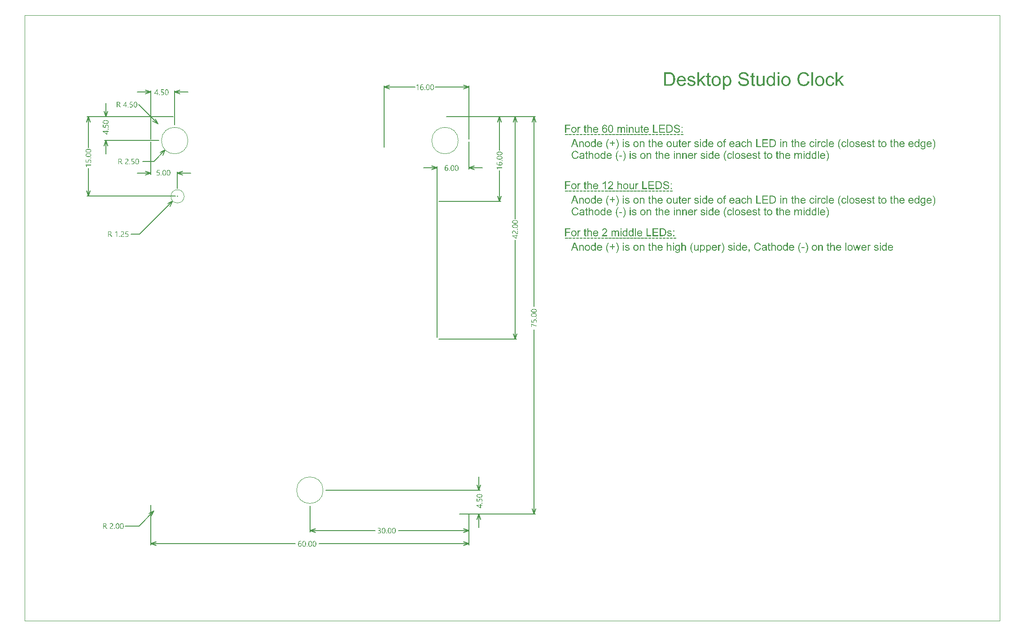
<source format=gbr>
%TF.GenerationSoftware,Altium Limited,Altium Designer,20.1.8 (145)*%
G04 Layer_Color=16711935*
%FSLAX44Y44*%
%MOMM*%
%TF.SameCoordinates,602AE14E-E67F-4A72-A58A-C630FF545DDC*%
%TF.FilePolarity,Positive*%
%TF.FileFunction,Other,Sheet*%
%TF.Part,Single*%
G01*
G75*
%TA.AperFunction,NonConductor*%
%ADD49C,0.2540*%
%ADD88C,0.1016*%
%ADD96C,0.1524*%
%ADD157C,0.0254*%
G36*
X599223Y282652D02*
X597424D01*
Y284705D01*
X599223D01*
Y282652D01*
D02*
G37*
G36*
X556885Y284747D02*
X557033D01*
X557202Y284726D01*
X557604Y284641D01*
X558049Y284535D01*
X558514Y284366D01*
X558980Y284112D01*
X559212Y283964D01*
X559424Y283795D01*
X559445Y283774D01*
X559466Y283752D01*
X559530Y283689D01*
X559593Y283626D01*
X559699Y283520D01*
X559784Y283393D01*
X560017Y283097D01*
X560249Y282716D01*
X560461Y282250D01*
X560651Y281721D01*
X560778Y281129D01*
X558980Y280981D01*
Y281002D01*
X558959Y281023D01*
X558937Y281150D01*
X558874Y281340D01*
X558789Y281573D01*
X558705Y281827D01*
X558578Y282081D01*
X558430Y282314D01*
X558282Y282504D01*
X558239Y282546D01*
X558155Y282631D01*
X558007Y282758D01*
X557795Y282906D01*
X557520Y283033D01*
X557224Y283160D01*
X556864Y283245D01*
X556483Y283287D01*
X556335D01*
X556166Y283266D01*
X555975Y283223D01*
X555721Y283160D01*
X555467Y283075D01*
X555214Y282970D01*
X554960Y282800D01*
X554917Y282779D01*
X554812Y282694D01*
X554664Y282546D01*
X554473Y282335D01*
X554262Y282081D01*
X554029Y281785D01*
X553817Y281404D01*
X553606Y280981D01*
Y280960D01*
X553584Y280917D01*
X553563Y280854D01*
X553521Y280769D01*
X553500Y280642D01*
X553457Y280494D01*
X553415Y280325D01*
X553373Y280113D01*
X553309Y279881D01*
X553267Y279627D01*
X553225Y279352D01*
X553204Y279055D01*
X553161Y278717D01*
X553140Y278378D01*
X553119Y277997D01*
Y277617D01*
X553140Y277638D01*
X553225Y277765D01*
X553373Y277934D01*
X553563Y278146D01*
X553775Y278399D01*
X554050Y278632D01*
X554346Y278865D01*
X554685Y279076D01*
X554706D01*
X554727Y279098D01*
X554854Y279161D01*
X555044Y279225D01*
X555298Y279330D01*
X555594Y279415D01*
X555933Y279478D01*
X556293Y279542D01*
X556674Y279563D01*
X556843D01*
X556970Y279542D01*
X557139Y279521D01*
X557308Y279500D01*
X557520Y279457D01*
X557731Y279394D01*
X558218Y279246D01*
X558472Y279140D01*
X558726Y278992D01*
X558980Y278844D01*
X559255Y278675D01*
X559509Y278463D01*
X559742Y278230D01*
X559763Y278209D01*
X559805Y278167D01*
X559868Y278103D01*
X559932Y277997D01*
X560038Y277849D01*
X560144Y277701D01*
X560249Y277511D01*
X560376Y277299D01*
X560503Y277066D01*
X560609Y276813D01*
X560715Y276516D01*
X560821Y276220D01*
X560884Y275903D01*
X560947Y275543D01*
X560990Y275183D01*
X561011Y274802D01*
Y274781D01*
Y274739D01*
Y274676D01*
Y274570D01*
X560990Y274443D01*
Y274316D01*
X560926Y273977D01*
X560863Y273575D01*
X560757Y273152D01*
X560609Y272687D01*
X560397Y272242D01*
Y272221D01*
X560376Y272200D01*
X560334Y272137D01*
X560292Y272052D01*
X560165Y271840D01*
X559974Y271565D01*
X559742Y271269D01*
X559466Y270973D01*
X559128Y270677D01*
X558768Y270423D01*
X558747D01*
X558726Y270402D01*
X558662Y270359D01*
X558578Y270338D01*
X558366Y270232D01*
X558091Y270127D01*
X557731Y270000D01*
X557329Y269915D01*
X556885Y269830D01*
X556399Y269809D01*
X556293D01*
X556187Y269830D01*
X556018D01*
X555827Y269851D01*
X555616Y269894D01*
X555362Y269957D01*
X555108Y270021D01*
X554812Y270105D01*
X554515Y270211D01*
X554219Y270338D01*
X553902Y270507D01*
X553606Y270698D01*
X553309Y270909D01*
X553013Y271163D01*
X552738Y271460D01*
X552717Y271481D01*
X552675Y271544D01*
X552611Y271629D01*
X552527Y271777D01*
X552400Y271967D01*
X552294Y272179D01*
X552167Y272454D01*
X552040Y272750D01*
X551892Y273110D01*
X551765Y273512D01*
X551659Y273956D01*
X551553Y274443D01*
X551447Y274993D01*
X551384Y275585D01*
X551342Y276220D01*
X551320Y276897D01*
Y276918D01*
Y276940D01*
Y277003D01*
Y277088D01*
X551342Y277299D01*
Y277595D01*
X551363Y277934D01*
X551405Y278336D01*
X551447Y278780D01*
X551511Y279267D01*
X551596Y279753D01*
X551701Y280282D01*
X551828Y280790D01*
X551976Y281298D01*
X552167Y281785D01*
X552378Y282250D01*
X552611Y282694D01*
X552886Y283075D01*
X552907Y283097D01*
X552950Y283139D01*
X553034Y283223D01*
X553140Y283350D01*
X553267Y283477D01*
X553436Y283604D01*
X553648Y283774D01*
X553859Y283922D01*
X554113Y284070D01*
X554389Y284239D01*
X554706Y284366D01*
X555023Y284514D01*
X555383Y284620D01*
X555764Y284705D01*
X556166Y284747D01*
X556589Y284768D01*
X556758D01*
X556885Y284747D01*
D02*
G37*
G36*
X692996Y284937D02*
X693144D01*
X693546Y284895D01*
X693990Y284832D01*
X694456Y284726D01*
X694964Y284599D01*
X695429Y284429D01*
X695450D01*
X695492Y284408D01*
X695556Y284366D01*
X695641Y284324D01*
X695852Y284218D01*
X696127Y284028D01*
X696445Y283816D01*
X696762Y283541D01*
X697058Y283223D01*
X697333Y282864D01*
Y282843D01*
X697354Y282822D01*
X697397Y282758D01*
X697439Y282694D01*
X697545Y282483D01*
X697672Y282208D01*
X697820Y281869D01*
X697926Y281467D01*
X698031Y281044D01*
X698074Y280579D01*
X696212Y280431D01*
Y280452D01*
Y280494D01*
X696191Y280558D01*
X696170Y280663D01*
X696106Y280896D01*
X696021Y281213D01*
X695894Y281552D01*
X695704Y281891D01*
X695471Y282208D01*
X695175Y282504D01*
X695133Y282525D01*
X695027Y282610D01*
X694815Y282737D01*
X694540Y282864D01*
X694181Y282991D01*
X693757Y283118D01*
X693229Y283202D01*
X692636Y283223D01*
X692340D01*
X692213Y283202D01*
X692044Y283181D01*
X691663Y283139D01*
X691240Y283054D01*
X690816Y282948D01*
X690415Y282779D01*
X690245Y282673D01*
X690076Y282568D01*
X690034Y282546D01*
X689949Y282462D01*
X689822Y282314D01*
X689695Y282144D01*
X689547Y281912D01*
X689420Y281658D01*
X689335Y281362D01*
X689293Y281023D01*
Y280981D01*
Y280896D01*
X689314Y280748D01*
X689357Y280579D01*
X689420Y280367D01*
X689526Y280156D01*
X689653Y279944D01*
X689843Y279732D01*
X689864Y279711D01*
X689970Y279648D01*
X690055Y279584D01*
X690139Y279542D01*
X690266Y279478D01*
X690415Y279394D01*
X690605Y279330D01*
X690816Y279246D01*
X691049Y279161D01*
X691324Y279055D01*
X691620Y278971D01*
X691959Y278865D01*
X692340Y278780D01*
X692763Y278675D01*
X692784D01*
X692869Y278653D01*
X692996Y278632D01*
X693144Y278590D01*
X693334Y278547D01*
X693567Y278484D01*
X693800Y278421D01*
X694054Y278357D01*
X694604Y278209D01*
X695133Y278061D01*
X695387Y277976D01*
X695619Y277892D01*
X695831Y277828D01*
X696000Y277743D01*
X696021D01*
X696064Y277722D01*
X696127Y277680D01*
X696212Y277638D01*
X696445Y277511D01*
X696720Y277341D01*
X697037Y277109D01*
X697354Y276855D01*
X697651Y276559D01*
X697905Y276241D01*
X697926Y276199D01*
X698010Y276093D01*
X698095Y275903D01*
X698222Y275649D01*
X698328Y275353D01*
X698434Y274993D01*
X698497Y274591D01*
X698518Y274168D01*
Y274147D01*
Y274125D01*
Y274062D01*
Y273977D01*
X698476Y273745D01*
X698434Y273448D01*
X698349Y273110D01*
X698243Y272750D01*
X698074Y272369D01*
X697841Y271967D01*
Y271946D01*
X697820Y271925D01*
X697714Y271798D01*
X697566Y271608D01*
X697354Y271396D01*
X697079Y271142D01*
X696741Y270867D01*
X696360Y270613D01*
X695916Y270380D01*
X695894D01*
X695852Y270359D01*
X695789Y270338D01*
X695704Y270296D01*
X695577Y270254D01*
X695429Y270190D01*
X695090Y270105D01*
X694688Y270000D01*
X694202Y269894D01*
X693673Y269830D01*
X693102Y269809D01*
X692763D01*
X692594Y269830D01*
X692403D01*
X692192Y269851D01*
X691938Y269873D01*
X691409Y269957D01*
X690859Y270042D01*
X690309Y270190D01*
X689780Y270380D01*
X689759D01*
X689716Y270402D01*
X689653Y270444D01*
X689568Y270486D01*
X689314Y270613D01*
X689018Y270804D01*
X688680Y271057D01*
X688320Y271354D01*
X687981Y271713D01*
X687664Y272115D01*
Y272137D01*
X687622Y272179D01*
X687600Y272242D01*
X687537Y272327D01*
X687495Y272433D01*
X687431Y272560D01*
X687283Y272877D01*
X687135Y273279D01*
X687008Y273724D01*
X686923Y274231D01*
X686881Y274760D01*
X688701Y274930D01*
Y274908D01*
Y274887D01*
X688722Y274824D01*
Y274739D01*
X688764Y274549D01*
X688828Y274274D01*
X688912Y273999D01*
X688997Y273681D01*
X689145Y273385D01*
X689293Y273110D01*
X689314Y273089D01*
X689378Y273004D01*
X689484Y272856D01*
X689653Y272708D01*
X689864Y272517D01*
X690097Y272327D01*
X690415Y272137D01*
X690753Y271967D01*
X690774D01*
X690795Y271946D01*
X690859Y271925D01*
X690922Y271904D01*
X691134Y271840D01*
X691409Y271756D01*
X691748Y271671D01*
X692128Y271608D01*
X692551Y271565D01*
X693017Y271544D01*
X693207D01*
X693419Y271565D01*
X693673Y271586D01*
X693969Y271629D01*
X694308Y271671D01*
X694646Y271756D01*
X694964Y271861D01*
X695006Y271883D01*
X695112Y271925D01*
X695260Y272010D01*
X695450Y272094D01*
X695641Y272242D01*
X695852Y272390D01*
X696064Y272560D01*
X696233Y272771D01*
X696254Y272792D01*
X696296Y272877D01*
X696360Y272983D01*
X696445Y273152D01*
X696529Y273321D01*
X696593Y273533D01*
X696635Y273766D01*
X696656Y274020D01*
Y274041D01*
Y274147D01*
X696635Y274274D01*
X696614Y274443D01*
X696550Y274612D01*
X696487Y274824D01*
X696381Y275035D01*
X696233Y275226D01*
X696212Y275247D01*
X696148Y275310D01*
X696064Y275395D01*
X695916Y275522D01*
X695746Y275649D01*
X695514Y275797D01*
X695239Y275945D01*
X694921Y276072D01*
X694900Y276093D01*
X694794Y276114D01*
X694625Y276178D01*
X694519Y276199D01*
X694371Y276241D01*
X694223Y276305D01*
X694033Y276347D01*
X693821Y276411D01*
X693567Y276474D01*
X693313Y276537D01*
X693017Y276622D01*
X692678Y276707D01*
X692319Y276791D01*
X692298D01*
X692234Y276813D01*
X692128Y276834D01*
X692001Y276876D01*
X691832Y276918D01*
X691642Y276961D01*
X691218Y277088D01*
X690753Y277236D01*
X690266Y277384D01*
X689843Y277532D01*
X689653Y277617D01*
X689484Y277701D01*
X689462D01*
X689441Y277722D01*
X689314Y277807D01*
X689124Y277913D01*
X688912Y278082D01*
X688658Y278272D01*
X688404Y278505D01*
X688151Y278780D01*
X687939Y279076D01*
X687918Y279119D01*
X687854Y279225D01*
X687770Y279394D01*
X687685Y279605D01*
X687600Y279881D01*
X687516Y280198D01*
X687452Y280536D01*
X687431Y280896D01*
Y280917D01*
Y280938D01*
Y281002D01*
Y281087D01*
X687474Y281298D01*
X687516Y281573D01*
X687579Y281891D01*
X687685Y282250D01*
X687833Y282610D01*
X688045Y282970D01*
Y282991D01*
X688066Y283012D01*
X688172Y283139D01*
X688320Y283308D01*
X688510Y283520D01*
X688764Y283752D01*
X689082Y284006D01*
X689462Y284239D01*
X689886Y284451D01*
X689907D01*
X689949Y284472D01*
X690013Y284493D01*
X690097Y284535D01*
X690203Y284578D01*
X690351Y284620D01*
X690668Y284705D01*
X691070Y284789D01*
X691536Y284874D01*
X692022Y284937D01*
X692573Y284958D01*
X692848D01*
X692996Y284937D01*
D02*
G37*
G36*
X607284Y280896D02*
X607517Y280875D01*
X607792Y280833D01*
X608088Y280769D01*
X608405Y280685D01*
X608702Y280558D01*
X608744Y280536D01*
X608829Y280494D01*
X608977Y280431D01*
X609146Y280325D01*
X609357Y280198D01*
X609548Y280029D01*
X609738Y279859D01*
X609908Y279648D01*
X609929Y279627D01*
X609971Y279542D01*
X610034Y279436D01*
X610140Y279288D01*
X610225Y279076D01*
X610310Y278865D01*
X610415Y278611D01*
X610479Y278336D01*
Y278315D01*
X610500Y278230D01*
X610521Y278103D01*
X610542Y277934D01*
Y277680D01*
X610564Y277384D01*
X610585Y277024D01*
Y276580D01*
Y270063D01*
X608786D01*
Y276495D01*
Y276516D01*
Y276537D01*
Y276686D01*
Y276876D01*
X608765Y277109D01*
X608744Y277384D01*
X608702Y277659D01*
X608638Y277913D01*
X608575Y278146D01*
Y278167D01*
X608532Y278230D01*
X608469Y278336D01*
X608405Y278463D01*
X608299Y278590D01*
X608173Y278738D01*
X608003Y278886D01*
X607813Y279013D01*
X607792Y279034D01*
X607728Y279076D01*
X607601Y279119D01*
X607453Y279182D01*
X607284Y279246D01*
X607072Y279309D01*
X606819Y279330D01*
X606565Y279352D01*
X606459D01*
X606374Y279330D01*
X606163Y279309D01*
X605887Y279267D01*
X605591Y279161D01*
X605253Y279034D01*
X604914Y278865D01*
X604597Y278611D01*
X604554Y278569D01*
X604470Y278463D01*
X604406Y278378D01*
X604343Y278272D01*
X604258Y278146D01*
X604195Y277997D01*
X604110Y277828D01*
X604026Y277617D01*
X603962Y277384D01*
X603899Y277130D01*
X603856Y276855D01*
X603814Y276559D01*
X603772Y276199D01*
Y275839D01*
Y270063D01*
X601973D01*
Y280685D01*
X603581D01*
Y279161D01*
X603602Y279182D01*
X603645Y279246D01*
X603708Y279330D01*
X603793Y279436D01*
X603920Y279563D01*
X604068Y279711D01*
X604237Y279881D01*
X604449Y280050D01*
X604660Y280198D01*
X604914Y280367D01*
X605189Y280515D01*
X605485Y280642D01*
X605824Y280748D01*
X606163Y280833D01*
X606543Y280896D01*
X606945Y280917D01*
X607115D01*
X607284Y280896D01*
D02*
G37*
G36*
X509491D02*
X509724Y280854D01*
X509999Y280769D01*
X510295Y280663D01*
X510633Y280515D01*
X510993Y280325D01*
X510337Y278675D01*
X510316Y278696D01*
X510231Y278738D01*
X510104Y278801D01*
X509935Y278865D01*
X509745Y278928D01*
X509512Y278992D01*
X509279Y279034D01*
X509046Y279055D01*
X508941D01*
X508835Y279034D01*
X508687Y279013D01*
X508539Y278971D01*
X508348Y278907D01*
X508158Y278823D01*
X507989Y278696D01*
X507967Y278675D01*
X507904Y278632D01*
X507840Y278547D01*
X507735Y278442D01*
X507629Y278294D01*
X507523Y278124D01*
X507417Y277934D01*
X507333Y277701D01*
X507312Y277659D01*
X507290Y277532D01*
X507248Y277341D01*
X507184Y277088D01*
X507121Y276770D01*
X507079Y276411D01*
X507058Y276030D01*
X507036Y275606D01*
Y270063D01*
X505238D01*
Y280685D01*
X506867D01*
Y279076D01*
X506888Y279098D01*
X506973Y279246D01*
X507079Y279436D01*
X507248Y279669D01*
X507417Y279902D01*
X507608Y280156D01*
X507798Y280367D01*
X507989Y280536D01*
X508010Y280558D01*
X508073Y280600D01*
X508200Y280663D01*
X508327Y280727D01*
X508496Y280790D01*
X508708Y280854D01*
X508919Y280896D01*
X509152Y280917D01*
X509300D01*
X509491Y280896D01*
D02*
G37*
G36*
X591733D02*
X591881D01*
X592029Y280875D01*
X592389Y280812D01*
X592769Y280706D01*
X593171Y280536D01*
X593573Y280325D01*
X593912Y280029D01*
X593954Y279986D01*
X594039Y279859D01*
X594187Y279669D01*
X594250Y279521D01*
X594335Y279373D01*
X594420Y279182D01*
X594483Y278992D01*
X594568Y278780D01*
X594631Y278526D01*
X594674Y278272D01*
X594716Y277976D01*
X594758Y277680D01*
Y277341D01*
Y270063D01*
X592960D01*
Y276728D01*
Y276749D01*
Y276770D01*
Y276897D01*
Y277088D01*
X592939Y277320D01*
X592918Y277574D01*
X592896Y277828D01*
X592854Y278082D01*
X592791Y278272D01*
Y278294D01*
X592748Y278357D01*
X592706Y278442D01*
X592643Y278547D01*
X592558Y278675D01*
X592452Y278801D01*
X592325Y278928D01*
X592156Y279055D01*
X592135Y279076D01*
X592071Y279098D01*
X591987Y279140D01*
X591838Y279203D01*
X591690Y279267D01*
X591500Y279309D01*
X591310Y279330D01*
X591077Y279352D01*
X590971D01*
X590886Y279330D01*
X590675Y279309D01*
X590421Y279267D01*
X590125Y279161D01*
X589807Y279034D01*
X589490Y278844D01*
X589194Y278590D01*
X589173Y278547D01*
X589088Y278442D01*
X588961Y278272D01*
X588834Y278019D01*
X588686Y277680D01*
X588580Y277278D01*
X588495Y276791D01*
X588453Y276220D01*
Y270063D01*
X586655D01*
Y276940D01*
Y276961D01*
Y277003D01*
Y277045D01*
Y277130D01*
X586633Y277363D01*
X586591Y277617D01*
X586549Y277913D01*
X586464Y278209D01*
X586358Y278484D01*
X586210Y278738D01*
X586189Y278759D01*
X586126Y278844D01*
X586020Y278928D01*
X585872Y279055D01*
X585681Y279161D01*
X585428Y279267D01*
X585131Y279330D01*
X584772Y279352D01*
X584645D01*
X584497Y279330D01*
X584327Y279309D01*
X584116Y279246D01*
X583862Y279182D01*
X583629Y279076D01*
X583375Y278950D01*
X583354Y278928D01*
X583269Y278865D01*
X583164Y278780D01*
X583016Y278653D01*
X582867Y278484D01*
X582719Y278272D01*
X582571Y278040D01*
X582444Y277765D01*
X582423Y277722D01*
X582402Y277617D01*
X582360Y277447D01*
X582296Y277215D01*
X582233Y276897D01*
X582190Y276516D01*
X582169Y276072D01*
X582148Y275564D01*
Y270063D01*
X580350D01*
Y280685D01*
X581958D01*
Y279161D01*
X581979Y279203D01*
X582042Y279288D01*
X582169Y279436D01*
X582317Y279605D01*
X582508Y279817D01*
X582740Y280029D01*
X582994Y280240D01*
X583291Y280431D01*
X583333Y280452D01*
X583439Y280515D01*
X583608Y280579D01*
X583841Y280685D01*
X584116Y280769D01*
X584433Y280833D01*
X584793Y280896D01*
X585174Y280917D01*
X585364D01*
X585597Y280896D01*
X585851Y280854D01*
X586168Y280790D01*
X586485Y280706D01*
X586803Y280579D01*
X587099Y280409D01*
X587141Y280388D01*
X587226Y280325D01*
X587353Y280219D01*
X587522Y280050D01*
X587691Y279859D01*
X587882Y279627D01*
X588051Y279352D01*
X588178Y279034D01*
X588199Y279055D01*
X588242Y279119D01*
X588305Y279203D01*
X588411Y279330D01*
X588538Y279478D01*
X588686Y279627D01*
X588855Y279796D01*
X589067Y279986D01*
X589300Y280156D01*
X589532Y280325D01*
X589807Y280473D01*
X590103Y280621D01*
X590421Y280748D01*
X590759Y280833D01*
X591098Y280896D01*
X591479Y280917D01*
X591627D01*
X591733Y280896D01*
D02*
G37*
G36*
X703490Y278632D02*
X701438D01*
Y280685D01*
X703490D01*
Y278632D01*
D02*
G37*
G36*
X621925Y270063D02*
X620317D01*
Y271608D01*
X620296Y271586D01*
X620254Y271523D01*
X620191Y271438D01*
X620085Y271333D01*
X619958Y271206D01*
X619810Y271036D01*
X619640Y270888D01*
X619429Y270719D01*
X619196Y270550D01*
X618942Y270402D01*
X618667Y270254D01*
X618371Y270105D01*
X618032Y270000D01*
X617694Y269915D01*
X617313Y269851D01*
X616932Y269830D01*
X616784D01*
X616594Y269851D01*
X616361Y269873D01*
X616086Y269915D01*
X615789Y269979D01*
X615493Y270063D01*
X615176Y270190D01*
X615134Y270211D01*
X615049Y270254D01*
X614901Y270338D01*
X614732Y270444D01*
X614520Y270571D01*
X614330Y270719D01*
X614139Y270888D01*
X613970Y271079D01*
X613949Y271100D01*
X613907Y271185D01*
X613843Y271290D01*
X613758Y271460D01*
X613653Y271650D01*
X613568Y271883D01*
X613483Y272137D01*
X613420Y272412D01*
Y272433D01*
X613399Y272517D01*
X613377Y272644D01*
Y272814D01*
X613356Y273068D01*
X613335Y273343D01*
X613314Y273702D01*
Y274104D01*
Y280685D01*
X615112D01*
Y274781D01*
Y274760D01*
Y274718D01*
Y274654D01*
Y274549D01*
Y274316D01*
X615134Y274020D01*
Y273702D01*
X615155Y273385D01*
X615176Y273110D01*
X615218Y272877D01*
Y272856D01*
X615261Y272771D01*
X615303Y272644D01*
X615366Y272475D01*
X615472Y272306D01*
X615599Y272115D01*
X615747Y271946D01*
X615938Y271777D01*
X615959Y271756D01*
X616043Y271713D01*
X616149Y271650D01*
X616319Y271586D01*
X616509Y271502D01*
X616742Y271438D01*
X616996Y271396D01*
X617292Y271375D01*
X617440D01*
X617588Y271396D01*
X617778Y271417D01*
X618011Y271481D01*
X618265Y271544D01*
X618540Y271650D01*
X618815Y271777D01*
X618857Y271798D01*
X618942Y271861D01*
X619069Y271946D01*
X619217Y272073D01*
X619386Y272242D01*
X619556Y272433D01*
X619704Y272644D01*
X619831Y272898D01*
X619852Y272941D01*
X619873Y273025D01*
X619915Y273195D01*
X619979Y273427D01*
X620042Y273724D01*
X620085Y274083D01*
X620106Y274506D01*
X620127Y274993D01*
Y280685D01*
X621925D01*
Y270063D01*
D02*
G37*
G36*
X703490D02*
X701438D01*
Y272115D01*
X703490D01*
Y270063D01*
D02*
G37*
G36*
X678777Y284683D02*
X679201Y284662D01*
X679624Y284620D01*
X680047Y284557D01*
X680407Y284493D01*
X680428D01*
X680470Y284472D01*
X680534D01*
X680618Y284429D01*
X680851Y284366D01*
X681147Y284260D01*
X681486Y284112D01*
X681845Y283922D01*
X682205Y283710D01*
X682544Y283435D01*
X682565Y283414D01*
X682586Y283393D01*
X682650Y283329D01*
X682734Y283266D01*
X682946Y283054D01*
X683200Y282758D01*
X683475Y282398D01*
X683771Y281975D01*
X684046Y281488D01*
X684279Y280938D01*
Y280917D01*
X684300Y280875D01*
X684342Y280790D01*
X684363Y280663D01*
X684427Y280515D01*
X684469Y280346D01*
X684511Y280156D01*
X684575Y279923D01*
X684638Y279690D01*
X684681Y279415D01*
X684786Y278823D01*
X684850Y278167D01*
X684871Y277447D01*
Y277426D01*
Y277384D01*
Y277278D01*
Y277172D01*
X684850Y277024D01*
Y276855D01*
X684829Y276453D01*
X684765Y275987D01*
X684702Y275501D01*
X684596Y274993D01*
X684469Y274485D01*
Y274464D01*
X684448Y274422D01*
X684427Y274358D01*
X684406Y274274D01*
X684321Y274041D01*
X684194Y273745D01*
X684067Y273406D01*
X683898Y273068D01*
X683686Y272708D01*
X683475Y272369D01*
X683454Y272327D01*
X683369Y272221D01*
X683242Y272073D01*
X683073Y271883D01*
X682882Y271671D01*
X682650Y271460D01*
X682417Y271227D01*
X682142Y271036D01*
X682099Y271015D01*
X682015Y270952D01*
X681867Y270867D01*
X681655Y270761D01*
X681401Y270634D01*
X681105Y270529D01*
X680766Y270402D01*
X680386Y270296D01*
X680343D01*
X680280Y270275D01*
X680216Y270254D01*
X680005Y270232D01*
X679708Y270190D01*
X679370Y270148D01*
X678968Y270105D01*
X678524Y270084D01*
X678037Y270063D01*
X672769D01*
Y284705D01*
X678397D01*
X678777Y284683D01*
D02*
G37*
G36*
X669743Y282970D02*
X661089D01*
Y278505D01*
X669193D01*
Y276770D01*
X661089D01*
Y271798D01*
X670081D01*
Y270063D01*
X659143D01*
Y284705D01*
X669743D01*
Y282970D01*
D02*
G37*
G36*
X649600Y271798D02*
X656815D01*
Y270063D01*
X647654D01*
Y284705D01*
X649600D01*
Y271798D01*
D02*
G37*
G36*
X599223Y270063D02*
X597424D01*
Y280685D01*
X599223D01*
Y270063D01*
D02*
G37*
G36*
X525254Y279457D02*
X525275Y279478D01*
X525317Y279521D01*
X525381Y279584D01*
X525486Y279690D01*
X525592Y279796D01*
X525740Y279923D01*
X525931Y280050D01*
X526121Y280198D01*
X526333Y280325D01*
X526565Y280452D01*
X527116Y280685D01*
X527412Y280790D01*
X527729Y280854D01*
X528068Y280896D01*
X528406Y280917D01*
X528597D01*
X528829Y280896D01*
X529104Y280854D01*
X529422Y280812D01*
X529760Y280727D01*
X530099Y280600D01*
X530437Y280452D01*
X530480Y280431D01*
X530586Y280367D01*
X530734Y280261D01*
X530924Y280113D01*
X531114Y279923D01*
X531326Y279711D01*
X531516Y279457D01*
X531686Y279161D01*
X531707Y279119D01*
X531749Y279013D01*
X531813Y278823D01*
X531876Y278547D01*
X531940Y278209D01*
X532003Y277807D01*
X532045Y277320D01*
X532067Y276770D01*
Y270063D01*
X530268D01*
Y276791D01*
Y276813D01*
Y276855D01*
Y276918D01*
Y277003D01*
X530247Y277236D01*
X530205Y277532D01*
X530120Y277849D01*
X530014Y278167D01*
X529866Y278484D01*
X529676Y278738D01*
X529655Y278759D01*
X529570Y278844D01*
X529443Y278950D01*
X529253Y279055D01*
X529020Y279182D01*
X528745Y279267D01*
X528406Y279352D01*
X528025Y279373D01*
X527898D01*
X527750Y279352D01*
X527539Y279330D01*
X527327Y279267D01*
X527073Y279203D01*
X526819Y279098D01*
X526544Y278950D01*
X526523Y278928D01*
X526438Y278865D01*
X526311Y278780D01*
X526163Y278653D01*
X525994Y278484D01*
X525825Y278294D01*
X525677Y278061D01*
X525550Y277807D01*
X525529Y277765D01*
X525508Y277680D01*
X525465Y277511D01*
X525402Y277299D01*
X525338Y277024D01*
X525296Y276686D01*
X525275Y276305D01*
X525254Y275860D01*
Y270063D01*
X523455D01*
Y284705D01*
X525254D01*
Y279457D01*
D02*
G37*
G36*
X491591Y282970D02*
X483635D01*
Y278442D01*
X490512D01*
Y276707D01*
X483635D01*
Y270063D01*
X481689D01*
Y284705D01*
X491591D01*
Y282970D01*
D02*
G37*
G36*
X626834Y280685D02*
X628654D01*
Y279288D01*
X626834D01*
Y273046D01*
Y273004D01*
Y272919D01*
Y272792D01*
X626855Y272644D01*
X626876Y272306D01*
X626898Y272158D01*
X626919Y272052D01*
X626940Y272010D01*
X627003Y271925D01*
X627088Y271819D01*
X627236Y271713D01*
X627279Y271692D01*
X627384Y271650D01*
X627575Y271608D01*
X627850Y271586D01*
X628061D01*
X628167Y271608D01*
X628315D01*
X628484Y271629D01*
X628654Y271650D01*
X628886Y270063D01*
X628844D01*
X628759Y270042D01*
X628611Y270021D01*
X628421Y270000D01*
X628209Y269957D01*
X627977Y269936D01*
X627511Y269915D01*
X627342D01*
X627173Y269936D01*
X626961Y269957D01*
X626707Y269979D01*
X626453Y270042D01*
X626221Y270105D01*
X625988Y270211D01*
X625967Y270232D01*
X625903Y270275D01*
X625818Y270338D01*
X625692Y270444D01*
X625586Y270550D01*
X625459Y270698D01*
X625332Y270846D01*
X625247Y271036D01*
Y271057D01*
X625205Y271142D01*
X625184Y271290D01*
X625141Y271502D01*
X625099Y271777D01*
X625078Y271946D01*
Y272137D01*
X625057Y272369D01*
X625036Y272602D01*
Y272856D01*
Y273152D01*
Y279288D01*
X623703D01*
Y280685D01*
X625036D01*
Y283308D01*
X626834Y284387D01*
Y280685D01*
D02*
G37*
G36*
X519858D02*
X521678D01*
Y279288D01*
X519858D01*
Y273046D01*
Y273004D01*
Y272919D01*
Y272792D01*
X519879Y272644D01*
X519901Y272306D01*
X519922Y272158D01*
X519943Y272052D01*
X519964Y272010D01*
X520028Y271925D01*
X520112Y271819D01*
X520260Y271713D01*
X520303Y271692D01*
X520408Y271650D01*
X520599Y271608D01*
X520874Y271586D01*
X521085D01*
X521191Y271608D01*
X521339D01*
X521509Y271629D01*
X521678Y271650D01*
X521911Y270063D01*
X521868D01*
X521784Y270042D01*
X521636Y270021D01*
X521445Y270000D01*
X521234Y269957D01*
X521001Y269936D01*
X520535Y269915D01*
X520366D01*
X520197Y269936D01*
X519985Y269957D01*
X519731Y269979D01*
X519477Y270042D01*
X519245Y270105D01*
X519012Y270211D01*
X518991Y270232D01*
X518927Y270275D01*
X518843Y270338D01*
X518716Y270444D01*
X518610Y270550D01*
X518483Y270698D01*
X518356Y270846D01*
X518271Y271036D01*
Y271057D01*
X518229Y271142D01*
X518208Y271290D01*
X518166Y271502D01*
X518123Y271777D01*
X518102Y271946D01*
Y272137D01*
X518081Y272369D01*
X518060Y272602D01*
Y272856D01*
Y273152D01*
Y279288D01*
X516727D01*
Y280685D01*
X518060D01*
Y283308D01*
X519858Y284387D01*
Y280685D01*
D02*
G37*
G36*
X635128Y280896D02*
X635297Y280875D01*
X635509Y280833D01*
X635742Y280790D01*
X636017Y280727D01*
X636271Y280663D01*
X636567Y280558D01*
X636842Y280452D01*
X637138Y280304D01*
X637434Y280134D01*
X637731Y279944D01*
X638006Y279711D01*
X638260Y279457D01*
X638281Y279436D01*
X638323Y279394D01*
X638386Y279309D01*
X638471Y279182D01*
X638577Y279034D01*
X638683Y278865D01*
X638810Y278653D01*
X638937Y278399D01*
X639064Y278124D01*
X639190Y277828D01*
X639296Y277490D01*
X639402Y277130D01*
X639487Y276728D01*
X639550Y276305D01*
X639593Y275860D01*
X639614Y275374D01*
Y275353D01*
Y275268D01*
Y275120D01*
X639593Y274908D01*
X631658D01*
Y274887D01*
Y274824D01*
X631679Y274739D01*
Y274612D01*
X631701Y274464D01*
X631743Y274295D01*
X631806Y273914D01*
X631933Y273491D01*
X632103Y273025D01*
X632335Y272602D01*
X632631Y272221D01*
X632653D01*
X632674Y272179D01*
X632801Y272073D01*
X632991Y271925D01*
X633245Y271777D01*
X633584Y271608D01*
X633964Y271460D01*
X634388Y271354D01*
X634620Y271333D01*
X634874Y271311D01*
X635043D01*
X635234Y271333D01*
X635467Y271375D01*
X635721Y271438D01*
X636017Y271523D01*
X636292Y271650D01*
X636567Y271819D01*
X636588Y271840D01*
X636694Y271925D01*
X636821Y272052D01*
X636969Y272221D01*
X637138Y272454D01*
X637329Y272750D01*
X637519Y273089D01*
X637688Y273491D01*
X639550Y273258D01*
Y273237D01*
X639529Y273195D01*
X639508Y273110D01*
X639466Y272983D01*
X639402Y272856D01*
X639339Y272687D01*
X639169Y272327D01*
X638958Y271925D01*
X638662Y271502D01*
X638323Y271100D01*
X637900Y270719D01*
X637879D01*
X637836Y270677D01*
X637773Y270634D01*
X637688Y270571D01*
X637561Y270507D01*
X637434Y270444D01*
X637265Y270359D01*
X637075Y270275D01*
X636863Y270190D01*
X636651Y270105D01*
X636123Y269979D01*
X635530Y269873D01*
X634874Y269830D01*
X634641D01*
X634493Y269851D01*
X634303Y269873D01*
X634070Y269915D01*
X633816Y269957D01*
X633541Y270000D01*
X632949Y270169D01*
X632631Y270296D01*
X632335Y270423D01*
X632018Y270592D01*
X631722Y270783D01*
X631447Y270994D01*
X631172Y271248D01*
X631150Y271269D01*
X631108Y271311D01*
X631045Y271396D01*
X630960Y271523D01*
X630854Y271671D01*
X630748Y271840D01*
X630621Y272052D01*
X630494Y272285D01*
X630368Y272560D01*
X630241Y272856D01*
X630135Y273195D01*
X630029Y273554D01*
X629944Y273935D01*
X629881Y274358D01*
X629839Y274802D01*
X629817Y275268D01*
Y275289D01*
Y275395D01*
Y275522D01*
X629839Y275712D01*
X629860Y275945D01*
X629881Y276199D01*
X629923Y276495D01*
X629987Y276791D01*
X630156Y277468D01*
X630262Y277807D01*
X630389Y278167D01*
X630558Y278505D01*
X630748Y278823D01*
X630960Y279140D01*
X631193Y279436D01*
X631214Y279457D01*
X631256Y279500D01*
X631341Y279563D01*
X631447Y279669D01*
X631574Y279775D01*
X631743Y279902D01*
X631933Y280050D01*
X632166Y280177D01*
X632399Y280325D01*
X632674Y280452D01*
X632970Y280579D01*
X633287Y280685D01*
X633626Y280790D01*
X633986Y280854D01*
X634366Y280896D01*
X634768Y280917D01*
X634980D01*
X635128Y280896D01*
D02*
G37*
G36*
X539535D02*
X539705Y280875D01*
X539916Y280833D01*
X540149Y280790D01*
X540424Y280727D01*
X540678Y280663D01*
X540974Y280558D01*
X541249Y280452D01*
X541545Y280304D01*
X541842Y280134D01*
X542138Y279944D01*
X542413Y279711D01*
X542667Y279457D01*
X542688Y279436D01*
X542730Y279394D01*
X542794Y279309D01*
X542878Y279182D01*
X542984Y279034D01*
X543090Y278865D01*
X543217Y278653D01*
X543344Y278399D01*
X543471Y278124D01*
X543598Y277828D01*
X543704Y277490D01*
X543809Y277130D01*
X543894Y276728D01*
X543957Y276305D01*
X544000Y275860D01*
X544021Y275374D01*
Y275353D01*
Y275268D01*
Y275120D01*
X544000Y274908D01*
X536065D01*
Y274887D01*
Y274824D01*
X536087Y274739D01*
Y274612D01*
X536108Y274464D01*
X536150Y274295D01*
X536214Y273914D01*
X536340Y273491D01*
X536510Y273025D01*
X536743Y272602D01*
X537039Y272221D01*
X537060D01*
X537081Y272179D01*
X537208Y272073D01*
X537398Y271925D01*
X537652Y271777D01*
X537991Y271608D01*
X538372Y271460D01*
X538795Y271354D01*
X539028Y271333D01*
X539282Y271311D01*
X539451D01*
X539641Y271333D01*
X539874Y271375D01*
X540128Y271438D01*
X540424Y271523D01*
X540699Y271650D01*
X540974Y271819D01*
X540995Y271840D01*
X541101Y271925D01*
X541228Y272052D01*
X541376Y272221D01*
X541545Y272454D01*
X541736Y272750D01*
X541926Y273089D01*
X542095Y273491D01*
X543957Y273258D01*
Y273237D01*
X543936Y273195D01*
X543915Y273110D01*
X543873Y272983D01*
X543809Y272856D01*
X543746Y272687D01*
X543577Y272327D01*
X543365Y271925D01*
X543069Y271502D01*
X542730Y271100D01*
X542307Y270719D01*
X542286D01*
X542244Y270677D01*
X542180Y270634D01*
X542095Y270571D01*
X541969Y270507D01*
X541842Y270444D01*
X541672Y270359D01*
X541482Y270275D01*
X541270Y270190D01*
X541059Y270105D01*
X540530Y269979D01*
X539937Y269873D01*
X539282Y269830D01*
X539049D01*
X538901Y269851D01*
X538710Y269873D01*
X538478Y269915D01*
X538224Y269957D01*
X537948Y270000D01*
X537356Y270169D01*
X537039Y270296D01*
X536743Y270423D01*
X536425Y270592D01*
X536129Y270783D01*
X535854Y270994D01*
X535579Y271248D01*
X535558Y271269D01*
X535515Y271311D01*
X535452Y271396D01*
X535367Y271523D01*
X535261Y271671D01*
X535156Y271840D01*
X535029Y272052D01*
X534902Y272285D01*
X534775Y272560D01*
X534648Y272856D01*
X534542Y273195D01*
X534436Y273554D01*
X534352Y273935D01*
X534288Y274358D01*
X534246Y274802D01*
X534225Y275268D01*
Y275289D01*
Y275395D01*
Y275522D01*
X534246Y275712D01*
X534267Y275945D01*
X534288Y276199D01*
X534330Y276495D01*
X534394Y276791D01*
X534563Y277468D01*
X534669Y277807D01*
X534796Y278167D01*
X534965Y278505D01*
X535156Y278823D01*
X535367Y279140D01*
X535600Y279436D01*
X535621Y279457D01*
X535663Y279500D01*
X535748Y279563D01*
X535854Y279669D01*
X535981Y279775D01*
X536150Y279902D01*
X536340Y280050D01*
X536573Y280177D01*
X536806Y280325D01*
X537081Y280452D01*
X537377Y280579D01*
X537695Y280685D01*
X538033Y280790D01*
X538393Y280854D01*
X538774Y280896D01*
X539176Y280917D01*
X539387D01*
X539535Y280896D01*
D02*
G37*
G36*
X498531D02*
X498721Y280875D01*
X498933Y280833D01*
X499165Y280790D01*
X499441Y280748D01*
X500012Y280558D01*
X500308Y280452D01*
X500604Y280304D01*
X500900Y280156D01*
X501197Y279944D01*
X501472Y279732D01*
X501747Y279478D01*
X501768Y279457D01*
X501810Y279415D01*
X501874Y279330D01*
X501958Y279225D01*
X502064Y279076D01*
X502191Y278886D01*
X502318Y278675D01*
X502445Y278442D01*
X502572Y278188D01*
X502699Y277871D01*
X502826Y277553D01*
X502932Y277193D01*
X503016Y276813D01*
X503080Y276411D01*
X503122Y275987D01*
X503143Y275522D01*
Y275501D01*
Y275437D01*
Y275331D01*
Y275183D01*
X503122Y275014D01*
X503101Y274802D01*
Y274591D01*
X503059Y274358D01*
X502995Y273829D01*
X502868Y273300D01*
X502720Y272771D01*
X502509Y272285D01*
Y272264D01*
X502487Y272242D01*
X502445Y272179D01*
X502403Y272094D01*
X502255Y271883D01*
X502064Y271629D01*
X501810Y271333D01*
X501493Y271036D01*
X501133Y270740D01*
X500710Y270465D01*
X500689D01*
X500668Y270444D01*
X500604Y270402D01*
X500499Y270359D01*
X500393Y270317D01*
X500266Y270275D01*
X499948Y270148D01*
X499589Y270042D01*
X499144Y269936D01*
X498679Y269851D01*
X498171Y269830D01*
X497960D01*
X497790Y269851D01*
X497600Y269873D01*
X497388Y269915D01*
X497134Y269957D01*
X496880Y270000D01*
X496309Y270169D01*
X495992Y270296D01*
X495696Y270423D01*
X495399Y270592D01*
X495103Y270783D01*
X494828Y270994D01*
X494553Y271248D01*
X494532Y271269D01*
X494490Y271311D01*
X494426Y271396D01*
X494342Y271523D01*
X494236Y271671D01*
X494130Y271840D01*
X494003Y272052D01*
X493876Y272306D01*
X493749Y272581D01*
X493622Y272898D01*
X493516Y273237D01*
X493410Y273596D01*
X493326Y273999D01*
X493262Y274422D01*
X493220Y274887D01*
X493199Y275374D01*
Y275416D01*
Y275501D01*
X493220Y275649D01*
Y275860D01*
X493241Y276093D01*
X493284Y276389D01*
X493326Y276686D01*
X493410Y277024D01*
X493495Y277363D01*
X493601Y277722D01*
X493728Y278103D01*
X493897Y278463D01*
X494066Y278801D01*
X494299Y279140D01*
X494532Y279457D01*
X494828Y279732D01*
X494849Y279753D01*
X494892Y279775D01*
X494976Y279838D01*
X495082Y279923D01*
X495209Y280007D01*
X495378Y280113D01*
X495547Y280219D01*
X495759Y280325D01*
X495992Y280431D01*
X496246Y280536D01*
X496817Y280727D01*
X497473Y280875D01*
X497811Y280896D01*
X498171Y280917D01*
X498383D01*
X498531Y280896D01*
D02*
G37*
G36*
X567993Y284747D02*
X568268Y284705D01*
X568586Y284641D01*
X568924Y284557D01*
X569284Y284451D01*
X569622Y284281D01*
X569644D01*
X569665Y284260D01*
X569771Y284197D01*
X569940Y284091D01*
X570151Y283943D01*
X570384Y283731D01*
X570638Y283498D01*
X570871Y283223D01*
X571103Y282906D01*
X571125Y282864D01*
X571209Y282758D01*
X571294Y282568D01*
X571442Y282292D01*
X571569Y281975D01*
X571738Y281616D01*
X571886Y281192D01*
X572013Y280727D01*
Y280706D01*
X572034Y280663D01*
X572056Y280600D01*
X572077Y280494D01*
X572098Y280367D01*
X572119Y280219D01*
X572161Y280029D01*
X572183Y279817D01*
X572225Y279584D01*
X572246Y279330D01*
X572267Y279034D01*
X572309Y278738D01*
X572331Y278399D01*
Y278061D01*
X572352Y277680D01*
Y277278D01*
Y277257D01*
Y277172D01*
Y277024D01*
Y276855D01*
X572331Y276622D01*
Y276368D01*
X572309Y276093D01*
X572288Y275797D01*
X572225Y275120D01*
X572119Y274422D01*
X571992Y273745D01*
X571907Y273427D01*
X571802Y273110D01*
Y273089D01*
X571781Y273046D01*
X571738Y272962D01*
X571696Y272856D01*
X571654Y272708D01*
X571569Y272560D01*
X571400Y272200D01*
X571188Y271819D01*
X570913Y271396D01*
X570596Y271015D01*
X570215Y270655D01*
X570194D01*
X570173Y270613D01*
X570109Y270571D01*
X570024Y270529D01*
X569919Y270465D01*
X569813Y270380D01*
X569495Y270232D01*
X569115Y270084D01*
X568670Y269936D01*
X568141Y269851D01*
X567570Y269809D01*
X567358D01*
X567210Y269830D01*
X567041Y269851D01*
X566829Y269894D01*
X566597Y269936D01*
X566343Y270000D01*
X566089Y270084D01*
X565814Y270169D01*
X565539Y270296D01*
X565264Y270444D01*
X564989Y270613D01*
X564714Y270825D01*
X564460Y271057D01*
X564227Y271311D01*
X564206Y271333D01*
X564164Y271396D01*
X564100Y271502D01*
X563994Y271671D01*
X563889Y271861D01*
X563783Y272115D01*
X563635Y272412D01*
X563508Y272750D01*
X563381Y273131D01*
X563254Y273575D01*
X563127Y274062D01*
X563021Y274612D01*
X562915Y275205D01*
X562852Y275839D01*
X562809Y276537D01*
X562788Y277278D01*
Y277299D01*
Y277384D01*
Y277532D01*
Y277701D01*
X562809Y277934D01*
Y278188D01*
X562831Y278463D01*
X562852Y278780D01*
X562915Y279436D01*
X563021Y280134D01*
X563148Y280833D01*
X563233Y281150D01*
X563317Y281467D01*
Y281488D01*
X563338Y281531D01*
X563381Y281616D01*
X563423Y281721D01*
X563465Y281869D01*
X563550Y282017D01*
X563719Y282377D01*
X563931Y282758D01*
X564206Y283160D01*
X564523Y283562D01*
X564904Y283901D01*
X564925D01*
X564946Y283943D01*
X565010Y283985D01*
X565094Y284028D01*
X565200Y284112D01*
X565327Y284176D01*
X565645Y284345D01*
X566026Y284493D01*
X566470Y284641D01*
X566999Y284726D01*
X567570Y284768D01*
X567760D01*
X567993Y284747D01*
D02*
G37*
G36*
X705268Y265082D02*
X699703D01*
Y266881D01*
X705268D01*
Y265082D01*
D02*
G37*
G36*
X698455D02*
X692890D01*
Y266881D01*
X698455D01*
Y265082D01*
D02*
G37*
G36*
X691642D02*
X686077D01*
Y266881D01*
X691642D01*
Y265082D01*
D02*
G37*
G36*
X684829D02*
X679264D01*
Y266881D01*
X684829D01*
Y265082D01*
D02*
G37*
G36*
X678016D02*
X672451D01*
Y266881D01*
X678016D01*
Y265082D01*
D02*
G37*
G36*
X671203D02*
X665638D01*
Y266881D01*
X671203D01*
Y265082D01*
D02*
G37*
G36*
X664390D02*
X658825D01*
Y266881D01*
X664390D01*
Y265082D01*
D02*
G37*
G36*
X657577D02*
X652012D01*
Y266881D01*
X657577D01*
Y265082D01*
D02*
G37*
G36*
X650764D02*
X645199D01*
Y266881D01*
X650764D01*
Y265082D01*
D02*
G37*
G36*
X643951D02*
X638386D01*
Y266881D01*
X643951D01*
Y265082D01*
D02*
G37*
G36*
X637138D02*
X631574D01*
Y266881D01*
X637138D01*
Y265082D01*
D02*
G37*
G36*
X630325D02*
X624761D01*
Y266881D01*
X630325D01*
Y265082D01*
D02*
G37*
G36*
X623512D02*
X617948D01*
Y266881D01*
X623512D01*
Y265082D01*
D02*
G37*
G36*
X616699D02*
X611135D01*
Y266881D01*
X616699D01*
Y265082D01*
D02*
G37*
G36*
X609886D02*
X604322D01*
Y266881D01*
X609886D01*
Y265082D01*
D02*
G37*
G36*
X603074D02*
X597509D01*
Y266881D01*
X603074D01*
Y265082D01*
D02*
G37*
G36*
X596260D02*
X590696D01*
Y266881D01*
X596260D01*
Y265082D01*
D02*
G37*
G36*
X589448D02*
X583883D01*
Y266881D01*
X589448D01*
Y265082D01*
D02*
G37*
G36*
X582635D02*
X577070D01*
Y266881D01*
X582635D01*
Y265082D01*
D02*
G37*
G36*
X575822D02*
X570257D01*
Y266881D01*
X575822D01*
Y265082D01*
D02*
G37*
G36*
X569009D02*
X563444D01*
Y266881D01*
X569009D01*
Y265082D01*
D02*
G37*
G36*
X562196D02*
X556631D01*
Y266881D01*
X562196D01*
Y265082D01*
D02*
G37*
G36*
X555383D02*
X549818D01*
Y266881D01*
X555383D01*
Y265082D01*
D02*
G37*
G36*
X548570D02*
X543005D01*
Y266881D01*
X548570D01*
Y265082D01*
D02*
G37*
G36*
X541757D02*
X536192D01*
Y266881D01*
X541757D01*
Y265082D01*
D02*
G37*
G36*
X534944D02*
X529380D01*
Y266881D01*
X534944D01*
Y265082D01*
D02*
G37*
G36*
X528131D02*
X522566D01*
Y266881D01*
X528131D01*
Y265082D01*
D02*
G37*
G36*
X521318D02*
X515754D01*
Y266881D01*
X521318D01*
Y265082D01*
D02*
G37*
G36*
X514505D02*
X508941D01*
Y266881D01*
X514505D01*
Y265082D01*
D02*
G37*
G36*
X507692D02*
X502128D01*
Y266881D01*
X507692D01*
Y265082D01*
D02*
G37*
G36*
X500879D02*
X495315D01*
Y266881D01*
X500879D01*
Y265082D01*
D02*
G37*
G36*
X494066D02*
X488502D01*
Y266881D01*
X494066D01*
Y265082D01*
D02*
G37*
G36*
X487253D02*
X481689D01*
Y266881D01*
X487253D01*
Y265082D01*
D02*
G37*
G36*
X784484Y257732D02*
X784738Y257711D01*
X785034Y257669D01*
X785330Y257626D01*
X785669Y257563D01*
X785394Y255997D01*
X785372D01*
X785309Y256018D01*
X785203Y256039D01*
X785055Y256061D01*
X784886D01*
X784717Y256082D01*
X784336Y256103D01*
X784209D01*
X784061Y256082D01*
X783891Y256061D01*
X783701Y256018D01*
X783511Y255955D01*
X783341Y255870D01*
X783193Y255743D01*
X783172Y255722D01*
X783151Y255680D01*
X783087Y255595D01*
X783024Y255447D01*
X782961Y255278D01*
X782918Y255066D01*
X782876Y254791D01*
X782855Y254453D01*
Y253479D01*
X784907D01*
Y252083D01*
X782855D01*
Y242858D01*
X781056D01*
Y252083D01*
X779469D01*
Y253479D01*
X781056D01*
Y254601D01*
Y254622D01*
Y254643D01*
Y254770D01*
X781077Y254960D01*
Y255193D01*
X781099Y255447D01*
X781141Y255722D01*
X781183Y255976D01*
X781247Y256187D01*
X781268Y256209D01*
X781289Y256315D01*
X781352Y256441D01*
X781458Y256590D01*
X781585Y256759D01*
X781733Y256949D01*
X781924Y257140D01*
X782157Y257309D01*
X782178Y257330D01*
X782283Y257372D01*
X782431Y257457D01*
X782643Y257542D01*
X782897Y257605D01*
X783214Y257690D01*
X783574Y257732D01*
X783997Y257753D01*
X784294D01*
X784484Y257732D01*
D02*
G37*
G36*
X955400Y255447D02*
X953601D01*
Y257499D01*
X955400D01*
Y255447D01*
D02*
G37*
G36*
X889386D02*
X887588D01*
Y257499D01*
X889386D01*
Y255447D01*
D02*
G37*
G36*
X738042D02*
X736243D01*
Y257499D01*
X738042D01*
Y255447D01*
D02*
G37*
G36*
X592367D02*
X590569D01*
Y257499D01*
X592367D01*
Y255447D01*
D02*
G37*
G36*
X1149886Y242858D02*
X1148214D01*
Y244191D01*
X1148193Y244170D01*
X1148172Y244127D01*
X1148109Y244043D01*
X1148024Y243937D01*
X1147918Y243831D01*
X1147791Y243704D01*
X1147643Y243556D01*
X1147453Y243408D01*
X1147262Y243260D01*
X1147051Y243112D01*
X1146797Y242985D01*
X1146522Y242879D01*
X1146247Y242773D01*
X1145929Y242689D01*
X1145591Y242646D01*
X1145231Y242625D01*
X1145104D01*
X1145020Y242646D01*
X1144766Y242668D01*
X1144470Y242710D01*
X1144110Y242794D01*
X1143708Y242921D01*
X1143306Y243091D01*
X1142904Y243323D01*
X1142883D01*
X1142861Y243366D01*
X1142735Y243450D01*
X1142544Y243620D01*
X1142311Y243831D01*
X1142036Y244106D01*
X1141761Y244445D01*
X1141486Y244826D01*
X1141253Y245270D01*
Y245291D01*
X1141232Y245333D01*
X1141211Y245397D01*
X1141169Y245481D01*
X1141126Y245608D01*
X1141063Y245757D01*
X1141021Y245905D01*
X1140978Y246095D01*
X1140873Y246518D01*
X1140767Y247005D01*
X1140703Y247555D01*
X1140682Y248147D01*
Y248169D01*
Y248211D01*
Y248295D01*
Y248423D01*
X1140703Y248549D01*
Y248719D01*
X1140746Y249100D01*
X1140809Y249544D01*
X1140915Y250030D01*
X1141042Y250538D01*
X1141211Y251025D01*
Y251046D01*
X1141232Y251088D01*
X1141275Y251152D01*
X1141317Y251236D01*
X1141444Y251469D01*
X1141613Y251765D01*
X1141825Y252083D01*
X1142100Y252400D01*
X1142417Y252739D01*
X1142798Y253014D01*
X1142819D01*
X1142840Y253035D01*
X1142904Y253077D01*
X1142988Y253120D01*
X1143200Y253225D01*
X1143496Y253374D01*
X1143835Y253500D01*
X1144237Y253606D01*
X1144681Y253691D01*
X1145147Y253712D01*
X1145316D01*
X1145485Y253691D01*
X1145718Y253670D01*
X1145993Y253606D01*
X1146289Y253543D01*
X1146585Y253437D01*
X1146860Y253289D01*
X1146903Y253268D01*
X1146987Y253225D01*
X1147114Y253120D01*
X1147283Y253014D01*
X1147495Y252866D01*
X1147685Y252675D01*
X1147897Y252485D01*
X1148087Y252252D01*
Y257499D01*
X1149886D01*
Y242858D01*
D02*
G37*
G36*
X749319D02*
X747647D01*
Y244191D01*
X747626Y244170D01*
X747605Y244127D01*
X747542Y244043D01*
X747457Y243937D01*
X747351Y243831D01*
X747224Y243704D01*
X747076Y243556D01*
X746886Y243408D01*
X746695Y243260D01*
X746484Y243112D01*
X746230Y242985D01*
X745955Y242879D01*
X745680Y242773D01*
X745362Y242689D01*
X745024Y242646D01*
X744664Y242625D01*
X744537D01*
X744453Y242646D01*
X744199Y242668D01*
X743902Y242710D01*
X743543Y242794D01*
X743141Y242921D01*
X742739Y243091D01*
X742337Y243323D01*
X742316D01*
X742294Y243366D01*
X742168Y243450D01*
X741977Y243620D01*
X741744Y243831D01*
X741469Y244106D01*
X741194Y244445D01*
X740919Y244826D01*
X740686Y245270D01*
Y245291D01*
X740665Y245333D01*
X740644Y245397D01*
X740602Y245481D01*
X740559Y245608D01*
X740496Y245757D01*
X740454Y245905D01*
X740411Y246095D01*
X740306Y246518D01*
X740200Y247005D01*
X740136Y247555D01*
X740115Y248147D01*
Y248169D01*
Y248211D01*
Y248295D01*
Y248423D01*
X740136Y248549D01*
Y248719D01*
X740179Y249100D01*
X740242Y249544D01*
X740348Y250030D01*
X740475Y250538D01*
X740644Y251025D01*
Y251046D01*
X740665Y251088D01*
X740708Y251152D01*
X740750Y251236D01*
X740877Y251469D01*
X741046Y251765D01*
X741258Y252083D01*
X741533Y252400D01*
X741850Y252739D01*
X742231Y253014D01*
X742252D01*
X742273Y253035D01*
X742337Y253077D01*
X742421Y253120D01*
X742633Y253225D01*
X742929Y253374D01*
X743268Y253500D01*
X743670Y253606D01*
X744114Y253691D01*
X744579Y253712D01*
X744749D01*
X744918Y253691D01*
X745151Y253670D01*
X745426Y253606D01*
X745722Y253543D01*
X746018Y253437D01*
X746293Y253289D01*
X746336Y253268D01*
X746420Y253225D01*
X746547Y253120D01*
X746717Y253014D01*
X746928Y252866D01*
X747119Y252675D01*
X747330Y252485D01*
X747521Y252252D01*
Y257499D01*
X749319D01*
Y242858D01*
D02*
G37*
G36*
X539366D02*
X537695D01*
Y244191D01*
X537673Y244170D01*
X537652Y244127D01*
X537589Y244043D01*
X537504Y243937D01*
X537398Y243831D01*
X537271Y243704D01*
X537123Y243556D01*
X536933Y243408D01*
X536743Y243260D01*
X536531Y243112D01*
X536277Y242985D01*
X536002Y242879D01*
X535727Y242773D01*
X535410Y242689D01*
X535071Y242646D01*
X534711Y242625D01*
X534584D01*
X534500Y242646D01*
X534246Y242668D01*
X533950Y242710D01*
X533590Y242794D01*
X533188Y242921D01*
X532786Y243091D01*
X532384Y243323D01*
X532363D01*
X532342Y243366D01*
X532215Y243450D01*
X532024Y243620D01*
X531791Y243831D01*
X531516Y244106D01*
X531241Y244445D01*
X530966Y244826D01*
X530734Y245270D01*
Y245291D01*
X530712Y245333D01*
X530691Y245397D01*
X530649Y245481D01*
X530607Y245608D01*
X530543Y245757D01*
X530501Y245905D01*
X530458Y246095D01*
X530353Y246518D01*
X530247Y247005D01*
X530183Y247555D01*
X530162Y248147D01*
Y248169D01*
Y248211D01*
Y248295D01*
Y248423D01*
X530183Y248549D01*
Y248719D01*
X530226Y249100D01*
X530289Y249544D01*
X530395Y250030D01*
X530522Y250538D01*
X530691Y251025D01*
Y251046D01*
X530712Y251088D01*
X530755Y251152D01*
X530797Y251236D01*
X530924Y251469D01*
X531093Y251765D01*
X531305Y252083D01*
X531580Y252400D01*
X531897Y252739D01*
X532278Y253014D01*
X532299D01*
X532320Y253035D01*
X532384Y253077D01*
X532469Y253120D01*
X532680Y253225D01*
X532976Y253374D01*
X533315Y253500D01*
X533717Y253606D01*
X534161Y253691D01*
X534627Y253712D01*
X534796D01*
X534965Y253691D01*
X535198Y253670D01*
X535473Y253606D01*
X535769Y253543D01*
X536065Y253437D01*
X536340Y253289D01*
X536383Y253268D01*
X536468Y253225D01*
X536594Y253120D01*
X536764Y253014D01*
X536975Y252866D01*
X537166Y252675D01*
X537377Y252485D01*
X537568Y252252D01*
Y257499D01*
X539366D01*
Y242858D01*
D02*
G37*
G36*
X897448Y253691D02*
X897680Y253670D01*
X897955Y253627D01*
X898251Y253564D01*
X898569Y253479D01*
X898865Y253352D01*
X898907Y253331D01*
X898992Y253289D01*
X899140Y253225D01*
X899309Y253120D01*
X899521Y252993D01*
X899711Y252823D01*
X899902Y252654D01*
X900071Y252442D01*
X900092Y252421D01*
X900135Y252337D01*
X900198Y252231D01*
X900304Y252083D01*
X900388Y251871D01*
X900473Y251660D01*
X900579Y251406D01*
X900642Y251131D01*
Y251110D01*
X900664Y251025D01*
X900685Y250898D01*
X900706Y250729D01*
Y250475D01*
X900727Y250179D01*
X900748Y249819D01*
Y249375D01*
Y242858D01*
X898950D01*
Y249290D01*
Y249311D01*
Y249332D01*
Y249480D01*
Y249671D01*
X898929Y249904D01*
X898907Y250179D01*
X898865Y250454D01*
X898802Y250708D01*
X898738Y250940D01*
Y250961D01*
X898696Y251025D01*
X898632Y251131D01*
X898569Y251258D01*
X898463Y251385D01*
X898336Y251533D01*
X898167Y251681D01*
X897977Y251808D01*
X897955Y251829D01*
X897892Y251871D01*
X897765Y251914D01*
X897617Y251977D01*
X897448Y252041D01*
X897236Y252104D01*
X896982Y252125D01*
X896728Y252146D01*
X896622D01*
X896538Y252125D01*
X896326Y252104D01*
X896051Y252062D01*
X895755Y251956D01*
X895416Y251829D01*
X895078Y251660D01*
X894760Y251406D01*
X894718Y251364D01*
X894633Y251258D01*
X894570Y251173D01*
X894507Y251067D01*
X894422Y250940D01*
X894358Y250792D01*
X894274Y250623D01*
X894189Y250411D01*
X894126Y250179D01*
X894062Y249925D01*
X894020Y249650D01*
X893978Y249354D01*
X893935Y248994D01*
Y248634D01*
Y242858D01*
X892137D01*
Y253479D01*
X893745D01*
Y251956D01*
X893766Y251977D01*
X893808Y252041D01*
X893872Y252125D01*
X893956Y252231D01*
X894083Y252358D01*
X894231Y252506D01*
X894401Y252675D01*
X894612Y252845D01*
X894824Y252993D01*
X895078Y253162D01*
X895353Y253310D01*
X895649Y253437D01*
X895988Y253543D01*
X896326Y253627D01*
X896707Y253691D01*
X897109Y253712D01*
X897278D01*
X897448Y253691D01*
D02*
G37*
G36*
X627744D02*
X627977Y253670D01*
X628252Y253627D01*
X628548Y253564D01*
X628865Y253479D01*
X629161Y253352D01*
X629204Y253331D01*
X629288Y253289D01*
X629437Y253225D01*
X629606Y253120D01*
X629817Y252993D01*
X630008Y252823D01*
X630198Y252654D01*
X630368Y252442D01*
X630389Y252421D01*
X630431Y252337D01*
X630494Y252231D01*
X630600Y252083D01*
X630685Y251871D01*
X630770Y251660D01*
X630875Y251406D01*
X630939Y251131D01*
Y251110D01*
X630960Y251025D01*
X630981Y250898D01*
X631002Y250729D01*
Y250475D01*
X631023Y250179D01*
X631045Y249819D01*
Y249375D01*
Y242858D01*
X629246D01*
Y249290D01*
Y249311D01*
Y249332D01*
Y249480D01*
Y249671D01*
X629225Y249904D01*
X629204Y250179D01*
X629161Y250454D01*
X629098Y250708D01*
X629035Y250940D01*
Y250961D01*
X628992Y251025D01*
X628929Y251131D01*
X628865Y251258D01*
X628759Y251385D01*
X628633Y251533D01*
X628463Y251681D01*
X628273Y251808D01*
X628252Y251829D01*
X628188Y251871D01*
X628061Y251914D01*
X627913Y251977D01*
X627744Y252041D01*
X627532Y252104D01*
X627279Y252125D01*
X627025Y252146D01*
X626919D01*
X626834Y252125D01*
X626623Y252104D01*
X626348Y252062D01*
X626051Y251956D01*
X625713Y251829D01*
X625374Y251660D01*
X625057Y251406D01*
X625014Y251364D01*
X624930Y251258D01*
X624866Y251173D01*
X624803Y251067D01*
X624718Y250940D01*
X624655Y250792D01*
X624570Y250623D01*
X624486Y250411D01*
X624422Y250179D01*
X624359Y249925D01*
X624316Y249650D01*
X624274Y249354D01*
X624232Y248994D01*
Y248634D01*
Y242858D01*
X622433D01*
Y253479D01*
X624041D01*
Y251956D01*
X624062Y251977D01*
X624105Y252041D01*
X624168Y252125D01*
X624253Y252231D01*
X624380Y252358D01*
X624528Y252506D01*
X624697Y252675D01*
X624909Y252845D01*
X625120Y252993D01*
X625374Y253162D01*
X625649Y253310D01*
X625946Y253437D01*
X626284Y253543D01*
X626623Y253627D01*
X627003Y253691D01*
X627405Y253712D01*
X627575D01*
X627744Y253691D01*
D02*
G37*
G36*
X513384D02*
X513617Y253670D01*
X513892Y253627D01*
X514188Y253564D01*
X514505Y253479D01*
X514801Y253352D01*
X514844Y253331D01*
X514928Y253289D01*
X515076Y253225D01*
X515246Y253120D01*
X515457Y252993D01*
X515648Y252823D01*
X515838Y252654D01*
X516007Y252442D01*
X516029Y252421D01*
X516071Y252337D01*
X516134Y252231D01*
X516240Y252083D01*
X516325Y251871D01*
X516409Y251660D01*
X516515Y251406D01*
X516579Y251131D01*
Y251110D01*
X516600Y251025D01*
X516621Y250898D01*
X516642Y250729D01*
Y250475D01*
X516663Y250179D01*
X516684Y249819D01*
Y249375D01*
Y242858D01*
X514886D01*
Y249290D01*
Y249311D01*
Y249332D01*
Y249480D01*
Y249671D01*
X514865Y249904D01*
X514844Y250179D01*
X514801Y250454D01*
X514738Y250708D01*
X514674Y250940D01*
Y250961D01*
X514632Y251025D01*
X514569Y251131D01*
X514505Y251258D01*
X514399Y251385D01*
X514272Y251533D01*
X514103Y251681D01*
X513913Y251808D01*
X513892Y251829D01*
X513828Y251871D01*
X513701Y251914D01*
X513553Y251977D01*
X513384Y252041D01*
X513172Y252104D01*
X512918Y252125D01*
X512664Y252146D01*
X512559D01*
X512474Y252125D01*
X512262Y252104D01*
X511987Y252062D01*
X511691Y251956D01*
X511353Y251829D01*
X511014Y251660D01*
X510697Y251406D01*
X510654Y251364D01*
X510570Y251258D01*
X510506Y251173D01*
X510443Y251067D01*
X510358Y250940D01*
X510295Y250792D01*
X510210Y250623D01*
X510126Y250411D01*
X510062Y250179D01*
X509999Y249925D01*
X509956Y249650D01*
X509914Y249354D01*
X509872Y248994D01*
Y248634D01*
Y242858D01*
X508073D01*
Y253479D01*
X509681D01*
Y251956D01*
X509702Y251977D01*
X509745Y252041D01*
X509808Y252125D01*
X509893Y252231D01*
X510020Y252358D01*
X510168Y252506D01*
X510337Y252675D01*
X510549Y252845D01*
X510760Y252993D01*
X511014Y253162D01*
X511289Y253310D01*
X511585Y253437D01*
X511924Y253543D01*
X512262Y253627D01*
X512643Y253691D01*
X513045Y253712D01*
X513215D01*
X513384Y253691D01*
D02*
G37*
G36*
X962382D02*
X962615Y253649D01*
X962890Y253564D01*
X963186Y253458D01*
X963525Y253310D01*
X963884Y253120D01*
X963228Y251469D01*
X963207Y251490D01*
X963123Y251533D01*
X962996Y251596D01*
X962826Y251660D01*
X962636Y251723D01*
X962403Y251787D01*
X962170Y251829D01*
X961938Y251850D01*
X961832D01*
X961726Y251829D01*
X961578Y251808D01*
X961430Y251765D01*
X961239Y251702D01*
X961049Y251617D01*
X960880Y251490D01*
X960859Y251469D01*
X960795Y251427D01*
X960732Y251342D01*
X960626Y251236D01*
X960520Y251088D01*
X960414Y250919D01*
X960309Y250729D01*
X960224Y250496D01*
X960203Y250454D01*
X960182Y250327D01*
X960139Y250136D01*
X960076Y249882D01*
X960012Y249565D01*
X959970Y249205D01*
X959949Y248825D01*
X959928Y248401D01*
Y242858D01*
X958129D01*
Y253479D01*
X959758D01*
Y251871D01*
X959780Y251892D01*
X959864Y252041D01*
X959970Y252231D01*
X960139Y252464D01*
X960309Y252696D01*
X960499Y252950D01*
X960689Y253162D01*
X960880Y253331D01*
X960901Y253352D01*
X960964Y253395D01*
X961091Y253458D01*
X961218Y253522D01*
X961388Y253585D01*
X961599Y253649D01*
X961811Y253691D01*
X962044Y253712D01*
X962192D01*
X962382Y253691D01*
D02*
G37*
G36*
X717730D02*
X717962Y253649D01*
X718238Y253564D01*
X718534Y253458D01*
X718872Y253310D01*
X719232Y253120D01*
X718576Y251469D01*
X718555Y251490D01*
X718470Y251533D01*
X718343Y251596D01*
X718174Y251660D01*
X717984Y251723D01*
X717751Y251787D01*
X717518Y251829D01*
X717285Y251850D01*
X717180D01*
X717074Y251829D01*
X716926Y251808D01*
X716778Y251765D01*
X716587Y251702D01*
X716397Y251617D01*
X716227Y251490D01*
X716206Y251469D01*
X716143Y251427D01*
X716079Y251342D01*
X715974Y251236D01*
X715868Y251088D01*
X715762Y250919D01*
X715656Y250729D01*
X715572Y250496D01*
X715551Y250454D01*
X715529Y250327D01*
X715487Y250136D01*
X715424Y249882D01*
X715360Y249565D01*
X715318Y249205D01*
X715297Y248825D01*
X715275Y248401D01*
Y242858D01*
X713477D01*
Y253479D01*
X715106D01*
Y251871D01*
X715127Y251892D01*
X715212Y252041D01*
X715318Y252231D01*
X715487Y252464D01*
X715656Y252696D01*
X715847Y252950D01*
X716037Y253162D01*
X716227Y253331D01*
X716249Y253352D01*
X716312Y253395D01*
X716439Y253458D01*
X716566Y253522D01*
X716735Y253585D01*
X716947Y253649D01*
X717159Y253691D01*
X717391Y253712D01*
X717539D01*
X717730Y253691D01*
D02*
G37*
G36*
X1055351D02*
X1055668Y253670D01*
X1056007Y253627D01*
X1056367Y253543D01*
X1056748Y253458D01*
X1057107Y253331D01*
X1057128D01*
X1057150Y253310D01*
X1057255Y253268D01*
X1057425Y253183D01*
X1057636Y253077D01*
X1057869Y252929D01*
X1058102Y252760D01*
X1058313Y252570D01*
X1058504Y252358D01*
X1058525Y252337D01*
X1058567Y252252D01*
X1058652Y252104D01*
X1058758Y251935D01*
X1058863Y251681D01*
X1058969Y251406D01*
X1059054Y251088D01*
X1059138Y250729D01*
X1057382Y250496D01*
Y250538D01*
X1057361Y250623D01*
X1057319Y250771D01*
X1057255Y250961D01*
X1057150Y251152D01*
X1057023Y251364D01*
X1056874Y251575D01*
X1056663Y251765D01*
X1056642Y251787D01*
X1056557Y251829D01*
X1056430Y251914D01*
X1056240Y251998D01*
X1056028Y252083D01*
X1055753Y252167D01*
X1055415Y252210D01*
X1055055Y252231D01*
X1054843D01*
X1054632Y252210D01*
X1054357Y252189D01*
X1054082Y252125D01*
X1053785Y252062D01*
X1053510Y251956D01*
X1053278Y251808D01*
X1053257Y251787D01*
X1053193Y251744D01*
X1053108Y251660D01*
X1053024Y251533D01*
X1052918Y251406D01*
X1052833Y251236D01*
X1052770Y251046D01*
X1052749Y250856D01*
Y250835D01*
Y250792D01*
X1052770Y250729D01*
Y250644D01*
X1052833Y250432D01*
X1052960Y250221D01*
X1052981Y250200D01*
X1053003Y250179D01*
X1053045Y250115D01*
X1053130Y250052D01*
X1053214Y249988D01*
X1053341Y249904D01*
X1053489Y249840D01*
X1053659Y249755D01*
X1053680D01*
X1053722Y249734D01*
X1053807Y249713D01*
X1053955Y249650D01*
X1054166Y249586D01*
X1054441Y249523D01*
X1054611Y249459D01*
X1054801Y249417D01*
X1055013Y249354D01*
X1055245Y249290D01*
X1055266D01*
X1055330Y249269D01*
X1055436Y249248D01*
X1055563Y249205D01*
X1055711Y249163D01*
X1055901Y249121D01*
X1056303Y248994D01*
X1056748Y248867D01*
X1057192Y248719D01*
X1057594Y248571D01*
X1057763Y248507D01*
X1057911Y248444D01*
X1057954Y248423D01*
X1058038Y248380D01*
X1058165Y248317D01*
X1058356Y248211D01*
X1058546Y248084D01*
X1058736Y247915D01*
X1058927Y247724D01*
X1059096Y247513D01*
X1059117Y247491D01*
X1059160Y247407D01*
X1059244Y247280D01*
X1059329Y247090D01*
X1059392Y246857D01*
X1059477Y246603D01*
X1059519Y246307D01*
X1059540Y245968D01*
Y245926D01*
Y245820D01*
X1059519Y245651D01*
X1059477Y245418D01*
X1059414Y245164D01*
X1059308Y244889D01*
X1059181Y244572D01*
X1059012Y244275D01*
X1058990Y244233D01*
X1058906Y244149D01*
X1058800Y244000D01*
X1058631Y243831D01*
X1058398Y243641D01*
X1058144Y243429D01*
X1057848Y243239D01*
X1057488Y243048D01*
X1057467D01*
X1057446Y243027D01*
X1057319Y242985D01*
X1057107Y242921D01*
X1056832Y242837D01*
X1056494Y242752D01*
X1056113Y242689D01*
X1055711Y242646D01*
X1055245Y242625D01*
X1055055D01*
X1054907Y242646D01*
X1054738D01*
X1054526Y242668D01*
X1054314Y242689D01*
X1054082Y242731D01*
X1053574Y242837D01*
X1053045Y242985D01*
X1052537Y243196D01*
X1052304Y243323D01*
X1052093Y243472D01*
X1052072Y243493D01*
X1052050Y243514D01*
X1051924Y243641D01*
X1051733Y243831D01*
X1051522Y244127D01*
X1051289Y244487D01*
X1051056Y244910D01*
X1050866Y245439D01*
X1050717Y246032D01*
X1052495Y246307D01*
Y246285D01*
Y246264D01*
X1052537Y246137D01*
X1052579Y245926D01*
X1052664Y245693D01*
X1052770Y245439D01*
X1052897Y245164D01*
X1053087Y244889D01*
X1053320Y244656D01*
X1053362Y244635D01*
X1053447Y244572D01*
X1053616Y244487D01*
X1053828Y244381D01*
X1054103Y244275D01*
X1054420Y244191D01*
X1054801Y244127D01*
X1055245Y244106D01*
X1055457D01*
X1055668Y244127D01*
X1055944Y244170D01*
X1056240Y244233D01*
X1056557Y244318D01*
X1056832Y244424D01*
X1057086Y244593D01*
X1057107Y244614D01*
X1057192Y244678D01*
X1057277Y244783D01*
X1057403Y244931D01*
X1057509Y245101D01*
X1057615Y245312D01*
X1057679Y245524D01*
X1057700Y245778D01*
Y245799D01*
Y245884D01*
X1057679Y245989D01*
X1057636Y246137D01*
X1057573Y246285D01*
X1057467Y246434D01*
X1057340Y246603D01*
X1057150Y246730D01*
X1057128Y246751D01*
X1057065Y246772D01*
X1056959Y246836D01*
X1056790Y246899D01*
X1056536Y246984D01*
X1056388Y247047D01*
X1056219Y247090D01*
X1056028Y247153D01*
X1055817Y247216D01*
X1055584Y247280D01*
X1055309Y247343D01*
X1055288D01*
X1055224Y247365D01*
X1055118Y247386D01*
X1054992Y247428D01*
X1054822Y247470D01*
X1054632Y247534D01*
X1054230Y247640D01*
X1053764Y247788D01*
X1053320Y247915D01*
X1052897Y248063D01*
X1052706Y248147D01*
X1052558Y248211D01*
X1052516Y248232D01*
X1052431Y248274D01*
X1052304Y248359D01*
X1052135Y248465D01*
X1051945Y248613D01*
X1051754Y248782D01*
X1051564Y248973D01*
X1051395Y249205D01*
X1051373Y249226D01*
X1051331Y249311D01*
X1051268Y249459D01*
X1051204Y249629D01*
X1051141Y249840D01*
X1051077Y250094D01*
X1051035Y250348D01*
X1051014Y250644D01*
Y250686D01*
Y250771D01*
X1051035Y250898D01*
X1051056Y251088D01*
X1051098Y251279D01*
X1051141Y251512D01*
X1051225Y251723D01*
X1051331Y251956D01*
X1051352Y251977D01*
X1051395Y252062D01*
X1051458Y252167D01*
X1051564Y252316D01*
X1051691Y252464D01*
X1051839Y252654D01*
X1052008Y252823D01*
X1052220Y252971D01*
X1052241Y252993D01*
X1052304Y253014D01*
X1052389Y253077D01*
X1052516Y253141D01*
X1052685Y253225D01*
X1052876Y253310D01*
X1053108Y253395D01*
X1053362Y253479D01*
X1053405Y253500D01*
X1053489Y253522D01*
X1053637Y253564D01*
X1053828Y253606D01*
X1054061Y253649D01*
X1054314Y253670D01*
X1054611Y253712D01*
X1055118D01*
X1055351Y253691D01*
D02*
G37*
G36*
X1033727D02*
X1034045Y253670D01*
X1034383Y253627D01*
X1034743Y253543D01*
X1035124Y253458D01*
X1035484Y253331D01*
X1035505D01*
X1035526Y253310D01*
X1035632Y253268D01*
X1035801Y253183D01*
X1036013Y253077D01*
X1036245Y252929D01*
X1036478Y252760D01*
X1036690Y252570D01*
X1036880Y252358D01*
X1036901Y252337D01*
X1036944Y252252D01*
X1037028Y252104D01*
X1037134Y251935D01*
X1037240Y251681D01*
X1037346Y251406D01*
X1037430Y251088D01*
X1037515Y250729D01*
X1035759Y250496D01*
Y250538D01*
X1035738Y250623D01*
X1035695Y250771D01*
X1035632Y250961D01*
X1035526Y251152D01*
X1035399Y251364D01*
X1035251Y251575D01*
X1035039Y251765D01*
X1035018Y251787D01*
X1034933Y251829D01*
X1034807Y251914D01*
X1034616Y251998D01*
X1034405Y252083D01*
X1034129Y252167D01*
X1033791Y252210D01*
X1033431Y252231D01*
X1033220D01*
X1033008Y252210D01*
X1032733Y252189D01*
X1032458Y252125D01*
X1032162Y252062D01*
X1031887Y251956D01*
X1031654Y251808D01*
X1031633Y251787D01*
X1031569Y251744D01*
X1031485Y251660D01*
X1031400Y251533D01*
X1031294Y251406D01*
X1031210Y251236D01*
X1031146Y251046D01*
X1031125Y250856D01*
Y250835D01*
Y250792D01*
X1031146Y250729D01*
Y250644D01*
X1031210Y250432D01*
X1031337Y250221D01*
X1031358Y250200D01*
X1031379Y250179D01*
X1031421Y250115D01*
X1031506Y250052D01*
X1031590Y249988D01*
X1031717Y249904D01*
X1031866Y249840D01*
X1032035Y249755D01*
X1032056D01*
X1032098Y249734D01*
X1032183Y249713D01*
X1032331Y249650D01*
X1032543Y249586D01*
X1032818Y249523D01*
X1032987Y249459D01*
X1033177Y249417D01*
X1033389Y249354D01*
X1033622Y249290D01*
X1033643D01*
X1033706Y249269D01*
X1033812Y249248D01*
X1033939Y249205D01*
X1034087Y249163D01*
X1034278Y249121D01*
X1034680Y248994D01*
X1035124Y248867D01*
X1035568Y248719D01*
X1035970Y248571D01*
X1036140Y248507D01*
X1036288Y248444D01*
X1036330Y248423D01*
X1036415Y248380D01*
X1036542Y248317D01*
X1036732Y248211D01*
X1036922Y248084D01*
X1037113Y247915D01*
X1037303Y247724D01*
X1037473Y247513D01*
X1037494Y247491D01*
X1037536Y247407D01*
X1037621Y247280D01*
X1037705Y247090D01*
X1037769Y246857D01*
X1037853Y246603D01*
X1037896Y246307D01*
X1037917Y245968D01*
Y245926D01*
Y245820D01*
X1037896Y245651D01*
X1037853Y245418D01*
X1037790Y245164D01*
X1037684Y244889D01*
X1037557Y244572D01*
X1037388Y244275D01*
X1037367Y244233D01*
X1037282Y244149D01*
X1037176Y244000D01*
X1037007Y243831D01*
X1036774Y243641D01*
X1036520Y243429D01*
X1036224Y243239D01*
X1035864Y243048D01*
X1035843D01*
X1035822Y243027D01*
X1035695Y242985D01*
X1035484Y242921D01*
X1035209Y242837D01*
X1034870Y242752D01*
X1034489Y242689D01*
X1034087Y242646D01*
X1033622Y242625D01*
X1033431D01*
X1033283Y242646D01*
X1033114D01*
X1032902Y242668D01*
X1032691Y242689D01*
X1032458Y242731D01*
X1031950Y242837D01*
X1031421Y242985D01*
X1030913Y243196D01*
X1030681Y243323D01*
X1030469Y243472D01*
X1030448Y243493D01*
X1030427Y243514D01*
X1030300Y243641D01*
X1030109Y243831D01*
X1029898Y244127D01*
X1029665Y244487D01*
X1029432Y244910D01*
X1029242Y245439D01*
X1029094Y246032D01*
X1030871Y246307D01*
Y246285D01*
Y246264D01*
X1030913Y246137D01*
X1030956Y245926D01*
X1031040Y245693D01*
X1031146Y245439D01*
X1031273Y245164D01*
X1031463Y244889D01*
X1031696Y244656D01*
X1031739Y244635D01*
X1031823Y244572D01*
X1031992Y244487D01*
X1032204Y244381D01*
X1032479Y244275D01*
X1032796Y244191D01*
X1033177Y244127D01*
X1033622Y244106D01*
X1033833D01*
X1034045Y244127D01*
X1034320Y244170D01*
X1034616Y244233D01*
X1034933Y244318D01*
X1035209Y244424D01*
X1035462Y244593D01*
X1035484Y244614D01*
X1035568Y244678D01*
X1035653Y244783D01*
X1035780Y244931D01*
X1035886Y245101D01*
X1035991Y245312D01*
X1036055Y245524D01*
X1036076Y245778D01*
Y245799D01*
Y245884D01*
X1036055Y245989D01*
X1036013Y246137D01*
X1035949Y246285D01*
X1035843Y246434D01*
X1035716Y246603D01*
X1035526Y246730D01*
X1035505Y246751D01*
X1035441Y246772D01*
X1035335Y246836D01*
X1035166Y246899D01*
X1034912Y246984D01*
X1034764Y247047D01*
X1034595Y247090D01*
X1034405Y247153D01*
X1034193Y247216D01*
X1033960Y247280D01*
X1033685Y247343D01*
X1033664D01*
X1033600Y247365D01*
X1033495Y247386D01*
X1033368Y247428D01*
X1033198Y247470D01*
X1033008Y247534D01*
X1032606Y247640D01*
X1032141Y247788D01*
X1031696Y247915D01*
X1031273Y248063D01*
X1031083Y248147D01*
X1030935Y248211D01*
X1030892Y248232D01*
X1030808Y248274D01*
X1030681Y248359D01*
X1030511Y248465D01*
X1030321Y248613D01*
X1030131Y248782D01*
X1029940Y248973D01*
X1029771Y249205D01*
X1029750Y249226D01*
X1029707Y249311D01*
X1029644Y249459D01*
X1029581Y249629D01*
X1029517Y249840D01*
X1029454Y250094D01*
X1029411Y250348D01*
X1029390Y250644D01*
Y250686D01*
Y250771D01*
X1029411Y250898D01*
X1029432Y251088D01*
X1029475Y251279D01*
X1029517Y251512D01*
X1029602Y251723D01*
X1029707Y251956D01*
X1029729Y251977D01*
X1029771Y252062D01*
X1029834Y252167D01*
X1029940Y252316D01*
X1030067Y252464D01*
X1030215Y252654D01*
X1030385Y252823D01*
X1030596Y252971D01*
X1030617Y252993D01*
X1030681Y253014D01*
X1030765Y253077D01*
X1030892Y253141D01*
X1031061Y253225D01*
X1031252Y253310D01*
X1031485Y253395D01*
X1031739Y253479D01*
X1031781Y253500D01*
X1031866Y253522D01*
X1032014Y253564D01*
X1032204Y253606D01*
X1032437Y253649D01*
X1032691Y253670D01*
X1032987Y253712D01*
X1033495D01*
X1033727Y253691D01*
D02*
G37*
G36*
X729917D02*
X730234Y253670D01*
X730573Y253627D01*
X730932Y253543D01*
X731313Y253458D01*
X731673Y253331D01*
X731694D01*
X731715Y253310D01*
X731821Y253268D01*
X731990Y253183D01*
X732202Y253077D01*
X732435Y252929D01*
X732667Y252760D01*
X732879Y252570D01*
X733070Y252358D01*
X733091Y252337D01*
X733133Y252252D01*
X733218Y252104D01*
X733323Y251935D01*
X733429Y251681D01*
X733535Y251406D01*
X733620Y251088D01*
X733704Y250729D01*
X731948Y250496D01*
Y250538D01*
X731927Y250623D01*
X731885Y250771D01*
X731821Y250961D01*
X731715Y251152D01*
X731588Y251364D01*
X731440Y251575D01*
X731229Y251765D01*
X731208Y251787D01*
X731123Y251829D01*
X730996Y251914D01*
X730806Y251998D01*
X730594Y252083D01*
X730319Y252167D01*
X729980Y252210D01*
X729621Y252231D01*
X729409D01*
X729197Y252210D01*
X728922Y252189D01*
X728647Y252125D01*
X728351Y252062D01*
X728076Y251956D01*
X727843Y251808D01*
X727822Y251787D01*
X727759Y251744D01*
X727674Y251660D01*
X727589Y251533D01*
X727484Y251406D01*
X727399Y251236D01*
X727336Y251046D01*
X727314Y250856D01*
Y250835D01*
Y250792D01*
X727336Y250729D01*
Y250644D01*
X727399Y250432D01*
X727526Y250221D01*
X727547Y250200D01*
X727568Y250179D01*
X727611Y250115D01*
X727695Y250052D01*
X727780Y249988D01*
X727907Y249904D01*
X728055Y249840D01*
X728224Y249755D01*
X728245D01*
X728288Y249734D01*
X728372Y249713D01*
X728520Y249650D01*
X728732Y249586D01*
X729007Y249523D01*
X729176Y249459D01*
X729367Y249417D01*
X729578Y249354D01*
X729811Y249290D01*
X729832D01*
X729896Y249269D01*
X730002Y249248D01*
X730128Y249205D01*
X730277Y249163D01*
X730467Y249121D01*
X730869Y248994D01*
X731313Y248867D01*
X731758Y248719D01*
X732160Y248571D01*
X732329Y248507D01*
X732477Y248444D01*
X732519Y248423D01*
X732604Y248380D01*
X732731Y248317D01*
X732921Y248211D01*
X733112Y248084D01*
X733302Y247915D01*
X733493Y247724D01*
X733662Y247513D01*
X733683Y247491D01*
X733725Y247407D01*
X733810Y247280D01*
X733895Y247090D01*
X733958Y246857D01*
X734043Y246603D01*
X734085Y246307D01*
X734106Y245968D01*
Y245926D01*
Y245820D01*
X734085Y245651D01*
X734043Y245418D01*
X733979Y245164D01*
X733874Y244889D01*
X733746Y244572D01*
X733577Y244275D01*
X733556Y244233D01*
X733472Y244149D01*
X733366Y244000D01*
X733196Y243831D01*
X732964Y243641D01*
X732710Y243429D01*
X732413Y243239D01*
X732054Y243048D01*
X732033D01*
X732011Y243027D01*
X731885Y242985D01*
X731673Y242921D01*
X731398Y242837D01*
X731059Y242752D01*
X730679Y242689D01*
X730277Y242646D01*
X729811Y242625D01*
X729621D01*
X729473Y242646D01*
X729303D01*
X729092Y242668D01*
X728880Y242689D01*
X728647Y242731D01*
X728140Y242837D01*
X727611Y242985D01*
X727103Y243196D01*
X726870Y243323D01*
X726658Y243472D01*
X726637Y243493D01*
X726616Y243514D01*
X726489Y243641D01*
X726299Y243831D01*
X726087Y244127D01*
X725854Y244487D01*
X725622Y244910D01*
X725431Y245439D01*
X725283Y246032D01*
X727060Y246307D01*
Y246285D01*
Y246264D01*
X727103Y246137D01*
X727145Y245926D01*
X727230Y245693D01*
X727336Y245439D01*
X727462Y245164D01*
X727653Y244889D01*
X727886Y244656D01*
X727928Y244635D01*
X728013Y244572D01*
X728182Y244487D01*
X728393Y244381D01*
X728669Y244275D01*
X728986Y244191D01*
X729367Y244127D01*
X729811Y244106D01*
X730023D01*
X730234Y244127D01*
X730509Y244170D01*
X730806Y244233D01*
X731123Y244318D01*
X731398Y244424D01*
X731652Y244593D01*
X731673Y244614D01*
X731758Y244678D01*
X731842Y244783D01*
X731969Y244931D01*
X732075Y245101D01*
X732181Y245312D01*
X732244Y245524D01*
X732265Y245778D01*
Y245799D01*
Y245884D01*
X732244Y245989D01*
X732202Y246137D01*
X732139Y246285D01*
X732033Y246434D01*
X731906Y246603D01*
X731715Y246730D01*
X731694Y246751D01*
X731631Y246772D01*
X731525Y246836D01*
X731356Y246899D01*
X731102Y246984D01*
X730954Y247047D01*
X730784Y247090D01*
X730594Y247153D01*
X730382Y247216D01*
X730150Y247280D01*
X729875Y247343D01*
X729853D01*
X729790Y247365D01*
X729684Y247386D01*
X729557Y247428D01*
X729388Y247470D01*
X729197Y247534D01*
X728795Y247640D01*
X728330Y247788D01*
X727886Y247915D01*
X727462Y248063D01*
X727272Y248147D01*
X727124Y248211D01*
X727082Y248232D01*
X726997Y248274D01*
X726870Y248359D01*
X726701Y248465D01*
X726510Y248613D01*
X726320Y248782D01*
X726130Y248973D01*
X725960Y249205D01*
X725939Y249226D01*
X725897Y249311D01*
X725833Y249459D01*
X725770Y249629D01*
X725706Y249840D01*
X725643Y250094D01*
X725601Y250348D01*
X725579Y250644D01*
Y250686D01*
Y250771D01*
X725601Y250898D01*
X725622Y251088D01*
X725664Y251279D01*
X725706Y251512D01*
X725791Y251723D01*
X725897Y251956D01*
X725918Y251977D01*
X725960Y252062D01*
X726024Y252167D01*
X726130Y252316D01*
X726256Y252464D01*
X726405Y252654D01*
X726574Y252823D01*
X726786Y252971D01*
X726807Y252993D01*
X726870Y253014D01*
X726955Y253077D01*
X727082Y253141D01*
X727251Y253225D01*
X727441Y253310D01*
X727674Y253395D01*
X727928Y253479D01*
X727970Y253500D01*
X728055Y253522D01*
X728203Y253564D01*
X728393Y253606D01*
X728626Y253649D01*
X728880Y253670D01*
X729176Y253712D01*
X729684D01*
X729917Y253691D01*
D02*
G37*
G36*
X599032D02*
X599350Y253670D01*
X599688Y253627D01*
X600048Y253543D01*
X600429Y253458D01*
X600788Y253331D01*
X600810D01*
X600831Y253310D01*
X600937Y253268D01*
X601106Y253183D01*
X601317Y253077D01*
X601550Y252929D01*
X601783Y252760D01*
X601994Y252570D01*
X602185Y252358D01*
X602206Y252337D01*
X602248Y252252D01*
X602333Y252104D01*
X602439Y251935D01*
X602545Y251681D01*
X602650Y251406D01*
X602735Y251088D01*
X602820Y250729D01*
X601063Y250496D01*
Y250538D01*
X601042Y250623D01*
X601000Y250771D01*
X600937Y250961D01*
X600831Y251152D01*
X600704Y251364D01*
X600556Y251575D01*
X600344Y251765D01*
X600323Y251787D01*
X600238Y251829D01*
X600111Y251914D01*
X599921Y251998D01*
X599709Y252083D01*
X599434Y252167D01*
X599096Y252210D01*
X598736Y252231D01*
X598525D01*
X598313Y252210D01*
X598038Y252189D01*
X597763Y252125D01*
X597467Y252062D01*
X597192Y251956D01*
X596959Y251808D01*
X596938Y251787D01*
X596874Y251744D01*
X596790Y251660D01*
X596705Y251533D01*
X596599Y251406D01*
X596514Y251236D01*
X596451Y251046D01*
X596430Y250856D01*
Y250835D01*
Y250792D01*
X596451Y250729D01*
Y250644D01*
X596514Y250432D01*
X596641Y250221D01*
X596662Y250200D01*
X596684Y250179D01*
X596726Y250115D01*
X596811Y250052D01*
X596895Y249988D01*
X597022Y249904D01*
X597170Y249840D01*
X597340Y249755D01*
X597361D01*
X597403Y249734D01*
X597488Y249713D01*
X597636Y249650D01*
X597847Y249586D01*
X598122Y249523D01*
X598292Y249459D01*
X598482Y249417D01*
X598694Y249354D01*
X598927Y249290D01*
X598948D01*
X599011Y249269D01*
X599117Y249248D01*
X599244Y249205D01*
X599392Y249163D01*
X599582Y249121D01*
X599984Y248994D01*
X600429Y248867D01*
X600873Y248719D01*
X601275Y248571D01*
X601444Y248507D01*
X601592Y248444D01*
X601635Y248423D01*
X601719Y248380D01*
X601846Y248317D01*
X602037Y248211D01*
X602227Y248084D01*
X602418Y247915D01*
X602608Y247724D01*
X602777Y247513D01*
X602798Y247491D01*
X602841Y247407D01*
X602925Y247280D01*
X603010Y247090D01*
X603074Y246857D01*
X603158Y246603D01*
X603200Y246307D01*
X603222Y245968D01*
Y245926D01*
Y245820D01*
X603200Y245651D01*
X603158Y245418D01*
X603095Y245164D01*
X602989Y244889D01*
X602862Y244572D01*
X602693Y244275D01*
X602672Y244233D01*
X602587Y244149D01*
X602481Y244000D01*
X602312Y243831D01*
X602079Y243641D01*
X601825Y243429D01*
X601529Y243239D01*
X601169Y243048D01*
X601148D01*
X601127Y243027D01*
X601000Y242985D01*
X600788Y242921D01*
X600513Y242837D01*
X600175Y242752D01*
X599794Y242689D01*
X599392Y242646D01*
X598927Y242625D01*
X598736D01*
X598588Y242646D01*
X598419D01*
X598207Y242668D01*
X597995Y242689D01*
X597763Y242731D01*
X597255Y242837D01*
X596726Y242985D01*
X596218Y243196D01*
X595985Y243323D01*
X595774Y243472D01*
X595753Y243493D01*
X595732Y243514D01*
X595605Y243641D01*
X595414Y243831D01*
X595203Y244127D01*
X594970Y244487D01*
X594737Y244910D01*
X594547Y245439D01*
X594399Y246032D01*
X596176Y246307D01*
Y246285D01*
Y246264D01*
X596218Y246137D01*
X596260Y245926D01*
X596345Y245693D01*
X596451Y245439D01*
X596578Y245164D01*
X596768Y244889D01*
X597001Y244656D01*
X597043Y244635D01*
X597128Y244572D01*
X597297Y244487D01*
X597509Y244381D01*
X597784Y244275D01*
X598101Y244191D01*
X598482Y244127D01*
X598927Y244106D01*
X599138D01*
X599350Y244127D01*
X599625Y244170D01*
X599921Y244233D01*
X600238Y244318D01*
X600513Y244424D01*
X600767Y244593D01*
X600788Y244614D01*
X600873Y244678D01*
X600958Y244783D01*
X601085Y244931D01*
X601190Y245101D01*
X601296Y245312D01*
X601360Y245524D01*
X601381Y245778D01*
Y245799D01*
Y245884D01*
X601360Y245989D01*
X601317Y246137D01*
X601254Y246285D01*
X601148Y246434D01*
X601021Y246603D01*
X600831Y246730D01*
X600810Y246751D01*
X600746Y246772D01*
X600640Y246836D01*
X600471Y246899D01*
X600217Y246984D01*
X600069Y247047D01*
X599900Y247090D01*
X599709Y247153D01*
X599498Y247216D01*
X599265Y247280D01*
X598990Y247343D01*
X598969D01*
X598905Y247365D01*
X598800Y247386D01*
X598673Y247428D01*
X598503Y247470D01*
X598313Y247534D01*
X597911Y247640D01*
X597445Y247788D01*
X597001Y247915D01*
X596578Y248063D01*
X596387Y248147D01*
X596239Y248211D01*
X596197Y248232D01*
X596112Y248274D01*
X595985Y248359D01*
X595816Y248465D01*
X595626Y248613D01*
X595435Y248782D01*
X595245Y248973D01*
X595076Y249205D01*
X595055Y249226D01*
X595012Y249311D01*
X594949Y249459D01*
X594885Y249629D01*
X594822Y249840D01*
X594758Y250094D01*
X594716Y250348D01*
X594695Y250644D01*
Y250686D01*
Y250771D01*
X594716Y250898D01*
X594737Y251088D01*
X594780Y251279D01*
X594822Y251512D01*
X594906Y251723D01*
X595012Y251956D01*
X595033Y251977D01*
X595076Y252062D01*
X595139Y252167D01*
X595245Y252316D01*
X595372Y252464D01*
X595520Y252654D01*
X595689Y252823D01*
X595901Y252971D01*
X595922Y252993D01*
X595985Y253014D01*
X596070Y253077D01*
X596197Y253141D01*
X596366Y253225D01*
X596557Y253310D01*
X596790Y253395D01*
X597043Y253479D01*
X597086Y253500D01*
X597170Y253522D01*
X597318Y253564D01*
X597509Y253606D01*
X597742Y253649D01*
X597995Y253670D01*
X598292Y253712D01*
X598800D01*
X599032Y253691D01*
D02*
G37*
G36*
X1008232D02*
X1008359D01*
X1008528Y253670D01*
X1008930Y253606D01*
X1009374Y253500D01*
X1009840Y253331D01*
X1010305Y253120D01*
X1010750Y252823D01*
X1010771D01*
X1010792Y252781D01*
X1010919Y252654D01*
X1011109Y252464D01*
X1011342Y252189D01*
X1011575Y251850D01*
X1011808Y251427D01*
X1012019Y250940D01*
X1012167Y250369D01*
X1010411Y250094D01*
Y250115D01*
X1010390Y250136D01*
X1010369Y250263D01*
X1010305Y250454D01*
X1010200Y250686D01*
X1010094Y250940D01*
X1009924Y251215D01*
X1009734Y251469D01*
X1009522Y251681D01*
X1009501Y251702D01*
X1009417Y251765D01*
X1009269Y251850D01*
X1009099Y251956D01*
X1008867Y252062D01*
X1008613Y252146D01*
X1008316Y252210D01*
X1007999Y252231D01*
X1007872D01*
X1007766Y252210D01*
X1007534Y252189D01*
X1007216Y252104D01*
X1006878Y251998D01*
X1006497Y251829D01*
X1006137Y251575D01*
X1005968Y251427D01*
X1005799Y251258D01*
Y251236D01*
X1005756Y251215D01*
X1005714Y251152D01*
X1005672Y251067D01*
X1005608Y250961D01*
X1005524Y250835D01*
X1005460Y250686D01*
X1005376Y250517D01*
X1005291Y250306D01*
X1005227Y250073D01*
X1005143Y249819D01*
X1005079Y249544D01*
X1005037Y249248D01*
X1004995Y248909D01*
X1004952Y248549D01*
Y248169D01*
Y248147D01*
Y248084D01*
Y247957D01*
X1004974Y247830D01*
Y247640D01*
X1004995Y247449D01*
X1005058Y246984D01*
X1005143Y246476D01*
X1005291Y245947D01*
X1005481Y245481D01*
X1005608Y245249D01*
X1005756Y245058D01*
X1005799Y245016D01*
X1005904Y244910D01*
X1006095Y244762D01*
X1006328Y244593D01*
X1006645Y244402D01*
X1007005Y244254D01*
X1007428Y244149D01*
X1007661Y244127D01*
X1007893Y244106D01*
X1007936D01*
X1008063Y244127D01*
X1008274Y244149D01*
X1008507Y244191D01*
X1008782Y244254D01*
X1009078Y244381D01*
X1009374Y244529D01*
X1009649Y244741D01*
X1009692Y244762D01*
X1009755Y244868D01*
X1009882Y245016D01*
X1010030Y245249D01*
X1010178Y245524D01*
X1010348Y245862D01*
X1010475Y246285D01*
X1010559Y246751D01*
X1012337Y246518D01*
Y246497D01*
X1012315Y246434D01*
X1012294Y246349D01*
X1012273Y246222D01*
X1012231Y246053D01*
X1012188Y245884D01*
X1012040Y245460D01*
X1011850Y245016D01*
X1011575Y244529D01*
X1011236Y244064D01*
X1011046Y243852D01*
X1010834Y243641D01*
X1010813Y243620D01*
X1010771Y243598D01*
X1010707Y243556D01*
X1010623Y243493D01*
X1010517Y243408D01*
X1010369Y243323D01*
X1010200Y243239D01*
X1010030Y243133D01*
X1009607Y242943D01*
X1009099Y242794D01*
X1008549Y242668D01*
X1008232Y242646D01*
X1007915Y242625D01*
X1007703D01*
X1007555Y242646D01*
X1007364Y242668D01*
X1007153Y242710D01*
X1006920Y242752D01*
X1006666Y242794D01*
X1006095Y242964D01*
X1005820Y243091D01*
X1005524Y243218D01*
X1005227Y243387D01*
X1004952Y243577D01*
X1004677Y243789D01*
X1004423Y244043D01*
X1004402Y244064D01*
X1004360Y244106D01*
X1004296Y244191D01*
X1004212Y244297D01*
X1004127Y244445D01*
X1004000Y244635D01*
X1003894Y244847D01*
X1003767Y245079D01*
X1003641Y245355D01*
X1003535Y245672D01*
X1003408Y245989D01*
X1003323Y246370D01*
X1003239Y246751D01*
X1003175Y247195D01*
X1003133Y247640D01*
X1003112Y248126D01*
Y248147D01*
Y248211D01*
Y248295D01*
Y248423D01*
X1003133Y248571D01*
Y248740D01*
X1003154Y248930D01*
X1003175Y249142D01*
X1003239Y249607D01*
X1003344Y250115D01*
X1003471Y250623D01*
X1003662Y251131D01*
Y251152D01*
X1003683Y251194D01*
X1003725Y251258D01*
X1003767Y251342D01*
X1003894Y251575D01*
X1004085Y251850D01*
X1004339Y252167D01*
X1004635Y252485D01*
X1004995Y252802D01*
X1005397Y253056D01*
X1005418D01*
X1005460Y253077D01*
X1005524Y253120D01*
X1005608Y253162D01*
X1005714Y253204D01*
X1005841Y253268D01*
X1006158Y253395D01*
X1006518Y253500D01*
X1006962Y253606D01*
X1007428Y253691D01*
X1007936Y253712D01*
X1008105D01*
X1008232Y253691D01*
D02*
G37*
G36*
X969555D02*
X969682D01*
X969851Y253670D01*
X970253Y253606D01*
X970697Y253500D01*
X971163Y253331D01*
X971628Y253120D01*
X972073Y252823D01*
X972094D01*
X972115Y252781D01*
X972242Y252654D01*
X972432Y252464D01*
X972665Y252189D01*
X972898Y251850D01*
X973130Y251427D01*
X973342Y250940D01*
X973490Y250369D01*
X971734Y250094D01*
Y250115D01*
X971713Y250136D01*
X971692Y250263D01*
X971628Y250454D01*
X971522Y250686D01*
X971417Y250940D01*
X971247Y251215D01*
X971057Y251469D01*
X970845Y251681D01*
X970824Y251702D01*
X970740Y251765D01*
X970591Y251850D01*
X970422Y251956D01*
X970189Y252062D01*
X969936Y252146D01*
X969639Y252210D01*
X969322Y252231D01*
X969195D01*
X969089Y252210D01*
X968856Y252189D01*
X968539Y252104D01*
X968201Y251998D01*
X967820Y251829D01*
X967460Y251575D01*
X967291Y251427D01*
X967122Y251258D01*
Y251236D01*
X967079Y251215D01*
X967037Y251152D01*
X966994Y251067D01*
X966931Y250961D01*
X966846Y250835D01*
X966783Y250686D01*
X966698Y250517D01*
X966614Y250306D01*
X966550Y250073D01*
X966466Y249819D01*
X966402Y249544D01*
X966360Y249248D01*
X966317Y248909D01*
X966275Y248549D01*
Y248169D01*
Y248147D01*
Y248084D01*
Y247957D01*
X966296Y247830D01*
Y247640D01*
X966317Y247449D01*
X966381Y246984D01*
X966466Y246476D01*
X966614Y245947D01*
X966804Y245481D01*
X966931Y245249D01*
X967079Y245058D01*
X967122Y245016D01*
X967227Y244910D01*
X967418Y244762D01*
X967650Y244593D01*
X967968Y244402D01*
X968327Y244254D01*
X968751Y244149D01*
X968983Y244127D01*
X969216Y244106D01*
X969258D01*
X969385Y244127D01*
X969597Y244149D01*
X969830Y244191D01*
X970105Y244254D01*
X970401Y244381D01*
X970697Y244529D01*
X970972Y244741D01*
X971015Y244762D01*
X971078Y244868D01*
X971205Y245016D01*
X971353Y245249D01*
X971501Y245524D01*
X971671Y245862D01*
X971797Y246285D01*
X971882Y246751D01*
X973659Y246518D01*
Y246497D01*
X973638Y246434D01*
X973617Y246349D01*
X973596Y246222D01*
X973554Y246053D01*
X973511Y245884D01*
X973363Y245460D01*
X973173Y245016D01*
X972898Y244529D01*
X972559Y244064D01*
X972369Y243852D01*
X972157Y243641D01*
X972136Y243620D01*
X972094Y243598D01*
X972030Y243556D01*
X971945Y243493D01*
X971840Y243408D01*
X971692Y243323D01*
X971522Y243239D01*
X971353Y243133D01*
X970930Y242943D01*
X970422Y242794D01*
X969872Y242668D01*
X969555Y242646D01*
X969237Y242625D01*
X969026D01*
X968878Y242646D01*
X968687Y242668D01*
X968476Y242710D01*
X968243Y242752D01*
X967989Y242794D01*
X967418Y242964D01*
X967143Y243091D01*
X966846Y243218D01*
X966550Y243387D01*
X966275Y243577D01*
X966000Y243789D01*
X965746Y244043D01*
X965725Y244064D01*
X965683Y244106D01*
X965619Y244191D01*
X965535Y244297D01*
X965450Y244445D01*
X965323Y244635D01*
X965217Y244847D01*
X965090Y245079D01*
X964963Y245355D01*
X964857Y245672D01*
X964731Y245989D01*
X964646Y246370D01*
X964561Y246751D01*
X964498Y247195D01*
X964455Y247640D01*
X964434Y248126D01*
Y248147D01*
Y248211D01*
Y248295D01*
Y248423D01*
X964455Y248571D01*
Y248740D01*
X964477Y248930D01*
X964498Y249142D01*
X964561Y249607D01*
X964667Y250115D01*
X964794Y250623D01*
X964985Y251131D01*
Y251152D01*
X965006Y251194D01*
X965048Y251258D01*
X965090Y251342D01*
X965217Y251575D01*
X965408Y251850D01*
X965661Y252167D01*
X965958Y252485D01*
X966317Y252802D01*
X966720Y253056D01*
X966741D01*
X966783Y253077D01*
X966846Y253120D01*
X966931Y253162D01*
X967037Y253204D01*
X967164Y253268D01*
X967481Y253395D01*
X967841Y253500D01*
X968285Y253606D01*
X968751Y253691D01*
X969258Y253712D01*
X969428D01*
X969555Y253691D01*
D02*
G37*
G36*
X947952D02*
X948079D01*
X948248Y253670D01*
X948650Y253606D01*
X949095Y253500D01*
X949560Y253331D01*
X950026Y253120D01*
X950470Y252823D01*
X950491D01*
X950512Y252781D01*
X950639Y252654D01*
X950830Y252464D01*
X951062Y252189D01*
X951295Y251850D01*
X951528Y251427D01*
X951739Y250940D01*
X951888Y250369D01*
X950131Y250094D01*
Y250115D01*
X950110Y250136D01*
X950089Y250263D01*
X950026Y250454D01*
X949920Y250686D01*
X949814Y250940D01*
X949645Y251215D01*
X949454Y251469D01*
X949243Y251681D01*
X949222Y251702D01*
X949137Y251765D01*
X948989Y251850D01*
X948820Y251956D01*
X948587Y252062D01*
X948333Y252146D01*
X948037Y252210D01*
X947719Y252231D01*
X947592D01*
X947487Y252210D01*
X947254Y252189D01*
X946936Y252104D01*
X946598Y251998D01*
X946217Y251829D01*
X945857Y251575D01*
X945688Y251427D01*
X945519Y251258D01*
Y251236D01*
X945477Y251215D01*
X945434Y251152D01*
X945392Y251067D01*
X945329Y250961D01*
X945244Y250835D01*
X945180Y250686D01*
X945096Y250517D01*
X945011Y250306D01*
X944948Y250073D01*
X944863Y249819D01*
X944800Y249544D01*
X944757Y249248D01*
X944715Y248909D01*
X944673Y248549D01*
Y248169D01*
Y248147D01*
Y248084D01*
Y247957D01*
X944694Y247830D01*
Y247640D01*
X944715Y247449D01*
X944778Y246984D01*
X944863Y246476D01*
X945011Y245947D01*
X945202Y245481D01*
X945329Y245249D01*
X945477Y245058D01*
X945519Y245016D01*
X945625Y244910D01*
X945815Y244762D01*
X946048Y244593D01*
X946365Y244402D01*
X946725Y244254D01*
X947148Y244149D01*
X947381Y244127D01*
X947614Y244106D01*
X947656D01*
X947783Y244127D01*
X947994Y244149D01*
X948227Y244191D01*
X948502Y244254D01*
X948799Y244381D01*
X949095Y244529D01*
X949370Y244741D01*
X949412Y244762D01*
X949475Y244868D01*
X949603Y245016D01*
X949751Y245249D01*
X949899Y245524D01*
X950068Y245862D01*
X950195Y246285D01*
X950279Y246751D01*
X952057Y246518D01*
Y246497D01*
X952036Y246434D01*
X952014Y246349D01*
X951993Y246222D01*
X951951Y246053D01*
X951909Y245884D01*
X951761Y245460D01*
X951570Y245016D01*
X951295Y244529D01*
X950957Y244064D01*
X950766Y243852D01*
X950555Y243641D01*
X950533Y243620D01*
X950491Y243598D01*
X950428Y243556D01*
X950343Y243493D01*
X950237Y243408D01*
X950089Y243323D01*
X949920Y243239D01*
X949751Y243133D01*
X949327Y242943D01*
X948820Y242794D01*
X948270Y242668D01*
X947952Y242646D01*
X947635Y242625D01*
X947423D01*
X947275Y242646D01*
X947085Y242668D01*
X946873Y242710D01*
X946640Y242752D01*
X946386Y242794D01*
X945815Y242964D01*
X945540Y243091D01*
X945244Y243218D01*
X944948Y243387D01*
X944673Y243577D01*
X944398Y243789D01*
X944144Y244043D01*
X944122Y244064D01*
X944080Y244106D01*
X944017Y244191D01*
X943932Y244297D01*
X943847Y244445D01*
X943720Y244635D01*
X943615Y244847D01*
X943488Y245079D01*
X943361Y245355D01*
X943255Y245672D01*
X943128Y245989D01*
X943043Y246370D01*
X942959Y246751D01*
X942895Y247195D01*
X942853Y247640D01*
X942832Y248126D01*
Y248147D01*
Y248211D01*
Y248295D01*
Y248423D01*
X942853Y248571D01*
Y248740D01*
X942874Y248930D01*
X942895Y249142D01*
X942959Y249607D01*
X943065Y250115D01*
X943192Y250623D01*
X943382Y251131D01*
Y251152D01*
X943403Y251194D01*
X943445Y251258D01*
X943488Y251342D01*
X943615Y251575D01*
X943805Y251850D01*
X944059Y252167D01*
X944355Y252485D01*
X944715Y252802D01*
X945117Y253056D01*
X945138D01*
X945180Y253077D01*
X945244Y253120D01*
X945329Y253162D01*
X945434Y253204D01*
X945561Y253268D01*
X945879Y253395D01*
X946238Y253500D01*
X946683Y253606D01*
X947148Y253691D01*
X947656Y253712D01*
X947825D01*
X947952Y253691D01*
D02*
G37*
G36*
X819374D02*
X819501D01*
X819670Y253670D01*
X820072Y253606D01*
X820516Y253500D01*
X820982Y253331D01*
X821447Y253120D01*
X821892Y252823D01*
X821913D01*
X821934Y252781D01*
X822061Y252654D01*
X822251Y252464D01*
X822484Y252189D01*
X822717Y251850D01*
X822950Y251427D01*
X823161Y250940D01*
X823309Y250369D01*
X821553Y250094D01*
Y250115D01*
X821532Y250136D01*
X821511Y250263D01*
X821447Y250454D01*
X821341Y250686D01*
X821236Y250940D01*
X821066Y251215D01*
X820876Y251469D01*
X820664Y251681D01*
X820643Y251702D01*
X820559Y251765D01*
X820411Y251850D01*
X820241Y251956D01*
X820008Y252062D01*
X819755Y252146D01*
X819458Y252210D01*
X819141Y252231D01*
X819014D01*
X818908Y252210D01*
X818676Y252189D01*
X818358Y252104D01*
X818020Y251998D01*
X817639Y251829D01*
X817279Y251575D01*
X817110Y251427D01*
X816941Y251258D01*
Y251236D01*
X816898Y251215D01*
X816856Y251152D01*
X816814Y251067D01*
X816750Y250961D01*
X816665Y250835D01*
X816602Y250686D01*
X816517Y250517D01*
X816433Y250306D01*
X816369Y250073D01*
X816285Y249819D01*
X816221Y249544D01*
X816179Y249248D01*
X816136Y248909D01*
X816094Y248549D01*
Y248169D01*
Y248147D01*
Y248084D01*
Y247957D01*
X816115Y247830D01*
Y247640D01*
X816136Y247449D01*
X816200Y246984D01*
X816285Y246476D01*
X816433Y245947D01*
X816623Y245481D01*
X816750Y245249D01*
X816898Y245058D01*
X816941Y245016D01*
X817046Y244910D01*
X817237Y244762D01*
X817469Y244593D01*
X817787Y244402D01*
X818147Y244254D01*
X818570Y244149D01*
X818802Y244127D01*
X819035Y244106D01*
X819078D01*
X819204Y244127D01*
X819416Y244149D01*
X819649Y244191D01*
X819924Y244254D01*
X820220Y244381D01*
X820516Y244529D01*
X820791Y244741D01*
X820834Y244762D01*
X820897Y244868D01*
X821024Y245016D01*
X821172Y245249D01*
X821320Y245524D01*
X821490Y245862D01*
X821617Y246285D01*
X821701Y246751D01*
X823478Y246518D01*
Y246497D01*
X823457Y246434D01*
X823436Y246349D01*
X823415Y246222D01*
X823373Y246053D01*
X823330Y245884D01*
X823182Y245460D01*
X822992Y245016D01*
X822717Y244529D01*
X822378Y244064D01*
X822188Y243852D01*
X821976Y243641D01*
X821955Y243620D01*
X821913Y243598D01*
X821849Y243556D01*
X821765Y243493D01*
X821659Y243408D01*
X821511Y243323D01*
X821341Y243239D01*
X821172Y243133D01*
X820749Y242943D01*
X820241Y242794D01*
X819691Y242668D01*
X819374Y242646D01*
X819056Y242625D01*
X818845D01*
X818697Y242646D01*
X818506Y242668D01*
X818295Y242710D01*
X818062Y242752D01*
X817808Y242794D01*
X817237Y242964D01*
X816962Y243091D01*
X816665Y243218D01*
X816369Y243387D01*
X816094Y243577D01*
X815819Y243789D01*
X815565Y244043D01*
X815544Y244064D01*
X815502Y244106D01*
X815438Y244191D01*
X815354Y244297D01*
X815269Y244445D01*
X815142Y244635D01*
X815036Y244847D01*
X814909Y245079D01*
X814782Y245355D01*
X814677Y245672D01*
X814550Y245989D01*
X814465Y246370D01*
X814380Y246751D01*
X814317Y247195D01*
X814275Y247640D01*
X814253Y248126D01*
Y248147D01*
Y248211D01*
Y248295D01*
Y248423D01*
X814275Y248571D01*
Y248740D01*
X814296Y248930D01*
X814317Y249142D01*
X814380Y249607D01*
X814486Y250115D01*
X814613Y250623D01*
X814804Y251131D01*
Y251152D01*
X814825Y251194D01*
X814867Y251258D01*
X814909Y251342D01*
X815036Y251575D01*
X815227Y251850D01*
X815481Y252167D01*
X815777Y252485D01*
X816136Y252802D01*
X816538Y253056D01*
X816560D01*
X816602Y253077D01*
X816665Y253120D01*
X816750Y253162D01*
X816856Y253204D01*
X816983Y253268D01*
X817300Y253395D01*
X817660Y253500D01*
X818104Y253606D01*
X818570Y253691D01*
X819078Y253712D01*
X819247D01*
X819374Y253691D01*
D02*
G37*
G36*
X571548Y250919D02*
X575526D01*
Y249248D01*
X571548D01*
Y245228D01*
X569855D01*
Y249248D01*
X565877D01*
Y250919D01*
X569855D01*
Y254897D01*
X571548D01*
Y250919D01*
D02*
G37*
G36*
X693609Y242858D02*
X692001D01*
Y244402D01*
X691980Y244381D01*
X691938Y244318D01*
X691874Y244233D01*
X691769Y244127D01*
X691642Y244000D01*
X691494Y243831D01*
X691324Y243683D01*
X691113Y243514D01*
X690880Y243344D01*
X690626Y243196D01*
X690351Y243048D01*
X690055Y242900D01*
X689716Y242794D01*
X689378Y242710D01*
X688997Y242646D01*
X688616Y242625D01*
X688468D01*
X688278Y242646D01*
X688045Y242668D01*
X687770Y242710D01*
X687474Y242773D01*
X687177Y242858D01*
X686860Y242985D01*
X686818Y243006D01*
X686733Y243048D01*
X686585Y243133D01*
X686416Y243239D01*
X686204Y243366D01*
X686014Y243514D01*
X685823Y243683D01*
X685654Y243874D01*
X685633Y243895D01*
X685590Y243979D01*
X685527Y244085D01*
X685442Y244254D01*
X685337Y244445D01*
X685252Y244678D01*
X685167Y244931D01*
X685104Y245206D01*
Y245228D01*
X685083Y245312D01*
X685061Y245439D01*
Y245608D01*
X685040Y245862D01*
X685019Y246137D01*
X684998Y246497D01*
Y246899D01*
Y253479D01*
X686796D01*
Y247576D01*
Y247555D01*
Y247513D01*
Y247449D01*
Y247343D01*
Y247111D01*
X686818Y246814D01*
Y246497D01*
X686839Y246180D01*
X686860Y245905D01*
X686902Y245672D01*
Y245651D01*
X686945Y245566D01*
X686987Y245439D01*
X687050Y245270D01*
X687156Y245101D01*
X687283Y244910D01*
X687431Y244741D01*
X687622Y244572D01*
X687643Y244550D01*
X687727Y244508D01*
X687833Y244445D01*
X688002Y244381D01*
X688193Y244297D01*
X688426Y244233D01*
X688680Y244191D01*
X688976Y244170D01*
X689124D01*
X689272Y244191D01*
X689462Y244212D01*
X689695Y244275D01*
X689949Y244339D01*
X690224Y244445D01*
X690499Y244572D01*
X690542Y244593D01*
X690626Y244656D01*
X690753Y244741D01*
X690901Y244868D01*
X691070Y245037D01*
X691240Y245228D01*
X691388Y245439D01*
X691515Y245693D01*
X691536Y245735D01*
X691557Y245820D01*
X691599Y245989D01*
X691663Y246222D01*
X691726Y246518D01*
X691769Y246878D01*
X691790Y247301D01*
X691811Y247788D01*
Y253479D01*
X693609D01*
Y242858D01*
D02*
G37*
G36*
X1103317Y252252D02*
X1103338Y252273D01*
X1103380Y252316D01*
X1103444Y252379D01*
X1103549Y252485D01*
X1103655Y252591D01*
X1103803Y252718D01*
X1103994Y252845D01*
X1104184Y252993D01*
X1104396Y253120D01*
X1104629Y253247D01*
X1105179Y253479D01*
X1105475Y253585D01*
X1105792Y253649D01*
X1106131Y253691D01*
X1106469Y253712D01*
X1106660D01*
X1106892Y253691D01*
X1107168Y253649D01*
X1107485Y253606D01*
X1107823Y253522D01*
X1108162Y253395D01*
X1108501Y253247D01*
X1108543Y253225D01*
X1108649Y253162D01*
X1108797Y253056D01*
X1108987Y252908D01*
X1109178Y252718D01*
X1109389Y252506D01*
X1109580Y252252D01*
X1109749Y251956D01*
X1109770Y251914D01*
X1109812Y251808D01*
X1109876Y251617D01*
X1109939Y251342D01*
X1110003Y251004D01*
X1110066Y250602D01*
X1110109Y250115D01*
X1110130Y249565D01*
Y242858D01*
X1108331D01*
Y249586D01*
Y249607D01*
Y249650D01*
Y249713D01*
Y249798D01*
X1108310Y250030D01*
X1108268Y250327D01*
X1108183Y250644D01*
X1108077Y250961D01*
X1107929Y251279D01*
X1107739Y251533D01*
X1107718Y251554D01*
X1107633Y251639D01*
X1107506Y251744D01*
X1107316Y251850D01*
X1107083Y251977D01*
X1106808Y252062D01*
X1106469Y252146D01*
X1106088Y252167D01*
X1105962D01*
X1105814Y252146D01*
X1105602Y252125D01*
X1105390Y252062D01*
X1105136Y251998D01*
X1104883Y251892D01*
X1104607Y251744D01*
X1104586Y251723D01*
X1104502Y251660D01*
X1104375Y251575D01*
X1104227Y251448D01*
X1104057Y251279D01*
X1103888Y251088D01*
X1103740Y250856D01*
X1103613Y250602D01*
X1103592Y250560D01*
X1103571Y250475D01*
X1103528Y250306D01*
X1103465Y250094D01*
X1103401Y249819D01*
X1103359Y249480D01*
X1103338Y249100D01*
X1103317Y248655D01*
Y242858D01*
X1101518D01*
Y257499D01*
X1103317D01*
Y252252D01*
D02*
G37*
G36*
X1015637Y242858D02*
X1013839D01*
Y257499D01*
X1015637D01*
Y242858D01*
D02*
G37*
G36*
X976960D02*
X975162D01*
Y257499D01*
X976960D01*
Y242858D01*
D02*
G37*
G36*
X955400D02*
X953601D01*
Y253479D01*
X955400D01*
Y242858D01*
D02*
G37*
G36*
X916702Y252252D02*
X916723Y252273D01*
X916765Y252316D01*
X916828Y252379D01*
X916934Y252485D01*
X917040Y252591D01*
X917188Y252718D01*
X917378Y252845D01*
X917569Y252993D01*
X917781Y253120D01*
X918013Y253247D01*
X918563Y253479D01*
X918860Y253585D01*
X919177Y253649D01*
X919516Y253691D01*
X919854Y253712D01*
X920044D01*
X920277Y253691D01*
X920552Y253649D01*
X920870Y253606D01*
X921208Y253522D01*
X921547Y253395D01*
X921885Y253247D01*
X921927Y253225D01*
X922033Y253162D01*
X922181Y253056D01*
X922372Y252908D01*
X922562Y252718D01*
X922774Y252506D01*
X922964Y252252D01*
X923134Y251956D01*
X923155Y251914D01*
X923197Y251808D01*
X923260Y251617D01*
X923324Y251342D01*
X923388Y251004D01*
X923451Y250602D01*
X923493Y250115D01*
X923514Y249565D01*
Y242858D01*
X921716D01*
Y249586D01*
Y249607D01*
Y249650D01*
Y249713D01*
Y249798D01*
X921695Y250030D01*
X921653Y250327D01*
X921568Y250644D01*
X921462Y250961D01*
X921314Y251279D01*
X921124Y251533D01*
X921102Y251554D01*
X921018Y251639D01*
X920891Y251744D01*
X920700Y251850D01*
X920468Y251977D01*
X920193Y252062D01*
X919854Y252146D01*
X919473Y252167D01*
X919346D01*
X919198Y252146D01*
X918987Y252125D01*
X918775Y252062D01*
X918521Y251998D01*
X918267Y251892D01*
X917992Y251744D01*
X917971Y251723D01*
X917886Y251660D01*
X917759Y251575D01*
X917611Y251448D01*
X917442Y251279D01*
X917273Y251088D01*
X917125Y250856D01*
X916998Y250602D01*
X916976Y250560D01*
X916955Y250475D01*
X916913Y250306D01*
X916850Y250094D01*
X916786Y249819D01*
X916744Y249480D01*
X916723Y249100D01*
X916702Y248655D01*
Y242858D01*
X914903D01*
Y257499D01*
X916702D01*
Y252252D01*
D02*
G37*
G36*
X889386Y242858D02*
X887588D01*
Y253479D01*
X889386D01*
Y242858D01*
D02*
G37*
G36*
X873370Y257478D02*
X873793Y257457D01*
X874216Y257415D01*
X874639Y257351D01*
X874999Y257288D01*
X875020D01*
X875062Y257267D01*
X875126D01*
X875210Y257224D01*
X875443Y257161D01*
X875739Y257055D01*
X876078Y256907D01*
X876437Y256716D01*
X876797Y256505D01*
X877136Y256230D01*
X877157Y256209D01*
X877178Y256187D01*
X877241Y256124D01*
X877326Y256061D01*
X877538Y255849D01*
X877792Y255553D01*
X878067Y255193D01*
X878363Y254770D01*
X878638Y254283D01*
X878871Y253733D01*
Y253712D01*
X878892Y253670D01*
X878934Y253585D01*
X878955Y253458D01*
X879019Y253310D01*
X879061Y253141D01*
X879103Y252950D01*
X879167Y252718D01*
X879230Y252485D01*
X879273Y252210D01*
X879378Y251617D01*
X879442Y250961D01*
X879463Y250242D01*
Y250221D01*
Y250179D01*
Y250073D01*
Y249967D01*
X879442Y249819D01*
Y249650D01*
X879421Y249248D01*
X879357Y248782D01*
X879294Y248295D01*
X879188Y247788D01*
X879061Y247280D01*
Y247259D01*
X879040Y247216D01*
X879019Y247153D01*
X878998Y247068D01*
X878913Y246836D01*
X878786Y246539D01*
X878659Y246201D01*
X878490Y245862D01*
X878278Y245503D01*
X878067Y245164D01*
X878045Y245122D01*
X877961Y245016D01*
X877834Y244868D01*
X877665Y244678D01*
X877474Y244466D01*
X877241Y244254D01*
X877009Y244022D01*
X876734Y243831D01*
X876691Y243810D01*
X876607Y243746D01*
X876459Y243662D01*
X876247Y243556D01*
X875993Y243429D01*
X875697Y243323D01*
X875358Y243196D01*
X874977Y243091D01*
X874935D01*
X874872Y243069D01*
X874808Y243048D01*
X874597Y243027D01*
X874300Y242985D01*
X873962Y242943D01*
X873560Y242900D01*
X873116Y242879D01*
X872629Y242858D01*
X867361D01*
Y257499D01*
X872989D01*
X873370Y257478D01*
D02*
G37*
G36*
X864335Y255764D02*
X855681D01*
Y251300D01*
X863785D01*
Y249565D01*
X855681D01*
Y244593D01*
X864673D01*
Y242858D01*
X853735D01*
Y257499D01*
X864335D01*
Y255764D01*
D02*
G37*
G36*
X844192Y244593D02*
X851407D01*
Y242858D01*
X842246D01*
Y257499D01*
X844192D01*
Y244593D01*
D02*
G37*
G36*
X826821Y252252D02*
X826843Y252273D01*
X826885Y252316D01*
X826948Y252379D01*
X827054Y252485D01*
X827160Y252591D01*
X827308Y252718D01*
X827498Y252845D01*
X827689Y252993D01*
X827900Y253120D01*
X828133Y253247D01*
X828683Y253479D01*
X828980Y253585D01*
X829297Y253649D01*
X829635Y253691D01*
X829974Y253712D01*
X830164D01*
X830397Y253691D01*
X830672Y253649D01*
X830990Y253606D01*
X831328Y253522D01*
X831667Y253395D01*
X832005Y253247D01*
X832048Y253225D01*
X832153Y253162D01*
X832301Y253056D01*
X832492Y252908D01*
X832682Y252718D01*
X832894Y252506D01*
X833084Y252252D01*
X833253Y251956D01*
X833275Y251914D01*
X833317Y251808D01*
X833381Y251617D01*
X833444Y251342D01*
X833507Y251004D01*
X833571Y250602D01*
X833613Y250115D01*
X833634Y249565D01*
Y242858D01*
X831836D01*
Y249586D01*
Y249607D01*
Y249650D01*
Y249713D01*
Y249798D01*
X831815Y250030D01*
X831773Y250327D01*
X831688Y250644D01*
X831582Y250961D01*
X831434Y251279D01*
X831244Y251533D01*
X831222Y251554D01*
X831138Y251639D01*
X831011Y251744D01*
X830820Y251850D01*
X830588Y251977D01*
X830312Y252062D01*
X829974Y252146D01*
X829593Y252167D01*
X829466D01*
X829318Y252146D01*
X829107Y252125D01*
X828895Y252062D01*
X828641Y251998D01*
X828387Y251892D01*
X828112Y251744D01*
X828091Y251723D01*
X828006Y251660D01*
X827879Y251575D01*
X827731Y251448D01*
X827562Y251279D01*
X827393Y251088D01*
X827245Y250856D01*
X827118Y250602D01*
X827096Y250560D01*
X827075Y250475D01*
X827033Y250306D01*
X826970Y250094D01*
X826906Y249819D01*
X826864Y249480D01*
X826843Y249100D01*
X826821Y248655D01*
Y242858D01*
X825023D01*
Y257499D01*
X826821D01*
Y252252D01*
D02*
G37*
G36*
X808350Y253691D02*
X808668Y253670D01*
X809027Y253627D01*
X809387Y253564D01*
X809747Y253479D01*
X810085Y253374D01*
X810128Y253352D01*
X810233Y253310D01*
X810381Y253247D01*
X810572Y253162D01*
X810783Y253035D01*
X810995Y252908D01*
X811186Y252739D01*
X811355Y252570D01*
X811376Y252548D01*
X811418Y252485D01*
X811482Y252379D01*
X811566Y252252D01*
X811672Y252062D01*
X811757Y251871D01*
X811841Y251639D01*
X811905Y251364D01*
Y251342D01*
X811926Y251279D01*
X811947Y251152D01*
X811968Y250983D01*
Y250750D01*
X811990Y250475D01*
X812011Y250115D01*
Y249713D01*
Y247301D01*
Y247280D01*
Y247195D01*
Y247068D01*
Y246899D01*
Y246709D01*
Y246476D01*
X812032Y245968D01*
Y245439D01*
X812053Y244910D01*
X812074Y244678D01*
Y244466D01*
X812095Y244275D01*
X812116Y244127D01*
Y244106D01*
X812138Y244022D01*
X812159Y243895D01*
X812222Y243725D01*
X812265Y243535D01*
X812349Y243323D01*
X812455Y243091D01*
X812561Y242858D01*
X810678D01*
X810657Y242879D01*
X810635Y242964D01*
X810593Y243069D01*
X810530Y243239D01*
X810466Y243429D01*
X810424Y243662D01*
X810381Y243916D01*
X810339Y244191D01*
X810318D01*
X810297Y244149D01*
X810170Y244043D01*
X809979Y243895D01*
X809726Y243704D01*
X809408Y243514D01*
X809091Y243302D01*
X808752Y243112D01*
X808393Y242964D01*
X808350Y242943D01*
X808223Y242921D01*
X808033Y242858D01*
X807800Y242794D01*
X807504Y242731D01*
X807166Y242689D01*
X806785Y242646D01*
X806404Y242625D01*
X806235D01*
X806108Y242646D01*
X805959D01*
X805790Y242668D01*
X805409Y242731D01*
X804986Y242837D01*
X804521Y242985D01*
X804098Y243196D01*
X803717Y243472D01*
X803674Y243514D01*
X803569Y243620D01*
X803420Y243810D01*
X803251Y244064D01*
X803082Y244381D01*
X802934Y244741D01*
X802828Y245185D01*
X802807Y245397D01*
X802786Y245651D01*
Y245693D01*
Y245778D01*
X802807Y245926D01*
X802828Y246116D01*
X802870Y246349D01*
X802934Y246582D01*
X803018Y246836D01*
X803124Y247068D01*
X803145Y247090D01*
X803188Y247174D01*
X803272Y247301D01*
X803378Y247449D01*
X803505Y247619D01*
X803674Y247788D01*
X803844Y247957D01*
X804055Y248105D01*
X804076Y248126D01*
X804161Y248169D01*
X804267Y248253D01*
X804436Y248338D01*
X804626Y248423D01*
X804859Y248528D01*
X805092Y248613D01*
X805367Y248697D01*
X805388D01*
X805473Y248719D01*
X805600Y248761D01*
X805769Y248782D01*
X805981Y248825D01*
X806256Y248867D01*
X806573Y248930D01*
X806954Y248973D01*
X806975D01*
X807060Y248994D01*
X807166D01*
X807314Y249015D01*
X807483Y249036D01*
X807694Y249078D01*
X807927Y249100D01*
X808181Y249142D01*
X808689Y249248D01*
X809239Y249354D01*
X809726Y249480D01*
X809958Y249544D01*
X810170Y249607D01*
Y249629D01*
Y249671D01*
X810191Y249798D01*
Y249946D01*
Y250030D01*
Y250073D01*
Y250094D01*
Y250115D01*
Y250242D01*
X810170Y250454D01*
X810128Y250686D01*
X810064Y250940D01*
X809958Y251194D01*
X809831Y251427D01*
X809662Y251617D01*
X809641Y251639D01*
X809535Y251723D01*
X809366Y251808D01*
X809154Y251935D01*
X808858Y252041D01*
X808520Y252146D01*
X808096Y252210D01*
X807610Y252231D01*
X807398D01*
X807187Y252210D01*
X806890Y252167D01*
X806594Y252125D01*
X806277Y252041D01*
X805981Y251935D01*
X805727Y251787D01*
X805706Y251765D01*
X805621Y251702D01*
X805515Y251596D01*
X805388Y251427D01*
X805261Y251215D01*
X805113Y250940D01*
X804986Y250602D01*
X804859Y250221D01*
X803103Y250454D01*
Y250475D01*
X803124Y250496D01*
Y250560D01*
X803145Y250644D01*
X803209Y250835D01*
X803294Y251110D01*
X803399Y251385D01*
X803526Y251681D01*
X803696Y251977D01*
X803886Y252252D01*
X803907Y252273D01*
X803992Y252358D01*
X804119Y252485D01*
X804288Y252654D01*
X804521Y252823D01*
X804796Y252993D01*
X805113Y253183D01*
X805473Y253331D01*
X805494D01*
X805515Y253352D01*
X805579Y253374D01*
X805663Y253395D01*
X805875Y253458D01*
X806171Y253522D01*
X806510Y253585D01*
X806933Y253649D01*
X807377Y253691D01*
X807885Y253712D01*
X808118D01*
X808350Y253691D01*
D02*
G37*
G36*
X738042Y242858D02*
X736243D01*
Y253479D01*
X738042D01*
Y242858D01*
D02*
G37*
G36*
X646998Y252252D02*
X647019Y252273D01*
X647061Y252316D01*
X647125Y252379D01*
X647231Y252485D01*
X647336Y252591D01*
X647485Y252718D01*
X647675Y252845D01*
X647865Y252993D01*
X648077Y253120D01*
X648310Y253247D01*
X648860Y253479D01*
X649156Y253585D01*
X649473Y253649D01*
X649812Y253691D01*
X650151Y253712D01*
X650341D01*
X650574Y253691D01*
X650849Y253649D01*
X651166Y253606D01*
X651505Y253522D01*
X651843Y253395D01*
X652182Y253247D01*
X652224Y253225D01*
X652330Y253162D01*
X652478Y253056D01*
X652668Y252908D01*
X652859Y252718D01*
X653070Y252506D01*
X653261Y252252D01*
X653430Y251956D01*
X653451Y251914D01*
X653493Y251808D01*
X653557Y251617D01*
X653620Y251342D01*
X653684Y251004D01*
X653747Y250602D01*
X653790Y250115D01*
X653811Y249565D01*
Y242858D01*
X652012D01*
Y249586D01*
Y249607D01*
Y249650D01*
Y249713D01*
Y249798D01*
X651991Y250030D01*
X651949Y250327D01*
X651864Y250644D01*
X651758Y250961D01*
X651610Y251279D01*
X651420Y251533D01*
X651399Y251554D01*
X651314Y251639D01*
X651187Y251744D01*
X650997Y251850D01*
X650764Y251977D01*
X650489Y252062D01*
X650151Y252146D01*
X649770Y252167D01*
X649643D01*
X649495Y252146D01*
X649283Y252125D01*
X649071Y252062D01*
X648818Y251998D01*
X648564Y251892D01*
X648288Y251744D01*
X648267Y251723D01*
X648183Y251660D01*
X648056Y251575D01*
X647908Y251448D01*
X647738Y251279D01*
X647569Y251088D01*
X647421Y250856D01*
X647294Y250602D01*
X647273Y250560D01*
X647252Y250475D01*
X647209Y250306D01*
X647146Y250094D01*
X647083Y249819D01*
X647040Y249480D01*
X647019Y249100D01*
X646998Y248655D01*
Y242858D01*
X645199D01*
Y257499D01*
X646998D01*
Y252252D01*
D02*
G37*
G36*
X592367Y242858D02*
X590569D01*
Y253479D01*
X592367D01*
Y242858D01*
D02*
G37*
G36*
X506740D02*
X504540D01*
X502826Y247301D01*
X496690D01*
X495103Y242858D01*
X493051D01*
X498637Y257499D01*
X500752D01*
X506740Y242858D01*
D02*
G37*
G36*
X1097922Y253479D02*
X1099741D01*
Y252083D01*
X1097922D01*
Y245841D01*
Y245799D01*
Y245714D01*
Y245587D01*
X1097943Y245439D01*
X1097964Y245101D01*
X1097985Y244953D01*
X1098006Y244847D01*
X1098027Y244804D01*
X1098091Y244720D01*
X1098175Y244614D01*
X1098324Y244508D01*
X1098366Y244487D01*
X1098472Y244445D01*
X1098662Y244402D01*
X1098937Y244381D01*
X1099149D01*
X1099254Y244402D01*
X1099402D01*
X1099572Y244424D01*
X1099741Y244445D01*
X1099974Y242858D01*
X1099931D01*
X1099847Y242837D01*
X1099699Y242816D01*
X1099508Y242794D01*
X1099297Y242752D01*
X1099064Y242731D01*
X1098598Y242710D01*
X1098429D01*
X1098260Y242731D01*
X1098048Y242752D01*
X1097794Y242773D01*
X1097541Y242837D01*
X1097308Y242900D01*
X1097075Y243006D01*
X1097054Y243027D01*
X1096991Y243069D01*
X1096906Y243133D01*
X1096779Y243239D01*
X1096673Y243344D01*
X1096546Y243493D01*
X1096419Y243641D01*
X1096335Y243831D01*
Y243852D01*
X1096292Y243937D01*
X1096271Y244085D01*
X1096229Y244297D01*
X1096187Y244572D01*
X1096165Y244741D01*
Y244931D01*
X1096144Y245164D01*
X1096123Y245397D01*
Y245651D01*
Y245947D01*
Y252083D01*
X1094790D01*
Y253479D01*
X1096123D01*
Y256103D01*
X1097922Y257182D01*
Y253479D01*
D02*
G37*
G36*
X1075155D02*
X1076975D01*
Y252083D01*
X1075155D01*
Y245841D01*
Y245799D01*
Y245714D01*
Y245587D01*
X1075176Y245439D01*
X1075198Y245101D01*
X1075219Y244953D01*
X1075240Y244847D01*
X1075261Y244804D01*
X1075324Y244720D01*
X1075409Y244614D01*
X1075557Y244508D01*
X1075600Y244487D01*
X1075705Y244445D01*
X1075896Y244402D01*
X1076171Y244381D01*
X1076382D01*
X1076488Y244402D01*
X1076636D01*
X1076806Y244424D01*
X1076975Y244445D01*
X1077208Y242858D01*
X1077165D01*
X1077081Y242837D01*
X1076933Y242816D01*
X1076742Y242794D01*
X1076531Y242752D01*
X1076298Y242731D01*
X1075832Y242710D01*
X1075663D01*
X1075494Y242731D01*
X1075282Y242752D01*
X1075028Y242773D01*
X1074774Y242837D01*
X1074542Y242900D01*
X1074309Y243006D01*
X1074288Y243027D01*
X1074224Y243069D01*
X1074140Y243133D01*
X1074013Y243239D01*
X1073907Y243344D01*
X1073780Y243493D01*
X1073653Y243641D01*
X1073568Y243831D01*
Y243852D01*
X1073526Y243937D01*
X1073505Y244085D01*
X1073463Y244297D01*
X1073420Y244572D01*
X1073399Y244741D01*
Y244931D01*
X1073378Y245164D01*
X1073357Y245397D01*
Y245651D01*
Y245947D01*
Y252083D01*
X1072024D01*
Y253479D01*
X1073357D01*
Y256103D01*
X1075155Y257182D01*
Y253479D01*
D02*
G37*
G36*
X1063772D02*
X1065592D01*
Y252083D01*
X1063772D01*
Y245841D01*
Y245799D01*
Y245714D01*
Y245587D01*
X1063793Y245439D01*
X1063814Y245101D01*
X1063836Y244953D01*
X1063857Y244847D01*
X1063878Y244804D01*
X1063941Y244720D01*
X1064026Y244614D01*
X1064174Y244508D01*
X1064216Y244487D01*
X1064322Y244445D01*
X1064513Y244402D01*
X1064788Y244381D01*
X1064999D01*
X1065105Y244402D01*
X1065253D01*
X1065423Y244424D01*
X1065592Y244445D01*
X1065825Y242858D01*
X1065782D01*
X1065697Y242837D01*
X1065549Y242816D01*
X1065359Y242794D01*
X1065147Y242752D01*
X1064915Y242731D01*
X1064449Y242710D01*
X1064280D01*
X1064111Y242731D01*
X1063899Y242752D01*
X1063645Y242773D01*
X1063391Y242837D01*
X1063158Y242900D01*
X1062926Y243006D01*
X1062905Y243027D01*
X1062841Y243069D01*
X1062757Y243133D01*
X1062630Y243239D01*
X1062524Y243344D01*
X1062397Y243493D01*
X1062270Y243641D01*
X1062185Y243831D01*
Y243852D01*
X1062143Y243937D01*
X1062122Y244085D01*
X1062079Y244297D01*
X1062037Y244572D01*
X1062016Y244741D01*
Y244931D01*
X1061995Y245164D01*
X1061974Y245397D01*
Y245651D01*
Y245947D01*
Y252083D01*
X1060641D01*
Y253479D01*
X1061974D01*
Y256103D01*
X1063772Y257182D01*
Y253479D01*
D02*
G37*
G36*
X911306D02*
X913126D01*
Y252083D01*
X911306D01*
Y245841D01*
Y245799D01*
Y245714D01*
Y245587D01*
X911327Y245439D01*
X911348Y245101D01*
X911370Y244953D01*
X911391Y244847D01*
X911412Y244804D01*
X911475Y244720D01*
X911560Y244614D01*
X911708Y244508D01*
X911750Y244487D01*
X911856Y244445D01*
X912047Y244402D01*
X912322Y244381D01*
X912533D01*
X912639Y244402D01*
X912787D01*
X912956Y244424D01*
X913126Y244445D01*
X913359Y242858D01*
X913316D01*
X913232Y242837D01*
X913083Y242816D01*
X912893Y242794D01*
X912681Y242752D01*
X912449Y242731D01*
X911983Y242710D01*
X911814D01*
X911645Y242731D01*
X911433Y242752D01*
X911179Y242773D01*
X910925Y242837D01*
X910693Y242900D01*
X910460Y243006D01*
X910439Y243027D01*
X910375Y243069D01*
X910291Y243133D01*
X910164Y243239D01*
X910058Y243344D01*
X909931Y243493D01*
X909804Y243641D01*
X909719Y243831D01*
Y243852D01*
X909677Y243937D01*
X909656Y244085D01*
X909613Y244297D01*
X909571Y244572D01*
X909550Y244741D01*
Y244931D01*
X909529Y245164D01*
X909508Y245397D01*
Y245651D01*
Y245947D01*
Y252083D01*
X908175D01*
Y253479D01*
X909508D01*
Y256103D01*
X911306Y257182D01*
Y253479D01*
D02*
G37*
G36*
X698518D02*
X700338D01*
Y252083D01*
X698518D01*
Y245841D01*
Y245799D01*
Y245714D01*
Y245587D01*
X698539Y245439D01*
X698560Y245101D01*
X698582Y244953D01*
X698603Y244847D01*
X698624Y244804D01*
X698687Y244720D01*
X698772Y244614D01*
X698920Y244508D01*
X698962Y244487D01*
X699068Y244445D01*
X699259Y244402D01*
X699534Y244381D01*
X699745D01*
X699851Y244402D01*
X699999D01*
X700168Y244424D01*
X700338Y244445D01*
X700571Y242858D01*
X700528D01*
X700443Y242837D01*
X700295Y242816D01*
X700105Y242794D01*
X699893Y242752D01*
X699661Y242731D01*
X699195Y242710D01*
X699026D01*
X698857Y242731D01*
X698645Y242752D01*
X698391Y242773D01*
X698137Y242837D01*
X697905Y242900D01*
X697672Y243006D01*
X697651Y243027D01*
X697587Y243069D01*
X697503Y243133D01*
X697376Y243239D01*
X697270Y243344D01*
X697143Y243493D01*
X697016Y243641D01*
X696931Y243831D01*
Y243852D01*
X696889Y243937D01*
X696868Y244085D01*
X696825Y244297D01*
X696783Y244572D01*
X696762Y244741D01*
Y244931D01*
X696741Y245164D01*
X696720Y245397D01*
Y245651D01*
Y245947D01*
Y252083D01*
X695387D01*
Y253479D01*
X696720D01*
Y256103D01*
X698518Y257182D01*
Y253479D01*
D02*
G37*
G36*
X641603D02*
X643422D01*
Y252083D01*
X641603D01*
Y245841D01*
Y245799D01*
Y245714D01*
Y245587D01*
X641624Y245439D01*
X641645Y245101D01*
X641666Y244953D01*
X641687Y244847D01*
X641708Y244804D01*
X641772Y244720D01*
X641857Y244614D01*
X642005Y244508D01*
X642047Y244487D01*
X642153Y244445D01*
X642343Y244402D01*
X642618Y244381D01*
X642830D01*
X642935Y244402D01*
X643084D01*
X643253Y244424D01*
X643422Y244445D01*
X643655Y242858D01*
X643613D01*
X643528Y242837D01*
X643380Y242816D01*
X643189Y242794D01*
X642978Y242752D01*
X642745Y242731D01*
X642280Y242710D01*
X642110D01*
X641941Y242731D01*
X641730Y242752D01*
X641476Y242773D01*
X641222Y242837D01*
X640989Y242900D01*
X640756Y243006D01*
X640735Y243027D01*
X640672Y243069D01*
X640587Y243133D01*
X640460Y243239D01*
X640354Y243344D01*
X640227Y243493D01*
X640100Y243641D01*
X640016Y243831D01*
Y243852D01*
X639973Y243937D01*
X639952Y244085D01*
X639910Y244297D01*
X639868Y244572D01*
X639846Y244741D01*
Y244931D01*
X639825Y245164D01*
X639804Y245397D01*
Y245651D01*
Y245947D01*
Y252083D01*
X638471D01*
Y253479D01*
X639804D01*
Y256103D01*
X641603Y257182D01*
Y253479D01*
D02*
G37*
G36*
X1168823Y253691D02*
X1168992Y253670D01*
X1169203Y253627D01*
X1169436Y253585D01*
X1169711Y253522D01*
X1169965Y253458D01*
X1170261Y253352D01*
X1170536Y253247D01*
X1170833Y253099D01*
X1171129Y252929D01*
X1171425Y252739D01*
X1171700Y252506D01*
X1171954Y252252D01*
X1171975Y252231D01*
X1172018Y252189D01*
X1172081Y252104D01*
X1172166Y251977D01*
X1172271Y251829D01*
X1172377Y251660D01*
X1172504Y251448D01*
X1172631Y251194D01*
X1172758Y250919D01*
X1172885Y250623D01*
X1172991Y250284D01*
X1173096Y249925D01*
X1173181Y249523D01*
X1173245Y249100D01*
X1173287Y248655D01*
X1173308Y248169D01*
Y248147D01*
Y248063D01*
Y247915D01*
X1173287Y247703D01*
X1165353D01*
Y247682D01*
Y247619D01*
X1165374Y247534D01*
Y247407D01*
X1165395Y247259D01*
X1165437Y247090D01*
X1165501Y246709D01*
X1165628Y246285D01*
X1165797Y245820D01*
X1166030Y245397D01*
X1166326Y245016D01*
X1166347D01*
X1166368Y244974D01*
X1166495Y244868D01*
X1166686Y244720D01*
X1166939Y244572D01*
X1167278Y244402D01*
X1167659Y244254D01*
X1168082Y244149D01*
X1168315Y244127D01*
X1168569Y244106D01*
X1168738D01*
X1168928Y244127D01*
X1169161Y244170D01*
X1169415Y244233D01*
X1169711Y244318D01*
X1169986Y244445D01*
X1170261Y244614D01*
X1170283Y244635D01*
X1170388Y244720D01*
X1170515Y244847D01*
X1170663Y245016D01*
X1170833Y245249D01*
X1171023Y245545D01*
X1171214Y245884D01*
X1171383Y246285D01*
X1173245Y246053D01*
Y246032D01*
X1173223Y245989D01*
X1173202Y245905D01*
X1173160Y245778D01*
X1173096Y245651D01*
X1173033Y245481D01*
X1172864Y245122D01*
X1172652Y244720D01*
X1172356Y244297D01*
X1172018Y243895D01*
X1171594Y243514D01*
X1171573D01*
X1171531Y243472D01*
X1171467Y243429D01*
X1171383Y243366D01*
X1171256Y243302D01*
X1171129Y243239D01*
X1170960Y243154D01*
X1170769Y243069D01*
X1170558Y242985D01*
X1170346Y242900D01*
X1169817Y242773D01*
X1169225Y242668D01*
X1168569Y242625D01*
X1168336D01*
X1168188Y242646D01*
X1167997Y242668D01*
X1167765Y242710D01*
X1167511Y242752D01*
X1167236Y242794D01*
X1166643Y242964D01*
X1166326Y243091D01*
X1166030Y243218D01*
X1165712Y243387D01*
X1165416Y243577D01*
X1165141Y243789D01*
X1164866Y244043D01*
X1164845Y244064D01*
X1164802Y244106D01*
X1164739Y244191D01*
X1164654Y244318D01*
X1164549Y244466D01*
X1164443Y244635D01*
X1164316Y244847D01*
X1164189Y245079D01*
X1164062Y245355D01*
X1163935Y245651D01*
X1163829Y245989D01*
X1163724Y246349D01*
X1163639Y246730D01*
X1163575Y247153D01*
X1163533Y247597D01*
X1163512Y248063D01*
Y248084D01*
Y248190D01*
Y248317D01*
X1163533Y248507D01*
X1163554Y248740D01*
X1163575Y248994D01*
X1163618Y249290D01*
X1163681Y249586D01*
X1163850Y250263D01*
X1163956Y250602D01*
X1164083Y250961D01*
X1164252Y251300D01*
X1164443Y251617D01*
X1164654Y251935D01*
X1164887Y252231D01*
X1164908Y252252D01*
X1164951Y252294D01*
X1165035Y252358D01*
X1165141Y252464D01*
X1165268Y252570D01*
X1165437Y252696D01*
X1165628Y252845D01*
X1165860Y252971D01*
X1166093Y253120D01*
X1166368Y253247D01*
X1166664Y253374D01*
X1166982Y253479D01*
X1167320Y253585D01*
X1167680Y253649D01*
X1168061Y253691D01*
X1168463Y253712D01*
X1168674D01*
X1168823Y253691D01*
D02*
G37*
G36*
X1134673D02*
X1134843Y253670D01*
X1135054Y253627D01*
X1135287Y253585D01*
X1135562Y253522D01*
X1135816Y253458D01*
X1136112Y253352D01*
X1136387Y253247D01*
X1136683Y253099D01*
X1136980Y252929D01*
X1137276Y252739D01*
X1137551Y252506D01*
X1137805Y252252D01*
X1137826Y252231D01*
X1137868Y252189D01*
X1137932Y252104D01*
X1138016Y251977D01*
X1138122Y251829D01*
X1138228Y251660D01*
X1138355Y251448D01*
X1138482Y251194D01*
X1138609Y250919D01*
X1138736Y250623D01*
X1138841Y250284D01*
X1138947Y249925D01*
X1139032Y249523D01*
X1139095Y249100D01*
X1139138Y248655D01*
X1139159Y248169D01*
Y248147D01*
Y248063D01*
Y247915D01*
X1139138Y247703D01*
X1131203D01*
Y247682D01*
Y247619D01*
X1131225Y247534D01*
Y247407D01*
X1131246Y247259D01*
X1131288Y247090D01*
X1131351Y246709D01*
X1131478Y246285D01*
X1131648Y245820D01*
X1131880Y245397D01*
X1132177Y245016D01*
X1132198D01*
X1132219Y244974D01*
X1132346Y244868D01*
X1132536Y244720D01*
X1132790Y244572D01*
X1133129Y244402D01*
X1133510Y244254D01*
X1133933Y244149D01*
X1134165Y244127D01*
X1134419Y244106D01*
X1134589D01*
X1134779Y244127D01*
X1135012Y244170D01*
X1135266Y244233D01*
X1135562Y244318D01*
X1135837Y244445D01*
X1136112Y244614D01*
X1136133Y244635D01*
X1136239Y244720D01*
X1136366Y244847D01*
X1136514Y245016D01*
X1136683Y245249D01*
X1136874Y245545D01*
X1137064Y245884D01*
X1137233Y246285D01*
X1139095Y246053D01*
Y246032D01*
X1139074Y245989D01*
X1139053Y245905D01*
X1139011Y245778D01*
X1138947Y245651D01*
X1138884Y245481D01*
X1138715Y245122D01*
X1138503Y244720D01*
X1138207Y244297D01*
X1137868Y243895D01*
X1137445Y243514D01*
X1137424D01*
X1137382Y243472D01*
X1137318Y243429D01*
X1137233Y243366D01*
X1137106Y243302D01*
X1136980Y243239D01*
X1136810Y243154D01*
X1136620Y243069D01*
X1136408Y242985D01*
X1136197Y242900D01*
X1135668Y242773D01*
X1135075Y242668D01*
X1134419Y242625D01*
X1134187D01*
X1134038Y242646D01*
X1133848Y242668D01*
X1133615Y242710D01*
X1133361Y242752D01*
X1133086Y242794D01*
X1132494Y242964D01*
X1132177Y243091D01*
X1131880Y243218D01*
X1131563Y243387D01*
X1131267Y243577D01*
X1130992Y243789D01*
X1130717Y244043D01*
X1130695Y244064D01*
X1130653Y244106D01*
X1130590Y244191D01*
X1130505Y244318D01*
X1130399Y244466D01*
X1130294Y244635D01*
X1130166Y244847D01*
X1130040Y245079D01*
X1129913Y245355D01*
X1129786Y245651D01*
X1129680Y245989D01*
X1129574Y246349D01*
X1129490Y246730D01*
X1129426Y247153D01*
X1129384Y247597D01*
X1129362Y248063D01*
Y248084D01*
Y248190D01*
Y248317D01*
X1129384Y248507D01*
X1129405Y248740D01*
X1129426Y248994D01*
X1129468Y249290D01*
X1129532Y249586D01*
X1129701Y250263D01*
X1129807Y250602D01*
X1129934Y250961D01*
X1130103Y251300D01*
X1130294Y251617D01*
X1130505Y251935D01*
X1130738Y252231D01*
X1130759Y252252D01*
X1130801Y252294D01*
X1130886Y252358D01*
X1130992Y252464D01*
X1131119Y252570D01*
X1131288Y252696D01*
X1131478Y252845D01*
X1131711Y252971D01*
X1131944Y253120D01*
X1132219Y253247D01*
X1132515Y253374D01*
X1132832Y253479D01*
X1133171Y253585D01*
X1133531Y253649D01*
X1133912Y253691D01*
X1134314Y253712D01*
X1134525D01*
X1134673Y253691D01*
D02*
G37*
G36*
X1117599D02*
X1117768Y253670D01*
X1117979Y253627D01*
X1118212Y253585D01*
X1118487Y253522D01*
X1118741Y253458D01*
X1119037Y253352D01*
X1119312Y253247D01*
X1119609Y253099D01*
X1119905Y252929D01*
X1120201Y252739D01*
X1120476Y252506D01*
X1120730Y252252D01*
X1120751Y252231D01*
X1120794Y252189D01*
X1120857Y252104D01*
X1120942Y251977D01*
X1121047Y251829D01*
X1121153Y251660D01*
X1121280Y251448D01*
X1121407Y251194D01*
X1121534Y250919D01*
X1121661Y250623D01*
X1121767Y250284D01*
X1121872Y249925D01*
X1121957Y249523D01*
X1122021Y249100D01*
X1122063Y248655D01*
X1122084Y248169D01*
Y248147D01*
Y248063D01*
Y247915D01*
X1122063Y247703D01*
X1114129D01*
Y247682D01*
Y247619D01*
X1114150Y247534D01*
Y247407D01*
X1114171Y247259D01*
X1114213Y247090D01*
X1114277Y246709D01*
X1114404Y246285D01*
X1114573Y245820D01*
X1114806Y245397D01*
X1115102Y245016D01*
X1115123D01*
X1115144Y244974D01*
X1115271Y244868D01*
X1115462Y244720D01*
X1115715Y244572D01*
X1116054Y244402D01*
X1116435Y244254D01*
X1116858Y244149D01*
X1117091Y244127D01*
X1117345Y244106D01*
X1117514D01*
X1117704Y244127D01*
X1117937Y244170D01*
X1118191Y244233D01*
X1118487Y244318D01*
X1118762Y244445D01*
X1119037Y244614D01*
X1119059Y244635D01*
X1119164Y244720D01*
X1119291Y244847D01*
X1119439Y245016D01*
X1119609Y245249D01*
X1119799Y245545D01*
X1119989Y245884D01*
X1120159Y246285D01*
X1122021Y246053D01*
Y246032D01*
X1122000Y245989D01*
X1121978Y245905D01*
X1121936Y245778D01*
X1121872Y245651D01*
X1121809Y245481D01*
X1121640Y245122D01*
X1121428Y244720D01*
X1121132Y244297D01*
X1120794Y243895D01*
X1120370Y243514D01*
X1120349D01*
X1120307Y243472D01*
X1120243Y243429D01*
X1120159Y243366D01*
X1120032Y243302D01*
X1119905Y243239D01*
X1119736Y243154D01*
X1119545Y243069D01*
X1119334Y242985D01*
X1119122Y242900D01*
X1118593Y242773D01*
X1118001Y242668D01*
X1117345Y242625D01*
X1117112D01*
X1116964Y242646D01*
X1116773Y242668D01*
X1116541Y242710D01*
X1116287Y242752D01*
X1116012Y242794D01*
X1115419Y242964D01*
X1115102Y243091D01*
X1114806Y243218D01*
X1114488Y243387D01*
X1114192Y243577D01*
X1113917Y243789D01*
X1113642Y244043D01*
X1113621Y244064D01*
X1113578Y244106D01*
X1113515Y244191D01*
X1113430Y244318D01*
X1113325Y244466D01*
X1113219Y244635D01*
X1113092Y244847D01*
X1112965Y245079D01*
X1112838Y245355D01*
X1112711Y245651D01*
X1112605Y245989D01*
X1112499Y246349D01*
X1112415Y246730D01*
X1112351Y247153D01*
X1112309Y247597D01*
X1112288Y248063D01*
Y248084D01*
Y248190D01*
Y248317D01*
X1112309Y248507D01*
X1112330Y248740D01*
X1112351Y248994D01*
X1112394Y249290D01*
X1112457Y249586D01*
X1112626Y250263D01*
X1112732Y250602D01*
X1112859Y250961D01*
X1113028Y251300D01*
X1113219Y251617D01*
X1113430Y251935D01*
X1113663Y252231D01*
X1113684Y252252D01*
X1113727Y252294D01*
X1113811Y252358D01*
X1113917Y252464D01*
X1114044Y252570D01*
X1114213Y252696D01*
X1114404Y252845D01*
X1114636Y252971D01*
X1114869Y253120D01*
X1115144Y253247D01*
X1115440Y253374D01*
X1115758Y253479D01*
X1116096Y253585D01*
X1116456Y253649D01*
X1116837Y253691D01*
X1117239Y253712D01*
X1117450D01*
X1117599Y253691D01*
D02*
G37*
G36*
X1083407D02*
X1083597Y253670D01*
X1083809Y253627D01*
X1084042Y253585D01*
X1084317Y253543D01*
X1084888Y253352D01*
X1085184Y253247D01*
X1085480Y253099D01*
X1085777Y252950D01*
X1086073Y252739D01*
X1086348Y252527D01*
X1086623Y252273D01*
X1086644Y252252D01*
X1086686Y252210D01*
X1086750Y252125D01*
X1086835Y252019D01*
X1086940Y251871D01*
X1087067Y251681D01*
X1087194Y251469D01*
X1087321Y251236D01*
X1087448Y250983D01*
X1087575Y250665D01*
X1087702Y250348D01*
X1087808Y249988D01*
X1087893Y249607D01*
X1087956Y249205D01*
X1087998Y248782D01*
X1088019Y248317D01*
Y248295D01*
Y248232D01*
Y248126D01*
Y247978D01*
X1087998Y247809D01*
X1087977Y247597D01*
Y247386D01*
X1087935Y247153D01*
X1087871Y246624D01*
X1087744Y246095D01*
X1087596Y245566D01*
X1087385Y245079D01*
Y245058D01*
X1087364Y245037D01*
X1087321Y244974D01*
X1087279Y244889D01*
X1087131Y244678D01*
X1086940Y244424D01*
X1086686Y244127D01*
X1086369Y243831D01*
X1086009Y243535D01*
X1085586Y243260D01*
X1085565D01*
X1085544Y243239D01*
X1085480Y243196D01*
X1085375Y243154D01*
X1085269Y243112D01*
X1085142Y243069D01*
X1084825Y242943D01*
X1084465Y242837D01*
X1084020Y242731D01*
X1083555Y242646D01*
X1083047Y242625D01*
X1082836D01*
X1082666Y242646D01*
X1082476Y242668D01*
X1082264Y242710D01*
X1082010Y242752D01*
X1081757Y242794D01*
X1081185Y242964D01*
X1080868Y243091D01*
X1080572Y243218D01*
X1080275Y243387D01*
X1079979Y243577D01*
X1079704Y243789D01*
X1079429Y244043D01*
X1079408Y244064D01*
X1079366Y244106D01*
X1079302Y244191D01*
X1079218Y244318D01*
X1079112Y244466D01*
X1079006Y244635D01*
X1078879Y244847D01*
X1078752Y245101D01*
X1078625Y245376D01*
X1078498Y245693D01*
X1078392Y246032D01*
X1078287Y246391D01*
X1078202Y246793D01*
X1078139Y247216D01*
X1078096Y247682D01*
X1078075Y248169D01*
Y248211D01*
Y248295D01*
X1078096Y248444D01*
Y248655D01*
X1078117Y248888D01*
X1078160Y249184D01*
X1078202Y249480D01*
X1078287Y249819D01*
X1078371Y250158D01*
X1078477Y250517D01*
X1078604Y250898D01*
X1078773Y251258D01*
X1078942Y251596D01*
X1079175Y251935D01*
X1079408Y252252D01*
X1079704Y252527D01*
X1079725Y252548D01*
X1079768Y252570D01*
X1079852Y252633D01*
X1079958Y252718D01*
X1080085Y252802D01*
X1080254Y252908D01*
X1080424Y253014D01*
X1080635Y253120D01*
X1080868Y253225D01*
X1081122Y253331D01*
X1081693Y253522D01*
X1082349Y253670D01*
X1082688Y253691D01*
X1083047Y253712D01*
X1083259D01*
X1083407Y253691D01*
D02*
G37*
G36*
X1044751D02*
X1044920Y253670D01*
X1045132Y253627D01*
X1045365Y253585D01*
X1045639Y253522D01*
X1045893Y253458D01*
X1046190Y253352D01*
X1046465Y253247D01*
X1046761Y253099D01*
X1047057Y252929D01*
X1047353Y252739D01*
X1047628Y252506D01*
X1047882Y252252D01*
X1047904Y252231D01*
X1047946Y252189D01*
X1048009Y252104D01*
X1048094Y251977D01*
X1048200Y251829D01*
X1048306Y251660D01*
X1048432Y251448D01*
X1048559Y251194D01*
X1048686Y250919D01*
X1048813Y250623D01*
X1048919Y250284D01*
X1049025Y249925D01*
X1049109Y249523D01*
X1049173Y249100D01*
X1049215Y248655D01*
X1049236Y248169D01*
Y248147D01*
Y248063D01*
Y247915D01*
X1049215Y247703D01*
X1041281D01*
Y247682D01*
Y247619D01*
X1041302Y247534D01*
Y247407D01*
X1041323Y247259D01*
X1041366Y247090D01*
X1041429Y246709D01*
X1041556Y246285D01*
X1041725Y245820D01*
X1041958Y245397D01*
X1042254Y245016D01*
X1042275D01*
X1042297Y244974D01*
X1042423Y244868D01*
X1042614Y244720D01*
X1042868Y244572D01*
X1043206Y244402D01*
X1043587Y244254D01*
X1044010Y244149D01*
X1044243Y244127D01*
X1044497Y244106D01*
X1044666D01*
X1044857Y244127D01*
X1045089Y244170D01*
X1045343Y244233D01*
X1045639Y244318D01*
X1045915Y244445D01*
X1046190Y244614D01*
X1046211Y244635D01*
X1046317Y244720D01*
X1046444Y244847D01*
X1046592Y245016D01*
X1046761Y245249D01*
X1046951Y245545D01*
X1047142Y245884D01*
X1047311Y246285D01*
X1049173Y246053D01*
Y246032D01*
X1049152Y245989D01*
X1049131Y245905D01*
X1049088Y245778D01*
X1049025Y245651D01*
X1048961Y245481D01*
X1048792Y245122D01*
X1048580Y244720D01*
X1048284Y244297D01*
X1047946Y243895D01*
X1047523Y243514D01*
X1047502D01*
X1047459Y243472D01*
X1047396Y243429D01*
X1047311Y243366D01*
X1047184Y243302D01*
X1047057Y243239D01*
X1046888Y243154D01*
X1046697Y243069D01*
X1046486Y242985D01*
X1046274Y242900D01*
X1045745Y242773D01*
X1045153Y242668D01*
X1044497Y242625D01*
X1044264D01*
X1044116Y242646D01*
X1043926Y242668D01*
X1043693Y242710D01*
X1043439Y242752D01*
X1043164Y242794D01*
X1042572Y242964D01*
X1042254Y243091D01*
X1041958Y243218D01*
X1041641Y243387D01*
X1041344Y243577D01*
X1041069Y243789D01*
X1040794Y244043D01*
X1040773Y244064D01*
X1040731Y244106D01*
X1040667Y244191D01*
X1040583Y244318D01*
X1040477Y244466D01*
X1040371Y244635D01*
X1040244Y244847D01*
X1040117Y245079D01*
X1039990Y245355D01*
X1039863Y245651D01*
X1039758Y245989D01*
X1039652Y246349D01*
X1039567Y246730D01*
X1039504Y247153D01*
X1039461Y247597D01*
X1039440Y248063D01*
Y248084D01*
Y248190D01*
Y248317D01*
X1039461Y248507D01*
X1039482Y248740D01*
X1039504Y248994D01*
X1039546Y249290D01*
X1039610Y249586D01*
X1039779Y250263D01*
X1039884Y250602D01*
X1040012Y250961D01*
X1040181Y251300D01*
X1040371Y251617D01*
X1040583Y251935D01*
X1040816Y252231D01*
X1040837Y252252D01*
X1040879Y252294D01*
X1040964Y252358D01*
X1041069Y252464D01*
X1041196Y252570D01*
X1041366Y252696D01*
X1041556Y252845D01*
X1041789Y252971D01*
X1042021Y253120D01*
X1042297Y253247D01*
X1042593Y253374D01*
X1042910Y253479D01*
X1043249Y253585D01*
X1043608Y253649D01*
X1043989Y253691D01*
X1044391Y253712D01*
X1044603D01*
X1044751Y253691D01*
D02*
G37*
G36*
X1023085D02*
X1023275Y253670D01*
X1023487Y253627D01*
X1023720Y253585D01*
X1023995Y253543D01*
X1024566Y253352D01*
X1024862Y253247D01*
X1025158Y253099D01*
X1025455Y252950D01*
X1025751Y252739D01*
X1026026Y252527D01*
X1026301Y252273D01*
X1026322Y252252D01*
X1026364Y252210D01*
X1026428Y252125D01*
X1026513Y252019D01*
X1026618Y251871D01*
X1026745Y251681D01*
X1026872Y251469D01*
X1026999Y251236D01*
X1027126Y250983D01*
X1027253Y250665D01*
X1027380Y250348D01*
X1027486Y249988D01*
X1027570Y249607D01*
X1027634Y249205D01*
X1027676Y248782D01*
X1027697Y248317D01*
Y248295D01*
Y248232D01*
Y248126D01*
Y247978D01*
X1027676Y247809D01*
X1027655Y247597D01*
Y247386D01*
X1027613Y247153D01*
X1027549Y246624D01*
X1027422Y246095D01*
X1027274Y245566D01*
X1027063Y245079D01*
Y245058D01*
X1027041Y245037D01*
X1026999Y244974D01*
X1026957Y244889D01*
X1026809Y244678D01*
X1026618Y244424D01*
X1026364Y244127D01*
X1026047Y243831D01*
X1025687Y243535D01*
X1025264Y243260D01*
X1025243D01*
X1025222Y243239D01*
X1025158Y243196D01*
X1025053Y243154D01*
X1024947Y243112D01*
X1024820Y243069D01*
X1024502Y242943D01*
X1024143Y242837D01*
X1023699Y242731D01*
X1023233Y242646D01*
X1022725Y242625D01*
X1022514D01*
X1022344Y242646D01*
X1022154Y242668D01*
X1021942Y242710D01*
X1021689Y242752D01*
X1021435Y242794D01*
X1020863Y242964D01*
X1020546Y243091D01*
X1020250Y243218D01*
X1019954Y243387D01*
X1019657Y243577D01*
X1019382Y243789D01*
X1019107Y244043D01*
X1019086Y244064D01*
X1019044Y244106D01*
X1018980Y244191D01*
X1018896Y244318D01*
X1018790Y244466D01*
X1018684Y244635D01*
X1018557Y244847D01*
X1018430Y245101D01*
X1018303Y245376D01*
X1018176Y245693D01*
X1018070Y246032D01*
X1017965Y246391D01*
X1017880Y246793D01*
X1017816Y247216D01*
X1017774Y247682D01*
X1017753Y248169D01*
Y248211D01*
Y248295D01*
X1017774Y248444D01*
Y248655D01*
X1017795Y248888D01*
X1017838Y249184D01*
X1017880Y249480D01*
X1017965Y249819D01*
X1018049Y250158D01*
X1018155Y250517D01*
X1018282Y250898D01*
X1018451Y251258D01*
X1018621Y251596D01*
X1018853Y251935D01*
X1019086Y252252D01*
X1019382Y252527D01*
X1019403Y252548D01*
X1019446Y252570D01*
X1019530Y252633D01*
X1019636Y252718D01*
X1019763Y252802D01*
X1019932Y252908D01*
X1020102Y253014D01*
X1020313Y253120D01*
X1020546Y253225D01*
X1020800Y253331D01*
X1021371Y253522D01*
X1022027Y253670D01*
X1022365Y253691D01*
X1022725Y253712D01*
X1022937D01*
X1023085Y253691D01*
D02*
G37*
G36*
X984450D02*
X984619Y253670D01*
X984831Y253627D01*
X985064Y253585D01*
X985339Y253522D01*
X985593Y253458D01*
X985889Y253352D01*
X986164Y253247D01*
X986460Y253099D01*
X986756Y252929D01*
X987053Y252739D01*
X987327Y252506D01*
X987581Y252252D01*
X987603Y252231D01*
X987645Y252189D01*
X987708Y252104D01*
X987793Y251977D01*
X987899Y251829D01*
X988005Y251660D01*
X988132Y251448D01*
X988259Y251194D01*
X988385Y250919D01*
X988512Y250623D01*
X988618Y250284D01*
X988724Y249925D01*
X988809Y249523D01*
X988872Y249100D01*
X988914Y248655D01*
X988936Y248169D01*
Y248147D01*
Y248063D01*
Y247915D01*
X988914Y247703D01*
X980980D01*
Y247682D01*
Y247619D01*
X981001Y247534D01*
Y247407D01*
X981022Y247259D01*
X981065Y247090D01*
X981128Y246709D01*
X981255Y246285D01*
X981424Y245820D01*
X981657Y245397D01*
X981953Y245016D01*
X981974D01*
X981996Y244974D01*
X982123Y244868D01*
X982313Y244720D01*
X982567Y244572D01*
X982906Y244402D01*
X983286Y244254D01*
X983709Y244149D01*
X983942Y244127D01*
X984196Y244106D01*
X984365D01*
X984556Y244127D01*
X984789Y244170D01*
X985042Y244233D01*
X985339Y244318D01*
X985614Y244445D01*
X985889Y244614D01*
X985910Y244635D01*
X986016Y244720D01*
X986143Y244847D01*
X986291Y245016D01*
X986460Y245249D01*
X986650Y245545D01*
X986841Y245884D01*
X987010Y246285D01*
X988872Y246053D01*
Y246032D01*
X988851Y245989D01*
X988830Y245905D01*
X988788Y245778D01*
X988724Y245651D01*
X988661Y245481D01*
X988491Y245122D01*
X988280Y244720D01*
X987983Y244297D01*
X987645Y243895D01*
X987222Y243514D01*
X987201D01*
X987158Y243472D01*
X987095Y243429D01*
X987010Y243366D01*
X986883Y243302D01*
X986756Y243239D01*
X986587Y243154D01*
X986397Y243069D01*
X986185Y242985D01*
X985973Y242900D01*
X985444Y242773D01*
X984852Y242668D01*
X984196Y242625D01*
X983963D01*
X983815Y242646D01*
X983625Y242668D01*
X983392Y242710D01*
X983138Y242752D01*
X982863Y242794D01*
X982271Y242964D01*
X981953Y243091D01*
X981657Y243218D01*
X981340Y243387D01*
X981044Y243577D01*
X980769Y243789D01*
X980493Y244043D01*
X980472Y244064D01*
X980430Y244106D01*
X980367Y244191D01*
X980282Y244318D01*
X980176Y244466D01*
X980070Y244635D01*
X979943Y244847D01*
X979816Y245079D01*
X979689Y245355D01*
X979563Y245651D01*
X979457Y245989D01*
X979351Y246349D01*
X979266Y246730D01*
X979203Y247153D01*
X979161Y247597D01*
X979139Y248063D01*
Y248084D01*
Y248190D01*
Y248317D01*
X979161Y248507D01*
X979182Y248740D01*
X979203Y248994D01*
X979245Y249290D01*
X979309Y249586D01*
X979478Y250263D01*
X979584Y250602D01*
X979711Y250961D01*
X979880Y251300D01*
X980070Y251617D01*
X980282Y251935D01*
X980515Y252231D01*
X980536Y252252D01*
X980578Y252294D01*
X980663Y252358D01*
X980769Y252464D01*
X980895Y252570D01*
X981065Y252696D01*
X981255Y252845D01*
X981488Y252971D01*
X981721Y253120D01*
X981996Y253247D01*
X982292Y253374D01*
X982609Y253479D01*
X982948Y253585D01*
X983307Y253649D01*
X983688Y253691D01*
X984090Y253712D01*
X984302D01*
X984450Y253691D01*
D02*
G37*
G36*
X930983D02*
X931152Y253670D01*
X931364Y253627D01*
X931597Y253585D01*
X931872Y253522D01*
X932126Y253458D01*
X932422Y253352D01*
X932697Y253247D01*
X932993Y253099D01*
X933289Y252929D01*
X933586Y252739D01*
X933861Y252506D01*
X934115Y252252D01*
X934136Y252231D01*
X934178Y252189D01*
X934242Y252104D01*
X934326Y251977D01*
X934432Y251829D01*
X934538Y251660D01*
X934665Y251448D01*
X934792Y251194D01*
X934919Y250919D01*
X935046Y250623D01*
X935151Y250284D01*
X935257Y249925D01*
X935342Y249523D01*
X935405Y249100D01*
X935448Y248655D01*
X935469Y248169D01*
Y248147D01*
Y248063D01*
Y247915D01*
X935448Y247703D01*
X927513D01*
Y247682D01*
Y247619D01*
X927534Y247534D01*
Y247407D01*
X927556Y247259D01*
X927598Y247090D01*
X927661Y246709D01*
X927788Y246285D01*
X927958Y245820D01*
X928190Y245397D01*
X928487Y245016D01*
X928508D01*
X928529Y244974D01*
X928656Y244868D01*
X928846Y244720D01*
X929100Y244572D01*
X929439Y244402D01*
X929820Y244254D01*
X930243Y244149D01*
X930475Y244127D01*
X930729Y244106D01*
X930899D01*
X931089Y244127D01*
X931322Y244170D01*
X931576Y244233D01*
X931872Y244318D01*
X932147Y244445D01*
X932422Y244614D01*
X932443Y244635D01*
X932549Y244720D01*
X932676Y244847D01*
X932824Y245016D01*
X932993Y245249D01*
X933184Y245545D01*
X933374Y245884D01*
X933543Y246285D01*
X935405Y246053D01*
Y246032D01*
X935384Y245989D01*
X935363Y245905D01*
X935321Y245778D01*
X935257Y245651D01*
X935194Y245481D01*
X935024Y245122D01*
X934813Y244720D01*
X934517Y244297D01*
X934178Y243895D01*
X933755Y243514D01*
X933734D01*
X933691Y243472D01*
X933628Y243429D01*
X933543Y243366D01*
X933416Y243302D01*
X933289Y243239D01*
X933120Y243154D01*
X932930Y243069D01*
X932718Y242985D01*
X932507Y242900D01*
X931978Y242773D01*
X931385Y242668D01*
X930729Y242625D01*
X930497D01*
X930349Y242646D01*
X930158Y242668D01*
X929925Y242710D01*
X929671Y242752D01*
X929396Y242794D01*
X928804Y242964D01*
X928487Y243091D01*
X928190Y243218D01*
X927873Y243387D01*
X927577Y243577D01*
X927302Y243789D01*
X927027Y244043D01*
X927005Y244064D01*
X926963Y244106D01*
X926900Y244191D01*
X926815Y244318D01*
X926709Y244466D01*
X926603Y244635D01*
X926477Y244847D01*
X926350Y245079D01*
X926223Y245355D01*
X926096Y245651D01*
X925990Y245989D01*
X925884Y246349D01*
X925799Y246730D01*
X925736Y247153D01*
X925694Y247597D01*
X925673Y248063D01*
Y248084D01*
Y248190D01*
Y248317D01*
X925694Y248507D01*
X925715Y248740D01*
X925736Y248994D01*
X925778Y249290D01*
X925842Y249586D01*
X926011Y250263D01*
X926117Y250602D01*
X926244Y250961D01*
X926413Y251300D01*
X926603Y251617D01*
X926815Y251935D01*
X927048Y252231D01*
X927069Y252252D01*
X927111Y252294D01*
X927196Y252358D01*
X927302Y252464D01*
X927429Y252570D01*
X927598Y252696D01*
X927788Y252845D01*
X928021Y252971D01*
X928254Y253120D01*
X928529Y253247D01*
X928825Y253374D01*
X929143Y253479D01*
X929481Y253585D01*
X929841Y253649D01*
X930222Y253691D01*
X930624Y253712D01*
X930835D01*
X930983Y253691D01*
D02*
G37*
G36*
X796713D02*
X796883Y253670D01*
X797094Y253627D01*
X797327Y253585D01*
X797602Y253522D01*
X797856Y253458D01*
X798152Y253352D01*
X798427Y253247D01*
X798723Y253099D01*
X799020Y252929D01*
X799316Y252739D01*
X799591Y252506D01*
X799845Y252252D01*
X799866Y252231D01*
X799908Y252189D01*
X799972Y252104D01*
X800056Y251977D01*
X800162Y251829D01*
X800268Y251660D01*
X800395Y251448D01*
X800522Y251194D01*
X800649Y250919D01*
X800776Y250623D01*
X800882Y250284D01*
X800987Y249925D01*
X801072Y249523D01*
X801135Y249100D01*
X801178Y248655D01*
X801199Y248169D01*
Y248147D01*
Y248063D01*
Y247915D01*
X801178Y247703D01*
X793243D01*
Y247682D01*
Y247619D01*
X793264Y247534D01*
Y247407D01*
X793286Y247259D01*
X793328Y247090D01*
X793391Y246709D01*
X793518Y246285D01*
X793688Y245820D01*
X793920Y245397D01*
X794217Y245016D01*
X794238D01*
X794259Y244974D01*
X794386Y244868D01*
X794576Y244720D01*
X794830Y244572D01*
X795169Y244402D01*
X795550Y244254D01*
X795973Y244149D01*
X796206Y244127D01*
X796459Y244106D01*
X796629D01*
X796819Y244127D01*
X797052Y244170D01*
X797306Y244233D01*
X797602Y244318D01*
X797877Y244445D01*
X798152Y244614D01*
X798173Y244635D01*
X798279Y244720D01*
X798406Y244847D01*
X798554Y245016D01*
X798723Y245249D01*
X798914Y245545D01*
X799104Y245884D01*
X799274Y246285D01*
X801135Y246053D01*
Y246032D01*
X801114Y245989D01*
X801093Y245905D01*
X801051Y245778D01*
X800987Y245651D01*
X800924Y245481D01*
X800754Y245122D01*
X800543Y244720D01*
X800247Y244297D01*
X799908Y243895D01*
X799485Y243514D01*
X799464D01*
X799422Y243472D01*
X799358Y243429D01*
X799274Y243366D01*
X799146Y243302D01*
X799020Y243239D01*
X798850Y243154D01*
X798660Y243069D01*
X798448Y242985D01*
X798237Y242900D01*
X797708Y242773D01*
X797115Y242668D01*
X796459Y242625D01*
X796227D01*
X796079Y242646D01*
X795888Y242668D01*
X795655Y242710D01*
X795402Y242752D01*
X795126Y242794D01*
X794534Y242964D01*
X794217Y243091D01*
X793920Y243218D01*
X793603Y243387D01*
X793307Y243577D01*
X793032Y243789D01*
X792757Y244043D01*
X792736Y244064D01*
X792693Y244106D01*
X792630Y244191D01*
X792545Y244318D01*
X792439Y244466D01*
X792334Y244635D01*
X792207Y244847D01*
X792080Y245079D01*
X791953Y245355D01*
X791826Y245651D01*
X791720Y245989D01*
X791614Y246349D01*
X791530Y246730D01*
X791466Y247153D01*
X791424Y247597D01*
X791403Y248063D01*
Y248084D01*
Y248190D01*
Y248317D01*
X791424Y248507D01*
X791445Y248740D01*
X791466Y248994D01*
X791508Y249290D01*
X791572Y249586D01*
X791741Y250263D01*
X791847Y250602D01*
X791974Y250961D01*
X792143Y251300D01*
X792334Y251617D01*
X792545Y251935D01*
X792778Y252231D01*
X792799Y252252D01*
X792841Y252294D01*
X792926Y252358D01*
X793032Y252464D01*
X793159Y252570D01*
X793328Y252696D01*
X793518Y252845D01*
X793751Y252971D01*
X793984Y253120D01*
X794259Y253247D01*
X794555Y253374D01*
X794873Y253479D01*
X795211Y253585D01*
X795571Y253649D01*
X795952Y253691D01*
X796354Y253712D01*
X796565D01*
X796713Y253691D01*
D02*
G37*
G36*
X773905D02*
X774095Y253670D01*
X774307Y253627D01*
X774539Y253585D01*
X774815Y253543D01*
X775386Y253352D01*
X775682Y253247D01*
X775978Y253099D01*
X776274Y252950D01*
X776571Y252739D01*
X776846Y252527D01*
X777121Y252273D01*
X777142Y252252D01*
X777184Y252210D01*
X777248Y252125D01*
X777332Y252019D01*
X777438Y251871D01*
X777565Y251681D01*
X777692Y251469D01*
X777819Y251236D01*
X777946Y250983D01*
X778073Y250665D01*
X778200Y250348D01*
X778306Y249988D01*
X778390Y249607D01*
X778454Y249205D01*
X778496Y248782D01*
X778517Y248317D01*
Y248295D01*
Y248232D01*
Y248126D01*
Y247978D01*
X778496Y247809D01*
X778475Y247597D01*
Y247386D01*
X778433Y247153D01*
X778369Y246624D01*
X778242Y246095D01*
X778094Y245566D01*
X777883Y245079D01*
Y245058D01*
X777861Y245037D01*
X777819Y244974D01*
X777777Y244889D01*
X777629Y244678D01*
X777438Y244424D01*
X777184Y244127D01*
X776867Y243831D01*
X776507Y243535D01*
X776084Y243260D01*
X776063D01*
X776042Y243239D01*
X775978Y243196D01*
X775872Y243154D01*
X775767Y243112D01*
X775640Y243069D01*
X775322Y242943D01*
X774963Y242837D01*
X774518Y242731D01*
X774053Y242646D01*
X773545Y242625D01*
X773334D01*
X773164Y242646D01*
X772974Y242668D01*
X772762Y242710D01*
X772508Y242752D01*
X772254Y242794D01*
X771683Y242964D01*
X771366Y243091D01*
X771070Y243218D01*
X770773Y243387D01*
X770477Y243577D01*
X770202Y243789D01*
X769927Y244043D01*
X769906Y244064D01*
X769864Y244106D01*
X769800Y244191D01*
X769715Y244318D01*
X769610Y244466D01*
X769504Y244635D01*
X769377Y244847D01*
X769250Y245101D01*
X769123Y245376D01*
X768996Y245693D01*
X768890Y246032D01*
X768784Y246391D01*
X768700Y246793D01*
X768636Y247216D01*
X768594Y247682D01*
X768573Y248169D01*
Y248211D01*
Y248295D01*
X768594Y248444D01*
Y248655D01*
X768615Y248888D01*
X768658Y249184D01*
X768700Y249480D01*
X768784Y249819D01*
X768869Y250158D01*
X768975Y250517D01*
X769102Y250898D01*
X769271Y251258D01*
X769440Y251596D01*
X769673Y251935D01*
X769906Y252252D01*
X770202Y252527D01*
X770223Y252548D01*
X770266Y252570D01*
X770350Y252633D01*
X770456Y252718D01*
X770583Y252802D01*
X770752Y252908D01*
X770921Y253014D01*
X771133Y253120D01*
X771366Y253225D01*
X771620Y253331D01*
X772191Y253522D01*
X772847Y253670D01*
X773185Y253691D01*
X773545Y253712D01*
X773757D01*
X773905Y253691D01*
D02*
G37*
G36*
X756872D02*
X757042Y253670D01*
X757253Y253627D01*
X757486Y253585D01*
X757761Y253522D01*
X758015Y253458D01*
X758311Y253352D01*
X758586Y253247D01*
X758883Y253099D01*
X759179Y252929D01*
X759475Y252739D01*
X759750Y252506D01*
X760004Y252252D01*
X760025Y252231D01*
X760067Y252189D01*
X760131Y252104D01*
X760215Y251977D01*
X760321Y251829D01*
X760427Y251660D01*
X760554Y251448D01*
X760681Y251194D01*
X760808Y250919D01*
X760935Y250623D01*
X761041Y250284D01*
X761146Y249925D01*
X761231Y249523D01*
X761294Y249100D01*
X761337Y248655D01*
X761358Y248169D01*
Y248147D01*
Y248063D01*
Y247915D01*
X761337Y247703D01*
X753402D01*
Y247682D01*
Y247619D01*
X753424Y247534D01*
Y247407D01*
X753445Y247259D01*
X753487Y247090D01*
X753551Y246709D01*
X753678Y246285D01*
X753847Y245820D01*
X754080Y245397D01*
X754376Y245016D01*
X754397D01*
X754418Y244974D01*
X754545Y244868D01*
X754735Y244720D01*
X754989Y244572D01*
X755328Y244402D01*
X755709Y244254D01*
X756132Y244149D01*
X756365Y244127D01*
X756618Y244106D01*
X756788D01*
X756978Y244127D01*
X757211Y244170D01*
X757465Y244233D01*
X757761Y244318D01*
X758036Y244445D01*
X758311Y244614D01*
X758332Y244635D01*
X758438Y244720D01*
X758565Y244847D01*
X758713Y245016D01*
X758883Y245249D01*
X759073Y245545D01*
X759263Y245884D01*
X759433Y246285D01*
X761294Y246053D01*
Y246032D01*
X761273Y245989D01*
X761252Y245905D01*
X761210Y245778D01*
X761146Y245651D01*
X761083Y245481D01*
X760914Y245122D01*
X760702Y244720D01*
X760406Y244297D01*
X760067Y243895D01*
X759644Y243514D01*
X759623D01*
X759581Y243472D01*
X759517Y243429D01*
X759433Y243366D01*
X759306Y243302D01*
X759179Y243239D01*
X759009Y243154D01*
X758819Y243069D01*
X758607Y242985D01*
X758396Y242900D01*
X757867Y242773D01*
X757274Y242668D01*
X756618Y242625D01*
X756386D01*
X756238Y242646D01*
X756047Y242668D01*
X755815Y242710D01*
X755561Y242752D01*
X755286Y242794D01*
X754693Y242964D01*
X754376Y243091D01*
X754080Y243218D01*
X753762Y243387D01*
X753466Y243577D01*
X753191Y243789D01*
X752916Y244043D01*
X752895Y244064D01*
X752852Y244106D01*
X752789Y244191D01*
X752704Y244318D01*
X752598Y244466D01*
X752493Y244635D01*
X752366Y244847D01*
X752239Y245079D01*
X752112Y245355D01*
X751985Y245651D01*
X751879Y245989D01*
X751773Y246349D01*
X751689Y246730D01*
X751625Y247153D01*
X751583Y247597D01*
X751562Y248063D01*
Y248084D01*
Y248190D01*
Y248317D01*
X751583Y248507D01*
X751604Y248740D01*
X751625Y248994D01*
X751667Y249290D01*
X751731Y249586D01*
X751900Y250263D01*
X752006Y250602D01*
X752133Y250961D01*
X752302Y251300D01*
X752493Y251617D01*
X752704Y251935D01*
X752937Y252231D01*
X752958Y252252D01*
X753000Y252294D01*
X753085Y252358D01*
X753191Y252464D01*
X753318Y252570D01*
X753487Y252696D01*
X753678Y252845D01*
X753910Y252971D01*
X754143Y253120D01*
X754418Y253247D01*
X754714Y253374D01*
X755032Y253479D01*
X755370Y253585D01*
X755730Y253649D01*
X756111Y253691D01*
X756513Y253712D01*
X756724D01*
X756872Y253691D01*
D02*
G37*
G36*
X706812D02*
X706981Y253670D01*
X707193Y253627D01*
X707426Y253585D01*
X707701Y253522D01*
X707955Y253458D01*
X708251Y253352D01*
X708526Y253247D01*
X708822Y253099D01*
X709118Y252929D01*
X709415Y252739D01*
X709690Y252506D01*
X709943Y252252D01*
X709965Y252231D01*
X710007Y252189D01*
X710070Y252104D01*
X710155Y251977D01*
X710261Y251829D01*
X710367Y251660D01*
X710494Y251448D01*
X710621Y251194D01*
X710748Y250919D01*
X710874Y250623D01*
X710980Y250284D01*
X711086Y249925D01*
X711171Y249523D01*
X711234Y249100D01*
X711276Y248655D01*
X711298Y248169D01*
Y248147D01*
Y248063D01*
Y247915D01*
X711276Y247703D01*
X703342D01*
Y247682D01*
Y247619D01*
X703363Y247534D01*
Y247407D01*
X703384Y247259D01*
X703427Y247090D01*
X703490Y246709D01*
X703617Y246285D01*
X703786Y245820D01*
X704019Y245397D01*
X704315Y245016D01*
X704337D01*
X704358Y244974D01*
X704485Y244868D01*
X704675Y244720D01*
X704929Y244572D01*
X705268Y244402D01*
X705648Y244254D01*
X706072Y244149D01*
X706304Y244127D01*
X706558Y244106D01*
X706728D01*
X706918Y244127D01*
X707151Y244170D01*
X707405Y244233D01*
X707701Y244318D01*
X707976Y244445D01*
X708251Y244614D01*
X708272Y244635D01*
X708378Y244720D01*
X708505Y244847D01*
X708653Y245016D01*
X708822Y245249D01*
X709013Y245545D01*
X709203Y245884D01*
X709372Y246285D01*
X711234Y246053D01*
Y246032D01*
X711213Y245989D01*
X711192Y245905D01*
X711150Y245778D01*
X711086Y245651D01*
X711023Y245481D01*
X710853Y245122D01*
X710642Y244720D01*
X710346Y244297D01*
X710007Y243895D01*
X709584Y243514D01*
X709563D01*
X709520Y243472D01*
X709457Y243429D01*
X709372Y243366D01*
X709245Y243302D01*
X709118Y243239D01*
X708949Y243154D01*
X708759Y243069D01*
X708547Y242985D01*
X708335Y242900D01*
X707807Y242773D01*
X707214Y242668D01*
X706558Y242625D01*
X706326D01*
X706177Y242646D01*
X705987Y242668D01*
X705754Y242710D01*
X705500Y242752D01*
X705225Y242794D01*
X704633Y242964D01*
X704315Y243091D01*
X704019Y243218D01*
X703702Y243387D01*
X703406Y243577D01*
X703131Y243789D01*
X702856Y244043D01*
X702834Y244064D01*
X702792Y244106D01*
X702729Y244191D01*
X702644Y244318D01*
X702538Y244466D01*
X702432Y244635D01*
X702305Y244847D01*
X702178Y245079D01*
X702051Y245355D01*
X701925Y245651D01*
X701819Y245989D01*
X701713Y246349D01*
X701628Y246730D01*
X701565Y247153D01*
X701523Y247597D01*
X701501Y248063D01*
Y248084D01*
Y248190D01*
Y248317D01*
X701523Y248507D01*
X701544Y248740D01*
X701565Y248994D01*
X701607Y249290D01*
X701671Y249586D01*
X701840Y250263D01*
X701946Y250602D01*
X702073Y250961D01*
X702242Y251300D01*
X702432Y251617D01*
X702644Y251935D01*
X702877Y252231D01*
X702898Y252252D01*
X702940Y252294D01*
X703025Y252358D01*
X703131Y252464D01*
X703258Y252570D01*
X703427Y252696D01*
X703617Y252845D01*
X703850Y252971D01*
X704083Y253120D01*
X704358Y253247D01*
X704654Y253374D01*
X704971Y253479D01*
X705310Y253585D01*
X705670Y253649D01*
X706050Y253691D01*
X706452Y253712D01*
X706664D01*
X706812Y253691D01*
D02*
G37*
G36*
X678312D02*
X678503Y253670D01*
X678714Y253627D01*
X678947Y253585D01*
X679222Y253543D01*
X679793Y253352D01*
X680089Y253247D01*
X680386Y253099D01*
X680682Y252950D01*
X680978Y252739D01*
X681253Y252527D01*
X681528Y252273D01*
X681549Y252252D01*
X681592Y252210D01*
X681655Y252125D01*
X681740Y252019D01*
X681845Y251871D01*
X681972Y251681D01*
X682099Y251469D01*
X682226Y251236D01*
X682353Y250983D01*
X682480Y250665D01*
X682607Y250348D01*
X682713Y249988D01*
X682798Y249607D01*
X682861Y249205D01*
X682903Y248782D01*
X682924Y248317D01*
Y248295D01*
Y248232D01*
Y248126D01*
Y247978D01*
X682903Y247809D01*
X682882Y247597D01*
Y247386D01*
X682840Y247153D01*
X682776Y246624D01*
X682650Y246095D01*
X682501Y245566D01*
X682290Y245079D01*
Y245058D01*
X682269Y245037D01*
X682226Y244974D01*
X682184Y244889D01*
X682036Y244678D01*
X681845Y244424D01*
X681592Y244127D01*
X681274Y243831D01*
X680915Y243535D01*
X680491Y243260D01*
X680470D01*
X680449Y243239D01*
X680386Y243196D01*
X680280Y243154D01*
X680174Y243112D01*
X680047Y243069D01*
X679730Y242943D01*
X679370Y242837D01*
X678926Y242731D01*
X678460Y242646D01*
X677952Y242625D01*
X677741D01*
X677571Y242646D01*
X677381Y242668D01*
X677169Y242710D01*
X676916Y242752D01*
X676662Y242794D01*
X676090Y242964D01*
X675773Y243091D01*
X675477Y243218D01*
X675181Y243387D01*
X674884Y243577D01*
X674609Y243789D01*
X674334Y244043D01*
X674313Y244064D01*
X674271Y244106D01*
X674207Y244191D01*
X674123Y244318D01*
X674017Y244466D01*
X673911Y244635D01*
X673784Y244847D01*
X673657Y245101D01*
X673530Y245376D01*
X673403Y245693D01*
X673298Y246032D01*
X673192Y246391D01*
X673107Y246793D01*
X673044Y247216D01*
X673001Y247682D01*
X672980Y248169D01*
Y248211D01*
Y248295D01*
X673001Y248444D01*
Y248655D01*
X673023Y248888D01*
X673065Y249184D01*
X673107Y249480D01*
X673192Y249819D01*
X673276Y250158D01*
X673382Y250517D01*
X673509Y250898D01*
X673678Y251258D01*
X673848Y251596D01*
X674080Y251935D01*
X674313Y252252D01*
X674609Y252527D01*
X674631Y252548D01*
X674673Y252570D01*
X674758Y252633D01*
X674863Y252718D01*
X674990Y252802D01*
X675160Y252908D01*
X675329Y253014D01*
X675540Y253120D01*
X675773Y253225D01*
X676027Y253331D01*
X676598Y253522D01*
X677254Y253670D01*
X677593Y253691D01*
X677952Y253712D01*
X678164D01*
X678312Y253691D01*
D02*
G37*
G36*
X661280D02*
X661449Y253670D01*
X661661Y253627D01*
X661893Y253585D01*
X662168Y253522D01*
X662422Y253458D01*
X662718Y253352D01*
X662993Y253247D01*
X663290Y253099D01*
X663586Y252929D01*
X663882Y252739D01*
X664157Y252506D01*
X664411Y252252D01*
X664432Y252231D01*
X664475Y252189D01*
X664538Y252104D01*
X664623Y251977D01*
X664728Y251829D01*
X664834Y251660D01*
X664961Y251448D01*
X665088Y251194D01*
X665215Y250919D01*
X665342Y250623D01*
X665448Y250284D01*
X665554Y249925D01*
X665638Y249523D01*
X665702Y249100D01*
X665744Y248655D01*
X665765Y248169D01*
Y248147D01*
Y248063D01*
Y247915D01*
X665744Y247703D01*
X657810D01*
Y247682D01*
Y247619D01*
X657831Y247534D01*
Y247407D01*
X657852Y247259D01*
X657894Y247090D01*
X657958Y246709D01*
X658085Y246285D01*
X658254Y245820D01*
X658487Y245397D01*
X658783Y245016D01*
X658804D01*
X658825Y244974D01*
X658952Y244868D01*
X659143Y244720D01*
X659397Y244572D01*
X659735Y244402D01*
X660116Y244254D01*
X660539Y244149D01*
X660772Y244127D01*
X661026Y244106D01*
X661195D01*
X661385Y244127D01*
X661618Y244170D01*
X661872Y244233D01*
X662168Y244318D01*
X662443Y244445D01*
X662718Y244614D01*
X662740Y244635D01*
X662845Y244720D01*
X662972Y244847D01*
X663120Y245016D01*
X663290Y245249D01*
X663480Y245545D01*
X663671Y245884D01*
X663840Y246285D01*
X665702Y246053D01*
Y246032D01*
X665681Y245989D01*
X665659Y245905D01*
X665617Y245778D01*
X665554Y245651D01*
X665490Y245481D01*
X665321Y245122D01*
X665109Y244720D01*
X664813Y244297D01*
X664475Y243895D01*
X664051Y243514D01*
X664030D01*
X663988Y243472D01*
X663924Y243429D01*
X663840Y243366D01*
X663713Y243302D01*
X663586Y243239D01*
X663417Y243154D01*
X663226Y243069D01*
X663015Y242985D01*
X662803Y242900D01*
X662274Y242773D01*
X661682Y242668D01*
X661026Y242625D01*
X660793D01*
X660645Y242646D01*
X660454Y242668D01*
X660222Y242710D01*
X659968Y242752D01*
X659693Y242794D01*
X659100Y242964D01*
X658783Y243091D01*
X658487Y243218D01*
X658169Y243387D01*
X657873Y243577D01*
X657598Y243789D01*
X657323Y244043D01*
X657302Y244064D01*
X657260Y244106D01*
X657196Y244191D01*
X657112Y244318D01*
X657006Y244466D01*
X656900Y244635D01*
X656773Y244847D01*
X656646Y245079D01*
X656519Y245355D01*
X656392Y245651D01*
X656286Y245989D01*
X656181Y246349D01*
X656096Y246730D01*
X656032Y247153D01*
X655990Y247597D01*
X655969Y248063D01*
Y248084D01*
Y248190D01*
Y248317D01*
X655990Y248507D01*
X656011Y248740D01*
X656032Y248994D01*
X656075Y249290D01*
X656138Y249586D01*
X656308Y250263D01*
X656413Y250602D01*
X656540Y250961D01*
X656710Y251300D01*
X656900Y251617D01*
X657112Y251935D01*
X657344Y252231D01*
X657365Y252252D01*
X657408Y252294D01*
X657492Y252358D01*
X657598Y252464D01*
X657725Y252570D01*
X657894Y252696D01*
X658085Y252845D01*
X658317Y252971D01*
X658550Y253120D01*
X658825Y253247D01*
X659121Y253374D01*
X659439Y253479D01*
X659777Y253585D01*
X660137Y253649D01*
X660518Y253691D01*
X660920Y253712D01*
X661132D01*
X661280Y253691D01*
D02*
G37*
G36*
X615705D02*
X615895Y253670D01*
X616107Y253627D01*
X616340Y253585D01*
X616615Y253543D01*
X617186Y253352D01*
X617482Y253247D01*
X617778Y253099D01*
X618075Y252950D01*
X618371Y252739D01*
X618646Y252527D01*
X618921Y252273D01*
X618942Y252252D01*
X618984Y252210D01*
X619048Y252125D01*
X619132Y252019D01*
X619238Y251871D01*
X619365Y251681D01*
X619492Y251469D01*
X619619Y251236D01*
X619746Y250983D01*
X619873Y250665D01*
X620000Y250348D01*
X620106Y249988D01*
X620191Y249607D01*
X620254Y249205D01*
X620296Y248782D01*
X620317Y248317D01*
Y248295D01*
Y248232D01*
Y248126D01*
Y247978D01*
X620296Y247809D01*
X620275Y247597D01*
Y247386D01*
X620233Y247153D01*
X620169Y246624D01*
X620042Y246095D01*
X619894Y245566D01*
X619683Y245079D01*
Y245058D01*
X619661Y245037D01*
X619619Y244974D01*
X619577Y244889D01*
X619429Y244678D01*
X619238Y244424D01*
X618984Y244127D01*
X618667Y243831D01*
X618307Y243535D01*
X617884Y243260D01*
X617863D01*
X617842Y243239D01*
X617778Y243196D01*
X617673Y243154D01*
X617567Y243112D01*
X617440Y243069D01*
X617122Y242943D01*
X616763Y242837D01*
X616319Y242731D01*
X615853Y242646D01*
X615345Y242625D01*
X615134D01*
X614964Y242646D01*
X614774Y242668D01*
X614562Y242710D01*
X614309Y242752D01*
X614055Y242794D01*
X613483Y242964D01*
X613166Y243091D01*
X612870Y243218D01*
X612574Y243387D01*
X612277Y243577D01*
X612002Y243789D01*
X611727Y244043D01*
X611706Y244064D01*
X611664Y244106D01*
X611600Y244191D01*
X611516Y244318D01*
X611410Y244466D01*
X611304Y244635D01*
X611177Y244847D01*
X611050Y245101D01*
X610923Y245376D01*
X610796Y245693D01*
X610690Y246032D01*
X610585Y246391D01*
X610500Y246793D01*
X610437Y247216D01*
X610394Y247682D01*
X610373Y248169D01*
Y248211D01*
Y248295D01*
X610394Y248444D01*
Y248655D01*
X610415Y248888D01*
X610458Y249184D01*
X610500Y249480D01*
X610585Y249819D01*
X610669Y250158D01*
X610775Y250517D01*
X610902Y250898D01*
X611071Y251258D01*
X611241Y251596D01*
X611473Y251935D01*
X611706Y252252D01*
X612002Y252527D01*
X612023Y252548D01*
X612066Y252570D01*
X612150Y252633D01*
X612256Y252718D01*
X612383Y252802D01*
X612552Y252908D01*
X612722Y253014D01*
X612933Y253120D01*
X613166Y253225D01*
X613420Y253331D01*
X613991Y253522D01*
X614647Y253670D01*
X614986Y253691D01*
X615345Y253712D01*
X615557D01*
X615705Y253691D01*
D02*
G37*
G36*
X546920D02*
X547089Y253670D01*
X547300Y253627D01*
X547533Y253585D01*
X547808Y253522D01*
X548062Y253458D01*
X548358Y253352D01*
X548633Y253247D01*
X548930Y253099D01*
X549226Y252929D01*
X549522Y252739D01*
X549797Y252506D01*
X550051Y252252D01*
X550072Y252231D01*
X550115Y252189D01*
X550178Y252104D01*
X550263Y251977D01*
X550368Y251829D01*
X550474Y251660D01*
X550601Y251448D01*
X550728Y251194D01*
X550855Y250919D01*
X550982Y250623D01*
X551088Y250284D01*
X551194Y249925D01*
X551278Y249523D01*
X551342Y249100D01*
X551384Y248655D01*
X551405Y248169D01*
Y248147D01*
Y248063D01*
Y247915D01*
X551384Y247703D01*
X543450D01*
Y247682D01*
Y247619D01*
X543471Y247534D01*
Y247407D01*
X543492Y247259D01*
X543534Y247090D01*
X543598Y246709D01*
X543725Y246285D01*
X543894Y245820D01*
X544127Y245397D01*
X544423Y245016D01*
X544444D01*
X544465Y244974D01*
X544592Y244868D01*
X544783Y244720D01*
X545037Y244572D01*
X545375Y244402D01*
X545756Y244254D01*
X546179Y244149D01*
X546412Y244127D01*
X546666Y244106D01*
X546835D01*
X547025Y244127D01*
X547258Y244170D01*
X547512Y244233D01*
X547808Y244318D01*
X548083Y244445D01*
X548358Y244614D01*
X548380Y244635D01*
X548485Y244720D01*
X548612Y244847D01*
X548760Y245016D01*
X548930Y245249D01*
X549120Y245545D01*
X549310Y245884D01*
X549480Y246285D01*
X551342Y246053D01*
Y246032D01*
X551320Y245989D01*
X551299Y245905D01*
X551257Y245778D01*
X551194Y245651D01*
X551130Y245481D01*
X550961Y245122D01*
X550749Y244720D01*
X550453Y244297D01*
X550115Y243895D01*
X549691Y243514D01*
X549670D01*
X549628Y243472D01*
X549564Y243429D01*
X549480Y243366D01*
X549353Y243302D01*
X549226Y243239D01*
X549057Y243154D01*
X548866Y243069D01*
X548655Y242985D01*
X548443Y242900D01*
X547914Y242773D01*
X547322Y242668D01*
X546666Y242625D01*
X546433D01*
X546285Y242646D01*
X546094Y242668D01*
X545862Y242710D01*
X545608Y242752D01*
X545333Y242794D01*
X544740Y242964D01*
X544423Y243091D01*
X544127Y243218D01*
X543809Y243387D01*
X543513Y243577D01*
X543238Y243789D01*
X542963Y244043D01*
X542942Y244064D01*
X542900Y244106D01*
X542836Y244191D01*
X542751Y244318D01*
X542646Y244466D01*
X542540Y244635D01*
X542413Y244847D01*
X542286Y245079D01*
X542159Y245355D01*
X542032Y245651D01*
X541926Y245989D01*
X541820Y246349D01*
X541736Y246730D01*
X541672Y247153D01*
X541630Y247597D01*
X541609Y248063D01*
Y248084D01*
Y248190D01*
Y248317D01*
X541630Y248507D01*
X541651Y248740D01*
X541672Y248994D01*
X541715Y249290D01*
X541778Y249586D01*
X541947Y250263D01*
X542053Y250602D01*
X542180Y250961D01*
X542349Y251300D01*
X542540Y251617D01*
X542751Y251935D01*
X542984Y252231D01*
X543005Y252252D01*
X543048Y252294D01*
X543132Y252358D01*
X543238Y252464D01*
X543365Y252570D01*
X543534Y252696D01*
X543725Y252845D01*
X543957Y252971D01*
X544190Y253120D01*
X544465Y253247D01*
X544762Y253374D01*
X545079Y253479D01*
X545417Y253585D01*
X545777Y253649D01*
X546158Y253691D01*
X546560Y253712D01*
X546772D01*
X546920Y253691D01*
D02*
G37*
G36*
X524111D02*
X524301Y253670D01*
X524513Y253627D01*
X524746Y253585D01*
X525021Y253543D01*
X525592Y253352D01*
X525888Y253247D01*
X526185Y253099D01*
X526481Y252950D01*
X526777Y252739D01*
X527052Y252527D01*
X527327Y252273D01*
X527348Y252252D01*
X527391Y252210D01*
X527454Y252125D01*
X527539Y252019D01*
X527645Y251871D01*
X527771Y251681D01*
X527898Y251469D01*
X528025Y251236D01*
X528152Y250983D01*
X528279Y250665D01*
X528406Y250348D01*
X528512Y249988D01*
X528597Y249607D01*
X528660Y249205D01*
X528702Y248782D01*
X528724Y248317D01*
Y248295D01*
Y248232D01*
Y248126D01*
Y247978D01*
X528702Y247809D01*
X528681Y247597D01*
Y247386D01*
X528639Y247153D01*
X528575Y246624D01*
X528448Y246095D01*
X528300Y245566D01*
X528089Y245079D01*
Y245058D01*
X528068Y245037D01*
X528025Y244974D01*
X527983Y244889D01*
X527835Y244678D01*
X527645Y244424D01*
X527391Y244127D01*
X527073Y243831D01*
X526713Y243535D01*
X526290Y243260D01*
X526269D01*
X526248Y243239D01*
X526185Y243196D01*
X526079Y243154D01*
X525973Y243112D01*
X525846Y243069D01*
X525529Y242943D01*
X525169Y242837D01*
X524725Y242731D01*
X524259Y242646D01*
X523751Y242625D01*
X523540D01*
X523371Y242646D01*
X523180Y242668D01*
X522968Y242710D01*
X522715Y242752D01*
X522461Y242794D01*
X521889Y242964D01*
X521572Y243091D01*
X521276Y243218D01*
X520980Y243387D01*
X520683Y243577D01*
X520408Y243789D01*
X520133Y244043D01*
X520112Y244064D01*
X520070Y244106D01*
X520006Y244191D01*
X519922Y244318D01*
X519816Y244466D01*
X519710Y244635D01*
X519583Y244847D01*
X519456Y245101D01*
X519329Y245376D01*
X519202Y245693D01*
X519097Y246032D01*
X518991Y246391D01*
X518906Y246793D01*
X518843Y247216D01*
X518800Y247682D01*
X518779Y248169D01*
Y248211D01*
Y248295D01*
X518800Y248444D01*
Y248655D01*
X518821Y248888D01*
X518864Y249184D01*
X518906Y249480D01*
X518991Y249819D01*
X519075Y250158D01*
X519181Y250517D01*
X519308Y250898D01*
X519477Y251258D01*
X519647Y251596D01*
X519879Y251935D01*
X520112Y252252D01*
X520408Y252527D01*
X520429Y252548D01*
X520472Y252570D01*
X520556Y252633D01*
X520662Y252718D01*
X520789Y252802D01*
X520959Y252908D01*
X521128Y253014D01*
X521339Y253120D01*
X521572Y253225D01*
X521826Y253331D01*
X522397Y253522D01*
X523053Y253670D01*
X523392Y253691D01*
X523751Y253712D01*
X523963D01*
X524111Y253691D01*
D02*
G37*
G36*
X1156953D02*
X1157101Y253670D01*
X1157291Y253627D01*
X1157503Y253585D01*
X1157736Y253522D01*
X1157968Y253437D01*
X1158222Y253331D01*
X1158476Y253204D01*
X1158751Y253056D01*
X1159005Y252887D01*
X1159259Y252675D01*
X1159513Y252442D01*
X1159746Y252167D01*
Y253479D01*
X1161396D01*
Y244297D01*
Y244275D01*
Y244191D01*
Y244064D01*
Y243895D01*
X1161375Y243704D01*
Y243472D01*
X1161354Y243218D01*
X1161333Y242943D01*
X1161269Y242371D01*
X1161184Y241779D01*
X1161121Y241504D01*
X1161058Y241250D01*
X1160973Y241017D01*
X1160888Y240805D01*
Y240784D01*
X1160867Y240763D01*
X1160782Y240636D01*
X1160677Y240446D01*
X1160507Y240213D01*
X1160275Y239959D01*
X1160000Y239684D01*
X1159661Y239409D01*
X1159280Y239176D01*
X1159259D01*
X1159238Y239155D01*
X1159174Y239113D01*
X1159090Y239092D01*
X1158984Y239028D01*
X1158857Y238986D01*
X1158540Y238880D01*
X1158159Y238753D01*
X1157693Y238669D01*
X1157164Y238584D01*
X1156593Y238563D01*
X1156403D01*
X1156276Y238584D01*
X1156106D01*
X1155937Y238605D01*
X1155726Y238626D01*
X1155493Y238669D01*
X1155006Y238774D01*
X1154499Y238923D01*
X1153991Y239134D01*
X1153525Y239430D01*
X1153504Y239451D01*
X1153483Y239473D01*
X1153335Y239599D01*
X1153166Y239790D01*
X1152954Y240065D01*
X1152742Y240425D01*
X1152552Y240869D01*
X1152488Y241123D01*
X1152446Y241398D01*
X1152404Y241673D01*
Y241990D01*
X1154160Y241758D01*
Y241715D01*
X1154181Y241631D01*
X1154223Y241483D01*
X1154266Y241292D01*
X1154350Y241102D01*
X1154456Y240911D01*
X1154583Y240721D01*
X1154752Y240573D01*
X1154795Y240552D01*
X1154879Y240488D01*
X1155027Y240403D01*
X1155239Y240319D01*
X1155493Y240213D01*
X1155810Y240128D01*
X1156191Y240065D01*
X1156593Y240044D01*
X1156805D01*
X1157016Y240065D01*
X1157312Y240107D01*
X1157609Y240171D01*
X1157926Y240255D01*
X1158243Y240382D01*
X1158519Y240552D01*
X1158540Y240573D01*
X1158624Y240636D01*
X1158751Y240763D01*
X1158899Y240911D01*
X1159047Y241123D01*
X1159196Y241356D01*
X1159344Y241631D01*
X1159449Y241948D01*
Y241969D01*
X1159471Y242054D01*
X1159492Y242223D01*
X1159513Y242435D01*
X1159534Y242583D01*
Y242752D01*
X1159555Y242943D01*
Y243154D01*
Y243387D01*
X1159576Y243662D01*
Y243937D01*
Y244254D01*
X1159555Y244233D01*
X1159513Y244191D01*
X1159449Y244127D01*
X1159365Y244043D01*
X1159259Y243937D01*
X1159111Y243810D01*
X1158942Y243683D01*
X1158772Y243556D01*
X1158328Y243302D01*
X1157841Y243069D01*
X1157566Y242985D01*
X1157270Y242921D01*
X1156953Y242879D01*
X1156636Y242858D01*
X1156530D01*
X1156424Y242879D01*
X1156276D01*
X1156085Y242900D01*
X1155874Y242943D01*
X1155641Y242985D01*
X1155387Y243048D01*
X1155112Y243133D01*
X1154837Y243239D01*
X1154562Y243366D01*
X1154266Y243514D01*
X1153991Y243704D01*
X1153716Y243916D01*
X1153462Y244149D01*
X1153229Y244424D01*
X1153208Y244445D01*
X1153187Y244487D01*
X1153123Y244593D01*
X1153039Y244699D01*
X1152954Y244868D01*
X1152848Y245037D01*
X1152742Y245249D01*
X1152637Y245503D01*
X1152531Y245757D01*
X1152425Y246053D01*
X1152319Y246349D01*
X1152235Y246688D01*
X1152086Y247407D01*
X1152065Y247809D01*
X1152044Y248211D01*
Y248232D01*
Y248274D01*
Y248359D01*
Y248465D01*
X1152065Y248613D01*
Y248761D01*
X1152108Y249142D01*
X1152171Y249565D01*
X1152277Y250030D01*
X1152404Y250517D01*
X1152594Y251004D01*
Y251025D01*
X1152615Y251067D01*
X1152658Y251131D01*
X1152700Y251215D01*
X1152827Y251448D01*
X1152996Y251744D01*
X1153229Y252062D01*
X1153504Y252379D01*
X1153821Y252718D01*
X1154181Y252993D01*
X1154202D01*
X1154223Y253014D01*
X1154287Y253056D01*
X1154371Y253099D01*
X1154583Y253225D01*
X1154879Y253352D01*
X1155239Y253479D01*
X1155662Y253606D01*
X1156128Y253691D01*
X1156636Y253712D01*
X1156826D01*
X1156953Y253691D01*
D02*
G37*
G36*
X1176715Y257732D02*
X1176778Y257647D01*
X1176863Y257499D01*
X1176990Y257330D01*
X1177159Y257097D01*
X1177328Y256822D01*
X1177519Y256526D01*
X1177730Y256187D01*
X1177963Y255807D01*
X1178175Y255405D01*
X1178407Y255003D01*
X1178640Y254558D01*
X1179063Y253649D01*
X1179275Y253162D01*
X1179444Y252696D01*
Y252675D01*
X1179486Y252591D01*
X1179508Y252485D01*
X1179571Y252316D01*
X1179634Y252125D01*
X1179698Y251892D01*
X1179761Y251617D01*
X1179846Y251321D01*
X1179910Y250983D01*
X1179973Y250623D01*
X1180036Y250263D01*
X1180100Y249861D01*
X1180184Y249015D01*
X1180227Y248147D01*
Y248126D01*
Y248020D01*
Y247872D01*
X1180206Y247682D01*
Y247449D01*
X1180163Y247153D01*
X1180142Y246836D01*
X1180100Y246476D01*
X1180036Y246095D01*
X1179973Y245672D01*
X1179782Y244804D01*
X1179677Y244339D01*
X1179529Y243874D01*
X1179380Y243387D01*
X1179190Y242921D01*
X1179169Y242900D01*
X1179148Y242816D01*
X1179084Y242689D01*
X1179000Y242498D01*
X1178915Y242287D01*
X1178788Y242033D01*
X1178640Y241758D01*
X1178492Y241440D01*
X1178323Y241102D01*
X1178132Y240763D01*
X1177709Y240023D01*
X1177222Y239261D01*
X1176693Y238542D01*
X1175403D01*
Y238563D01*
X1175445Y238605D01*
X1175487Y238669D01*
X1175530Y238753D01*
X1175593Y238880D01*
X1175678Y239007D01*
X1175762Y239176D01*
X1175868Y239367D01*
X1176101Y239790D01*
X1176355Y240319D01*
X1176609Y240890D01*
X1176905Y241546D01*
X1177180Y242244D01*
X1177434Y242985D01*
X1177688Y243789D01*
X1177921Y244614D01*
X1178111Y245460D01*
X1178259Y246349D01*
X1178344Y247238D01*
X1178386Y248147D01*
Y248169D01*
Y248232D01*
Y248338D01*
Y248465D01*
X1178365Y248634D01*
Y248846D01*
X1178344Y249057D01*
X1178323Y249311D01*
X1178301Y249586D01*
X1178280Y249882D01*
X1178196Y250496D01*
X1178090Y251173D01*
X1177942Y251871D01*
Y251892D01*
X1177921Y251935D01*
X1177899Y252019D01*
X1177878Y252125D01*
X1177836Y252252D01*
X1177794Y252421D01*
X1177688Y252802D01*
X1177561Y253225D01*
X1177392Y253712D01*
X1177201Y254241D01*
X1176990Y254749D01*
Y254770D01*
X1176969Y254791D01*
X1176947Y254855D01*
X1176905Y254918D01*
X1176863Y255024D01*
X1176799Y255151D01*
X1176736Y255278D01*
X1176651Y255468D01*
X1176545Y255659D01*
X1176440Y255870D01*
X1176313Y256124D01*
X1176164Y256399D01*
X1175995Y256695D01*
X1175826Y257013D01*
X1175614Y257372D01*
X1175403Y257753D01*
X1176693D01*
X1176715Y257732D01*
D02*
G37*
G36*
X1001525D02*
X1001504Y257669D01*
X1001440Y257563D01*
X1001355Y257415D01*
X1001250Y257246D01*
X1001144Y257034D01*
X1000890Y256590D01*
X1000615Y256103D01*
X1000361Y255616D01*
X1000107Y255151D01*
X1000023Y254960D01*
X999938Y254770D01*
Y254749D01*
X999917Y254706D01*
X999874Y254643D01*
X999832Y254537D01*
X999790Y254410D01*
X999726Y254262D01*
X999663Y254093D01*
X999599Y253902D01*
X999430Y253458D01*
X999282Y252971D01*
X999134Y252442D01*
X998986Y251892D01*
Y251871D01*
X998965Y251808D01*
X998943Y251702D01*
X998922Y251575D01*
X998880Y251406D01*
X998859Y251194D01*
X998816Y250983D01*
X998774Y250729D01*
X998732Y250454D01*
X998689Y250158D01*
X998626Y249523D01*
X998584Y248846D01*
X998562Y248147D01*
Y248126D01*
Y248084D01*
Y248020D01*
Y247936D01*
X998584Y247809D01*
Y247682D01*
X998605Y247513D01*
Y247322D01*
X998647Y246878D01*
X998711Y246370D01*
X998816Y245778D01*
X998943Y245143D01*
X999091Y244445D01*
X999282Y243683D01*
X999536Y242879D01*
X999832Y242054D01*
X1000171Y241208D01*
X1000551Y240319D01*
X1001017Y239430D01*
X1001546Y238542D01*
X1000255D01*
X1000234Y238563D01*
X1000192Y238626D01*
X1000107Y238732D01*
X1000001Y238880D01*
X999874Y239049D01*
X999726Y239261D01*
X999557Y239515D01*
X999388Y239790D01*
X999176Y240107D01*
X998986Y240446D01*
X998774Y240805D01*
X998562Y241186D01*
X998351Y241588D01*
X998139Y242012D01*
X997737Y242921D01*
X997716Y242943D01*
X997695Y243027D01*
X997653Y243175D01*
X997589Y243366D01*
X997505Y243598D01*
X997420Y243852D01*
X997335Y244170D01*
X997230Y244529D01*
X997145Y244889D01*
X997039Y245312D01*
X996954Y245735D01*
X996891Y246180D01*
X996764Y247153D01*
X996743Y247640D01*
X996722Y248147D01*
Y248169D01*
Y248253D01*
Y248380D01*
X996743Y248549D01*
Y248761D01*
X996764Y249015D01*
X996785Y249290D01*
X996828Y249607D01*
X996849Y249946D01*
X996912Y250306D01*
X997039Y251067D01*
X997230Y251871D01*
X997484Y252696D01*
X997505Y252718D01*
X997526Y252802D01*
X997568Y252950D01*
X997653Y253141D01*
X997737Y253352D01*
X997864Y253627D01*
X998012Y253945D01*
X998160Y254283D01*
X998351Y254643D01*
X998541Y255045D01*
X998774Y255468D01*
X999028Y255891D01*
X999303Y256357D01*
X999599Y256822D01*
X999917Y257288D01*
X1000255Y257753D01*
X1001546D01*
X1001525Y257732D01*
D02*
G37*
G36*
X579271D02*
X579334Y257647D01*
X579419Y257499D01*
X579546Y257330D01*
X579715Y257097D01*
X579884Y256822D01*
X580075Y256526D01*
X580286Y256187D01*
X580519Y255807D01*
X580730Y255405D01*
X580963Y255003D01*
X581196Y254558D01*
X581619Y253649D01*
X581831Y253162D01*
X582000Y252696D01*
Y252675D01*
X582042Y252591D01*
X582063Y252485D01*
X582127Y252316D01*
X582190Y252125D01*
X582254Y251892D01*
X582317Y251617D01*
X582402Y251321D01*
X582465Y250983D01*
X582529Y250623D01*
X582592Y250263D01*
X582656Y249861D01*
X582740Y249015D01*
X582783Y248147D01*
Y248126D01*
Y248020D01*
Y247872D01*
X582762Y247682D01*
Y247449D01*
X582719Y247153D01*
X582698Y246836D01*
X582656Y246476D01*
X582592Y246095D01*
X582529Y245672D01*
X582338Y244804D01*
X582233Y244339D01*
X582085Y243874D01*
X581936Y243387D01*
X581746Y242921D01*
X581725Y242900D01*
X581704Y242816D01*
X581640Y242689D01*
X581556Y242498D01*
X581471Y242287D01*
X581344Y242033D01*
X581196Y241758D01*
X581048Y241440D01*
X580878Y241102D01*
X580688Y240763D01*
X580265Y240023D01*
X579778Y239261D01*
X579249Y238542D01*
X577959D01*
Y238563D01*
X578001Y238605D01*
X578043Y238669D01*
X578086Y238753D01*
X578149Y238880D01*
X578234Y239007D01*
X578318Y239176D01*
X578424Y239367D01*
X578657Y239790D01*
X578911Y240319D01*
X579165Y240890D01*
X579461Y241546D01*
X579736Y242244D01*
X579990Y242985D01*
X580244Y243789D01*
X580476Y244614D01*
X580667Y245460D01*
X580815Y246349D01*
X580900Y247238D01*
X580942Y248147D01*
Y248169D01*
Y248232D01*
Y248338D01*
Y248465D01*
X580921Y248634D01*
Y248846D01*
X580900Y249057D01*
X580878Y249311D01*
X580857Y249586D01*
X580836Y249882D01*
X580752Y250496D01*
X580646Y251173D01*
X580498Y251871D01*
Y251892D01*
X580476Y251935D01*
X580455Y252019D01*
X580434Y252125D01*
X580392Y252252D01*
X580350Y252421D01*
X580244Y252802D01*
X580117Y253225D01*
X579948Y253712D01*
X579757Y254241D01*
X579546Y254749D01*
Y254770D01*
X579524Y254791D01*
X579503Y254855D01*
X579461Y254918D01*
X579419Y255024D01*
X579355Y255151D01*
X579292Y255278D01*
X579207Y255468D01*
X579101Y255659D01*
X578995Y255870D01*
X578868Y256124D01*
X578720Y256399D01*
X578551Y256695D01*
X578382Y257013D01*
X578170Y257372D01*
X577959Y257753D01*
X579249D01*
X579271Y257732D01*
D02*
G37*
G36*
X563994D02*
X563973Y257669D01*
X563910Y257563D01*
X563825Y257415D01*
X563719Y257246D01*
X563613Y257034D01*
X563359Y256590D01*
X563084Y256103D01*
X562831Y255616D01*
X562577Y255151D01*
X562492Y254960D01*
X562407Y254770D01*
Y254749D01*
X562386Y254706D01*
X562344Y254643D01*
X562302Y254537D01*
X562259Y254410D01*
X562196Y254262D01*
X562132Y254093D01*
X562069Y253902D01*
X561900Y253458D01*
X561752Y252971D01*
X561603Y252442D01*
X561455Y251892D01*
Y251871D01*
X561434Y251808D01*
X561413Y251702D01*
X561392Y251575D01*
X561349Y251406D01*
X561328Y251194D01*
X561286Y250983D01*
X561244Y250729D01*
X561201Y250454D01*
X561159Y250158D01*
X561096Y249523D01*
X561053Y248846D01*
X561032Y248147D01*
Y248126D01*
Y248084D01*
Y248020D01*
Y247936D01*
X561053Y247809D01*
Y247682D01*
X561074Y247513D01*
Y247322D01*
X561117Y246878D01*
X561180Y246370D01*
X561286Y245778D01*
X561413Y245143D01*
X561561Y244445D01*
X561752Y243683D01*
X562005Y242879D01*
X562302Y242054D01*
X562640Y241208D01*
X563021Y240319D01*
X563487Y239430D01*
X564015Y238542D01*
X562725D01*
X562704Y238563D01*
X562661Y238626D01*
X562577Y238732D01*
X562471Y238880D01*
X562344Y239049D01*
X562196Y239261D01*
X562027Y239515D01*
X561857Y239790D01*
X561646Y240107D01*
X561455Y240446D01*
X561244Y240805D01*
X561032Y241186D01*
X560821Y241588D01*
X560609Y242012D01*
X560207Y242921D01*
X560186Y242943D01*
X560165Y243027D01*
X560122Y243175D01*
X560059Y243366D01*
X559974Y243598D01*
X559890Y243852D01*
X559805Y244170D01*
X559699Y244529D01*
X559614Y244889D01*
X559509Y245312D01*
X559424Y245735D01*
X559361Y246180D01*
X559234Y247153D01*
X559212Y247640D01*
X559191Y248147D01*
Y248169D01*
Y248253D01*
Y248380D01*
X559212Y248549D01*
Y248761D01*
X559234Y249015D01*
X559255Y249290D01*
X559297Y249607D01*
X559318Y249946D01*
X559382Y250306D01*
X559509Y251067D01*
X559699Y251871D01*
X559953Y252696D01*
X559974Y252718D01*
X559995Y252802D01*
X560038Y252950D01*
X560122Y253141D01*
X560207Y253352D01*
X560334Y253627D01*
X560482Y253945D01*
X560630Y254283D01*
X560821Y254643D01*
X561011Y255045D01*
X561244Y255468D01*
X561498Y255891D01*
X561773Y256357D01*
X562069Y256822D01*
X562386Y257288D01*
X562725Y257753D01*
X564015D01*
X563994Y257732D01*
D02*
G37*
G36*
X933163Y233307D02*
X931364D01*
Y235359D01*
X933163D01*
Y233307D01*
D02*
G37*
G36*
X749954D02*
X748155D01*
Y235359D01*
X749954D01*
Y233307D01*
D02*
G37*
G36*
X688510D02*
X686712D01*
Y235359D01*
X688510D01*
Y233307D01*
D02*
G37*
G36*
X605422D02*
X603624D01*
Y235359D01*
X605422D01*
Y233307D01*
D02*
G37*
G36*
X501345Y235592D02*
X501535Y235571D01*
X501768Y235550D01*
X502001Y235529D01*
X502276Y235465D01*
X502847Y235338D01*
X503482Y235148D01*
X503799Y235021D01*
X504095Y234873D01*
X504392Y234682D01*
X504688Y234492D01*
X504709Y234471D01*
X504751Y234450D01*
X504836Y234386D01*
X504942Y234280D01*
X505047Y234175D01*
X505196Y234027D01*
X505344Y233857D01*
X505513Y233688D01*
X505682Y233476D01*
X505852Y233222D01*
X506042Y232969D01*
X506211Y232694D01*
X506359Y232376D01*
X506529Y232059D01*
X506656Y231720D01*
X506782Y231339D01*
X504878Y230895D01*
Y230916D01*
X504857Y230958D01*
X504815Y231043D01*
X504772Y231149D01*
X504730Y231276D01*
X504667Y231445D01*
X504497Y231784D01*
X504286Y232164D01*
X504032Y232545D01*
X503715Y232905D01*
X503376Y233222D01*
X503334Y233265D01*
X503207Y233349D01*
X502995Y233455D01*
X502720Y233603D01*
X502360Y233730D01*
X501958Y233857D01*
X501472Y233942D01*
X500943Y233963D01*
X500774D01*
X500668Y233942D01*
X500520D01*
X500350Y233921D01*
X499948Y233857D01*
X499504Y233773D01*
X499039Y233624D01*
X498552Y233413D01*
X498108Y233138D01*
X498087D01*
X498065Y233095D01*
X497917Y232990D01*
X497727Y232820D01*
X497494Y232567D01*
X497219Y232249D01*
X496965Y231889D01*
X496732Y231445D01*
X496521Y230958D01*
Y230937D01*
X496500Y230895D01*
X496479Y230832D01*
X496457Y230726D01*
X496415Y230599D01*
X496373Y230451D01*
X496309Y230091D01*
X496225Y229668D01*
X496140Y229202D01*
X496098Y228695D01*
X496077Y228144D01*
Y228123D01*
Y228060D01*
Y227954D01*
Y227827D01*
X496098Y227679D01*
Y227489D01*
X496119Y227277D01*
X496140Y227044D01*
X496203Y226537D01*
X496309Y225986D01*
X496436Y225436D01*
X496605Y224886D01*
Y224865D01*
X496627Y224823D01*
X496669Y224759D01*
X496711Y224653D01*
X496838Y224400D01*
X497029Y224103D01*
X497261Y223765D01*
X497557Y223405D01*
X497896Y223088D01*
X498298Y222792D01*
X498319D01*
X498362Y222770D01*
X498425Y222728D01*
X498510Y222686D01*
X498615Y222643D01*
X498742Y222580D01*
X499039Y222453D01*
X499419Y222326D01*
X499843Y222220D01*
X500308Y222136D01*
X500795Y222114D01*
X500943D01*
X501070Y222136D01*
X501218D01*
X501366Y222157D01*
X501747Y222241D01*
X502191Y222347D01*
X502635Y222516D01*
X503101Y222749D01*
X503334Y222876D01*
X503545Y223045D01*
X503567Y223067D01*
X503588Y223088D01*
X503651Y223151D01*
X503736Y223215D01*
X503820Y223320D01*
X503926Y223447D01*
X504053Y223574D01*
X504159Y223744D01*
X504286Y223934D01*
X504434Y224146D01*
X504561Y224357D01*
X504688Y224611D01*
X504794Y224886D01*
X504899Y225182D01*
X505005Y225500D01*
X505090Y225838D01*
X507036Y225352D01*
Y225330D01*
X507015Y225246D01*
X506973Y225119D01*
X506909Y224950D01*
X506846Y224759D01*
X506761Y224526D01*
X506656Y224272D01*
X506529Y223997D01*
X506232Y223405D01*
X505852Y222813D01*
X505619Y222516D01*
X505386Y222220D01*
X505132Y221966D01*
X504836Y221712D01*
X504815Y221691D01*
X504772Y221649D01*
X504667Y221607D01*
X504561Y221522D01*
X504392Y221416D01*
X504222Y221310D01*
X503990Y221205D01*
X503757Y221099D01*
X503482Y220972D01*
X503186Y220866D01*
X502868Y220760D01*
X502530Y220655D01*
X502170Y220570D01*
X501789Y220527D01*
X501387Y220485D01*
X500964Y220464D01*
X500731D01*
X500562Y220485D01*
X500372D01*
X500139Y220506D01*
X499885Y220549D01*
X499589Y220591D01*
X498975Y220697D01*
X498340Y220866D01*
X497706Y221099D01*
X497409Y221247D01*
X497113Y221416D01*
X497092Y221437D01*
X497050Y221458D01*
X496965Y221522D01*
X496880Y221607D01*
X496754Y221691D01*
X496605Y221818D01*
X496436Y221966D01*
X496267Y222136D01*
X496098Y222326D01*
X495907Y222516D01*
X495526Y223003D01*
X495167Y223574D01*
X494849Y224209D01*
Y224230D01*
X494807Y224294D01*
X494786Y224400D01*
X494722Y224526D01*
X494680Y224696D01*
X494617Y224907D01*
X494532Y225140D01*
X494468Y225394D01*
X494405Y225669D01*
X494320Y225986D01*
X494215Y226642D01*
X494130Y227383D01*
X494088Y228144D01*
Y228166D01*
Y228250D01*
Y228377D01*
X494109Y228525D01*
Y228737D01*
X494130Y228948D01*
X494151Y229223D01*
X494193Y229499D01*
X494299Y230112D01*
X494447Y230789D01*
X494659Y231466D01*
X494955Y232122D01*
X494976Y232143D01*
X494997Y232207D01*
X495040Y232292D01*
X495124Y232397D01*
X495209Y232545D01*
X495315Y232715D01*
X495590Y233095D01*
X495950Y233519D01*
X496373Y233942D01*
X496859Y234365D01*
X497431Y234725D01*
X497452Y234746D01*
X497515Y234767D01*
X497600Y234809D01*
X497706Y234873D01*
X497875Y234936D01*
X498044Y235000D01*
X498256Y235084D01*
X498489Y235169D01*
X498742Y235254D01*
X499017Y235338D01*
X499610Y235465D01*
X500287Y235571D01*
X500985Y235613D01*
X501197D01*
X501345Y235592D01*
D02*
G37*
G36*
X955823Y220718D02*
X954152D01*
Y222051D01*
X954130Y222030D01*
X954109Y221987D01*
X954046Y221903D01*
X953961Y221797D01*
X953855Y221691D01*
X953728Y221564D01*
X953580Y221416D01*
X953390Y221268D01*
X953199Y221120D01*
X952988Y220972D01*
X952734Y220845D01*
X952459Y220739D01*
X952184Y220633D01*
X951866Y220549D01*
X951528Y220506D01*
X951168Y220485D01*
X951041D01*
X950957Y220506D01*
X950703Y220527D01*
X950406Y220570D01*
X950047Y220655D01*
X949645Y220781D01*
X949243Y220951D01*
X948841Y221183D01*
X948820D01*
X948799Y221226D01*
X948671Y221310D01*
X948481Y221480D01*
X948248Y221691D01*
X947973Y221966D01*
X947698Y222305D01*
X947423Y222686D01*
X947190Y223130D01*
Y223151D01*
X947169Y223193D01*
X947148Y223257D01*
X947106Y223342D01*
X947064Y223468D01*
X947000Y223617D01*
X946958Y223765D01*
X946915Y223955D01*
X946810Y224378D01*
X946704Y224865D01*
X946640Y225415D01*
X946619Y226007D01*
Y226029D01*
Y226071D01*
Y226156D01*
Y226283D01*
X946640Y226409D01*
Y226579D01*
X946683Y226960D01*
X946746Y227404D01*
X946852Y227891D01*
X946979Y228398D01*
X947148Y228885D01*
Y228906D01*
X947169Y228948D01*
X947212Y229012D01*
X947254Y229097D01*
X947381Y229329D01*
X947550Y229626D01*
X947762Y229943D01*
X948037Y230260D01*
X948354Y230599D01*
X948735Y230874D01*
X948756D01*
X948777Y230895D01*
X948841Y230937D01*
X948925Y230980D01*
X949137Y231085D01*
X949433Y231234D01*
X949772Y231360D01*
X950174Y231466D01*
X950618Y231551D01*
X951084Y231572D01*
X951253D01*
X951422Y231551D01*
X951655Y231530D01*
X951930Y231466D01*
X952226Y231403D01*
X952522Y231297D01*
X952797Y231149D01*
X952840Y231128D01*
X952924Y231085D01*
X953051Y230980D01*
X953221Y230874D01*
X953432Y230726D01*
X953623Y230535D01*
X953834Y230345D01*
X954025Y230112D01*
Y235359D01*
X955823D01*
Y220718D01*
D02*
G37*
G36*
X944440D02*
X942768D01*
Y222051D01*
X942747Y222030D01*
X942726Y221987D01*
X942663Y221903D01*
X942578Y221797D01*
X942472Y221691D01*
X942345Y221564D01*
X942197Y221416D01*
X942007Y221268D01*
X941816Y221120D01*
X941605Y220972D01*
X941351Y220845D01*
X941076Y220739D01*
X940801Y220633D01*
X940483Y220549D01*
X940145Y220506D01*
X939785Y220485D01*
X939658D01*
X939574Y220506D01*
X939320Y220527D01*
X939023Y220570D01*
X938664Y220655D01*
X938262Y220781D01*
X937860Y220951D01*
X937458Y221183D01*
X937437D01*
X937415Y221226D01*
X937288Y221310D01*
X937098Y221480D01*
X936865Y221691D01*
X936590Y221966D01*
X936315Y222305D01*
X936040Y222686D01*
X935807Y223130D01*
Y223151D01*
X935786Y223193D01*
X935765Y223257D01*
X935723Y223342D01*
X935680Y223468D01*
X935617Y223617D01*
X935575Y223765D01*
X935532Y223955D01*
X935426Y224378D01*
X935321Y224865D01*
X935257Y225415D01*
X935236Y226007D01*
Y226029D01*
Y226071D01*
Y226156D01*
Y226283D01*
X935257Y226409D01*
Y226579D01*
X935300Y226960D01*
X935363Y227404D01*
X935469Y227891D01*
X935596Y228398D01*
X935765Y228885D01*
Y228906D01*
X935786Y228948D01*
X935828Y229012D01*
X935871Y229097D01*
X935998Y229329D01*
X936167Y229626D01*
X936379Y229943D01*
X936654Y230260D01*
X936971Y230599D01*
X937352Y230874D01*
X937373D01*
X937394Y230895D01*
X937458Y230937D01*
X937542Y230980D01*
X937754Y231085D01*
X938050Y231234D01*
X938389Y231360D01*
X938791Y231466D01*
X939235Y231551D01*
X939700Y231572D01*
X939870D01*
X940039Y231551D01*
X940272Y231530D01*
X940547Y231466D01*
X940843Y231403D01*
X941139Y231297D01*
X941414Y231149D01*
X941457Y231128D01*
X941541Y231085D01*
X941668Y230980D01*
X941837Y230874D01*
X942049Y230726D01*
X942239Y230535D01*
X942451Y230345D01*
X942641Y230112D01*
Y235359D01*
X944440D01*
Y220718D01*
D02*
G37*
G36*
X761231D02*
X759559D01*
Y222051D01*
X759538Y222030D01*
X759517Y221987D01*
X759454Y221903D01*
X759369Y221797D01*
X759263Y221691D01*
X759136Y221564D01*
X758988Y221416D01*
X758798Y221268D01*
X758607Y221120D01*
X758396Y220972D01*
X758142Y220845D01*
X757867Y220739D01*
X757592Y220633D01*
X757274Y220549D01*
X756936Y220506D01*
X756576Y220485D01*
X756449D01*
X756365Y220506D01*
X756111Y220527D01*
X755815Y220570D01*
X755455Y220655D01*
X755053Y220781D01*
X754651Y220951D01*
X754249Y221183D01*
X754228D01*
X754206Y221226D01*
X754080Y221310D01*
X753889Y221480D01*
X753656Y221691D01*
X753381Y221966D01*
X753106Y222305D01*
X752831Y222686D01*
X752598Y223130D01*
Y223151D01*
X752577Y223193D01*
X752556Y223257D01*
X752514Y223342D01*
X752471Y223468D01*
X752408Y223617D01*
X752366Y223765D01*
X752323Y223955D01*
X752218Y224378D01*
X752112Y224865D01*
X752048Y225415D01*
X752027Y226007D01*
Y226029D01*
Y226071D01*
Y226156D01*
Y226283D01*
X752048Y226409D01*
Y226579D01*
X752091Y226960D01*
X752154Y227404D01*
X752260Y227891D01*
X752387Y228398D01*
X752556Y228885D01*
Y228906D01*
X752577Y228948D01*
X752620Y229012D01*
X752662Y229097D01*
X752789Y229329D01*
X752958Y229626D01*
X753170Y229943D01*
X753445Y230260D01*
X753762Y230599D01*
X754143Y230874D01*
X754164D01*
X754185Y230895D01*
X754249Y230937D01*
X754333Y230980D01*
X754545Y231085D01*
X754841Y231234D01*
X755180Y231360D01*
X755582Y231466D01*
X756026Y231551D01*
X756492Y231572D01*
X756661D01*
X756830Y231551D01*
X757063Y231530D01*
X757338Y231466D01*
X757634Y231403D01*
X757930Y231297D01*
X758205Y231149D01*
X758248Y231128D01*
X758332Y231085D01*
X758459Y230980D01*
X758629Y230874D01*
X758840Y230726D01*
X759031Y230535D01*
X759242Y230345D01*
X759433Y230112D01*
Y235359D01*
X761231D01*
Y220718D01*
D02*
G37*
G36*
X557562D02*
X555891D01*
Y222051D01*
X555869Y222030D01*
X555848Y221987D01*
X555785Y221903D01*
X555700Y221797D01*
X555594Y221691D01*
X555467Y221564D01*
X555319Y221416D01*
X555129Y221268D01*
X554939Y221120D01*
X554727Y220972D01*
X554473Y220845D01*
X554198Y220739D01*
X553923Y220633D01*
X553606Y220549D01*
X553267Y220506D01*
X552907Y220485D01*
X552780D01*
X552696Y220506D01*
X552442Y220527D01*
X552146Y220570D01*
X551786Y220655D01*
X551384Y220781D01*
X550982Y220951D01*
X550580Y221183D01*
X550559D01*
X550538Y221226D01*
X550411Y221310D01*
X550220Y221480D01*
X549987Y221691D01*
X549712Y221966D01*
X549437Y222305D01*
X549162Y222686D01*
X548930Y223130D01*
Y223151D01*
X548909Y223193D01*
X548887Y223257D01*
X548845Y223342D01*
X548803Y223468D01*
X548739Y223617D01*
X548697Y223765D01*
X548655Y223955D01*
X548549Y224378D01*
X548443Y224865D01*
X548380Y225415D01*
X548358Y226007D01*
Y226029D01*
Y226071D01*
Y226156D01*
Y226283D01*
X548380Y226409D01*
Y226579D01*
X548422Y226960D01*
X548485Y227404D01*
X548591Y227891D01*
X548718Y228398D01*
X548887Y228885D01*
Y228906D01*
X548909Y228948D01*
X548951Y229012D01*
X548993Y229097D01*
X549120Y229329D01*
X549289Y229626D01*
X549501Y229943D01*
X549776Y230260D01*
X550093Y230599D01*
X550474Y230874D01*
X550495D01*
X550517Y230895D01*
X550580Y230937D01*
X550665Y230980D01*
X550876Y231085D01*
X551172Y231234D01*
X551511Y231360D01*
X551913Y231466D01*
X552357Y231551D01*
X552823Y231572D01*
X552992D01*
X553161Y231551D01*
X553394Y231530D01*
X553669Y231466D01*
X553965Y231403D01*
X554262Y231297D01*
X554537Y231149D01*
X554579Y231128D01*
X554664Y231085D01*
X554790Y230980D01*
X554960Y230874D01*
X555171Y230726D01*
X555362Y230535D01*
X555573Y230345D01*
X555764Y230112D01*
Y235359D01*
X557562D01*
Y220718D01*
D02*
G37*
G36*
X707955Y231551D02*
X708187Y231530D01*
X708463Y231488D01*
X708759Y231424D01*
X709076Y231339D01*
X709372Y231212D01*
X709415Y231191D01*
X709499Y231149D01*
X709647Y231085D01*
X709817Y230980D01*
X710028Y230853D01*
X710219Y230683D01*
X710409Y230514D01*
X710578Y230303D01*
X710599Y230282D01*
X710642Y230197D01*
X710705Y230091D01*
X710811Y229943D01*
X710896Y229731D01*
X710980Y229520D01*
X711086Y229266D01*
X711150Y228991D01*
Y228970D01*
X711171Y228885D01*
X711192Y228758D01*
X711213Y228589D01*
Y228335D01*
X711234Y228039D01*
X711255Y227679D01*
Y227235D01*
Y220718D01*
X709457D01*
Y227150D01*
Y227171D01*
Y227192D01*
Y227341D01*
Y227531D01*
X709436Y227764D01*
X709415Y228039D01*
X709372Y228314D01*
X709309Y228568D01*
X709245Y228800D01*
Y228822D01*
X709203Y228885D01*
X709139Y228991D01*
X709076Y229118D01*
X708970Y229245D01*
X708843Y229393D01*
X708674Y229541D01*
X708484Y229668D01*
X708463Y229689D01*
X708399Y229731D01*
X708272Y229774D01*
X708124Y229837D01*
X707955Y229901D01*
X707743Y229964D01*
X707489Y229985D01*
X707235Y230006D01*
X707130D01*
X707045Y229985D01*
X706833Y229964D01*
X706558Y229922D01*
X706262Y229816D01*
X705923Y229689D01*
X705585Y229520D01*
X705268Y229266D01*
X705225Y229223D01*
X705141Y229118D01*
X705077Y229033D01*
X705014Y228927D01*
X704929Y228800D01*
X704866Y228652D01*
X704781Y228483D01*
X704696Y228271D01*
X704633Y228039D01*
X704569Y227785D01*
X704527Y227510D01*
X704485Y227213D01*
X704442Y226854D01*
Y226494D01*
Y220718D01*
X702644D01*
Y231339D01*
X704252D01*
Y229816D01*
X704273Y229837D01*
X704315Y229901D01*
X704379Y229985D01*
X704464Y230091D01*
X704591Y230218D01*
X704739Y230366D01*
X704908Y230535D01*
X705119Y230705D01*
X705331Y230853D01*
X705585Y231022D01*
X705860Y231170D01*
X706156Y231297D01*
X706495Y231403D01*
X706833Y231488D01*
X707214Y231551D01*
X707616Y231572D01*
X707785D01*
X707955Y231551D01*
D02*
G37*
G36*
X696572D02*
X696804Y231530D01*
X697079Y231488D01*
X697376Y231424D01*
X697693Y231339D01*
X697989Y231212D01*
X698031Y231191D01*
X698116Y231149D01*
X698264Y231085D01*
X698434Y230980D01*
X698645Y230853D01*
X698836Y230683D01*
X699026Y230514D01*
X699195Y230303D01*
X699216Y230282D01*
X699259Y230197D01*
X699322Y230091D01*
X699428Y229943D01*
X699512Y229731D01*
X699597Y229520D01*
X699703Y229266D01*
X699766Y228991D01*
Y228970D01*
X699788Y228885D01*
X699809Y228758D01*
X699830Y228589D01*
Y228335D01*
X699851Y228039D01*
X699872Y227679D01*
Y227235D01*
Y220718D01*
X698074D01*
Y227150D01*
Y227171D01*
Y227192D01*
Y227341D01*
Y227531D01*
X698053Y227764D01*
X698031Y228039D01*
X697989Y228314D01*
X697926Y228568D01*
X697862Y228800D01*
Y228822D01*
X697820Y228885D01*
X697756Y228991D01*
X697693Y229118D01*
X697587Y229245D01*
X697460Y229393D01*
X697291Y229541D01*
X697101Y229668D01*
X697079Y229689D01*
X697016Y229731D01*
X696889Y229774D01*
X696741Y229837D01*
X696572Y229901D01*
X696360Y229964D01*
X696106Y229985D01*
X695852Y230006D01*
X695746D01*
X695662Y229985D01*
X695450Y229964D01*
X695175Y229922D01*
X694879Y229816D01*
X694540Y229689D01*
X694202Y229520D01*
X693885Y229266D01*
X693842Y229223D01*
X693757Y229118D01*
X693694Y229033D01*
X693631Y228927D01*
X693546Y228800D01*
X693483Y228652D01*
X693398Y228483D01*
X693313Y228271D01*
X693250Y228039D01*
X693186Y227785D01*
X693144Y227510D01*
X693102Y227213D01*
X693059Y226854D01*
Y226494D01*
Y220718D01*
X691261D01*
Y231339D01*
X692869D01*
Y229816D01*
X692890Y229837D01*
X692932Y229901D01*
X692996Y229985D01*
X693081Y230091D01*
X693207Y230218D01*
X693355Y230366D01*
X693525Y230535D01*
X693736Y230705D01*
X693948Y230853D01*
X694202Y231022D01*
X694477Y231170D01*
X694773Y231297D01*
X695112Y231403D01*
X695450Y231488D01*
X695831Y231551D01*
X696233Y231572D01*
X696402D01*
X696572Y231551D01*
D02*
G37*
G36*
X640798D02*
X641031Y231530D01*
X641306Y231488D01*
X641603Y231424D01*
X641920Y231339D01*
X642216Y231212D01*
X642259Y231191D01*
X642343Y231149D01*
X642491Y231085D01*
X642661Y230980D01*
X642872Y230853D01*
X643063Y230683D01*
X643253Y230514D01*
X643422Y230303D01*
X643443Y230282D01*
X643486Y230197D01*
X643549Y230091D01*
X643655Y229943D01*
X643739Y229731D01*
X643824Y229520D01*
X643930Y229266D01*
X643993Y228991D01*
Y228970D01*
X644015Y228885D01*
X644036Y228758D01*
X644057Y228589D01*
Y228335D01*
X644078Y228039D01*
X644099Y227679D01*
Y227235D01*
Y220718D01*
X642301D01*
Y227150D01*
Y227171D01*
Y227192D01*
Y227341D01*
Y227531D01*
X642280Y227764D01*
X642259Y228039D01*
X642216Y228314D01*
X642153Y228568D01*
X642089Y228800D01*
Y228822D01*
X642047Y228885D01*
X641983Y228991D01*
X641920Y229118D01*
X641814Y229245D01*
X641687Y229393D01*
X641518Y229541D01*
X641328Y229668D01*
X641306Y229689D01*
X641243Y229731D01*
X641116Y229774D01*
X640968Y229837D01*
X640798Y229901D01*
X640587Y229964D01*
X640333Y229985D01*
X640079Y230006D01*
X639973D01*
X639889Y229985D01*
X639677Y229964D01*
X639402Y229922D01*
X639106Y229816D01*
X638767Y229689D01*
X638429Y229520D01*
X638111Y229266D01*
X638069Y229223D01*
X637985Y229118D01*
X637921Y229033D01*
X637858Y228927D01*
X637773Y228800D01*
X637709Y228652D01*
X637625Y228483D01*
X637540Y228271D01*
X637477Y228039D01*
X637413Y227785D01*
X637371Y227510D01*
X637329Y227213D01*
X637286Y226854D01*
Y226494D01*
Y220718D01*
X635488D01*
Y231339D01*
X637096D01*
Y229816D01*
X637117Y229837D01*
X637159Y229901D01*
X637223Y229985D01*
X637307Y230091D01*
X637434Y230218D01*
X637583Y230366D01*
X637752Y230535D01*
X637963Y230705D01*
X638175Y230853D01*
X638429Y231022D01*
X638704Y231170D01*
X639000Y231297D01*
X639339Y231403D01*
X639677Y231488D01*
X640058Y231551D01*
X640460Y231572D01*
X640629D01*
X640798Y231551D01*
D02*
G37*
G36*
X729642D02*
X729875Y231509D01*
X730150Y231424D01*
X730446Y231318D01*
X730784Y231170D01*
X731144Y230980D01*
X730488Y229329D01*
X730467Y229350D01*
X730382Y229393D01*
X730255Y229456D01*
X730086Y229520D01*
X729896Y229583D01*
X729663Y229647D01*
X729430Y229689D01*
X729197Y229710D01*
X729092D01*
X728986Y229689D01*
X728838Y229668D01*
X728690Y229626D01*
X728499Y229562D01*
X728309Y229477D01*
X728140Y229350D01*
X728118Y229329D01*
X728055Y229287D01*
X727991Y229202D01*
X727886Y229097D01*
X727780Y228948D01*
X727674Y228779D01*
X727568Y228589D01*
X727484Y228356D01*
X727462Y228314D01*
X727441Y228187D01*
X727399Y227996D01*
X727336Y227743D01*
X727272Y227425D01*
X727230Y227065D01*
X727209Y226685D01*
X727188Y226261D01*
Y220718D01*
X725389D01*
Y231339D01*
X727018D01*
Y229731D01*
X727039Y229753D01*
X727124Y229901D01*
X727230Y230091D01*
X727399Y230324D01*
X727568Y230557D01*
X727759Y230810D01*
X727949Y231022D01*
X728140Y231191D01*
X728161Y231212D01*
X728224Y231255D01*
X728351Y231318D01*
X728478Y231382D01*
X728647Y231445D01*
X728859Y231509D01*
X729071Y231551D01*
X729303Y231572D01*
X729451D01*
X729642Y231551D01*
D02*
G37*
G36*
X925673D02*
X925821D01*
X925969Y231530D01*
X926328Y231466D01*
X926709Y231360D01*
X927111Y231191D01*
X927513Y230980D01*
X927852Y230683D01*
X927894Y230641D01*
X927979Y230514D01*
X928127Y230324D01*
X928190Y230176D01*
X928275Y230028D01*
X928360Y229837D01*
X928423Y229647D01*
X928508Y229435D01*
X928571Y229181D01*
X928614Y228927D01*
X928656Y228631D01*
X928698Y228335D01*
Y227996D01*
Y220718D01*
X926900D01*
Y227383D01*
Y227404D01*
Y227425D01*
Y227552D01*
Y227743D01*
X926879Y227975D01*
X926857Y228229D01*
X926836Y228483D01*
X926794Y228737D01*
X926730Y228927D01*
Y228948D01*
X926688Y229012D01*
X926646Y229097D01*
X926582Y229202D01*
X926498Y229329D01*
X926392Y229456D01*
X926265Y229583D01*
X926096Y229710D01*
X926075Y229731D01*
X926011Y229753D01*
X925926Y229795D01*
X925778Y229858D01*
X925630Y229922D01*
X925440Y229964D01*
X925249Y229985D01*
X925017Y230006D01*
X924911D01*
X924826Y229985D01*
X924615Y229964D01*
X924361Y229922D01*
X924064Y229816D01*
X923747Y229689D01*
X923430Y229499D01*
X923134Y229245D01*
X923112Y229202D01*
X923028Y229097D01*
X922901Y228927D01*
X922774Y228673D01*
X922626Y228335D01*
X922520Y227933D01*
X922435Y227446D01*
X922393Y226875D01*
Y220718D01*
X920595D01*
Y227594D01*
Y227616D01*
Y227658D01*
Y227700D01*
Y227785D01*
X920573Y228018D01*
X920531Y228271D01*
X920489Y228568D01*
X920404Y228864D01*
X920298Y229139D01*
X920150Y229393D01*
X920129Y229414D01*
X920066Y229499D01*
X919960Y229583D01*
X919812Y229710D01*
X919621Y229816D01*
X919367Y229922D01*
X919071Y229985D01*
X918711Y230006D01*
X918585D01*
X918436Y229985D01*
X918267Y229964D01*
X918056Y229901D01*
X917802Y229837D01*
X917569Y229731D01*
X917315Y229604D01*
X917294Y229583D01*
X917209Y229520D01*
X917104Y229435D01*
X916955Y229308D01*
X916807Y229139D01*
X916659Y228927D01*
X916511Y228695D01*
X916384Y228419D01*
X916363Y228377D01*
X916342Y228271D01*
X916300Y228102D01*
X916236Y227869D01*
X916172Y227552D01*
X916130Y227171D01*
X916109Y226727D01*
X916088Y226219D01*
Y220718D01*
X914289D01*
Y231339D01*
X915898D01*
Y229816D01*
X915919Y229858D01*
X915982Y229943D01*
X916109Y230091D01*
X916257Y230260D01*
X916448Y230472D01*
X916680Y230683D01*
X916934Y230895D01*
X917230Y231085D01*
X917273Y231107D01*
X917378Y231170D01*
X917548Y231234D01*
X917781Y231339D01*
X918056Y231424D01*
X918373Y231488D01*
X918733Y231551D01*
X919113Y231572D01*
X919304D01*
X919537Y231551D01*
X919791Y231509D01*
X920108Y231445D01*
X920425Y231360D01*
X920743Y231234D01*
X921039Y231064D01*
X921081Y231043D01*
X921166Y230980D01*
X921293Y230874D01*
X921462Y230705D01*
X921631Y230514D01*
X921822Y230282D01*
X921991Y230006D01*
X922118Y229689D01*
X922139Y229710D01*
X922181Y229774D01*
X922245Y229858D01*
X922351Y229985D01*
X922478Y230133D01*
X922626Y230282D01*
X922795Y230451D01*
X923007Y230641D01*
X923239Y230810D01*
X923472Y230980D01*
X923747Y231128D01*
X924043Y231276D01*
X924361Y231403D01*
X924699Y231488D01*
X925038Y231551D01*
X925419Y231572D01*
X925567D01*
X925673Y231551D01*
D02*
G37*
G36*
X839686D02*
X840003Y231530D01*
X840341Y231488D01*
X840701Y231403D01*
X841082Y231318D01*
X841442Y231191D01*
X841463D01*
X841484Y231170D01*
X841590Y231128D01*
X841759Y231043D01*
X841971Y230937D01*
X842203Y230789D01*
X842436Y230620D01*
X842648Y230430D01*
X842838Y230218D01*
X842859Y230197D01*
X842902Y230112D01*
X842986Y229964D01*
X843092Y229795D01*
X843198Y229541D01*
X843304Y229266D01*
X843388Y228948D01*
X843473Y228589D01*
X841717Y228356D01*
Y228398D01*
X841696Y228483D01*
X841653Y228631D01*
X841590Y228822D01*
X841484Y229012D01*
X841357Y229223D01*
X841209Y229435D01*
X840997Y229626D01*
X840976Y229647D01*
X840892Y229689D01*
X840765Y229774D01*
X840574Y229858D01*
X840363Y229943D01*
X840088Y230028D01*
X839749Y230070D01*
X839389Y230091D01*
X839178D01*
X838966Y230070D01*
X838691Y230049D01*
X838416Y229985D01*
X838120Y229922D01*
X837845Y229816D01*
X837612Y229668D01*
X837591Y229647D01*
X837527Y229604D01*
X837443Y229520D01*
X837358Y229393D01*
X837252Y229266D01*
X837168Y229097D01*
X837104Y228906D01*
X837083Y228716D01*
Y228695D01*
Y228652D01*
X837104Y228589D01*
Y228504D01*
X837168Y228293D01*
X837295Y228081D01*
X837316Y228060D01*
X837337Y228039D01*
X837379Y227975D01*
X837464Y227912D01*
X837549Y227848D01*
X837676Y227764D01*
X837824Y227700D01*
X837993Y227616D01*
X838014D01*
X838056Y227594D01*
X838141Y227573D01*
X838289Y227510D01*
X838501Y227446D01*
X838776Y227383D01*
X838945Y227319D01*
X839136Y227277D01*
X839347Y227213D01*
X839580Y227150D01*
X839601D01*
X839665Y227129D01*
X839770Y227108D01*
X839897Y227065D01*
X840045Y227023D01*
X840236Y226981D01*
X840638Y226854D01*
X841082Y226727D01*
X841526Y226579D01*
X841928Y226431D01*
X842098Y226367D01*
X842246Y226304D01*
X842288Y226283D01*
X842373Y226240D01*
X842500Y226177D01*
X842690Y226071D01*
X842880Y225944D01*
X843071Y225775D01*
X843261Y225584D01*
X843431Y225373D01*
X843452Y225352D01*
X843494Y225267D01*
X843579Y225140D01*
X843663Y224950D01*
X843727Y224717D01*
X843811Y224463D01*
X843854Y224167D01*
X843875Y223828D01*
Y223786D01*
Y223680D01*
X843854Y223511D01*
X843811Y223278D01*
X843748Y223024D01*
X843642Y222749D01*
X843515Y222432D01*
X843346Y222136D01*
X843325Y222093D01*
X843240Y222009D01*
X843134Y221861D01*
X842965Y221691D01*
X842732Y221501D01*
X842478Y221289D01*
X842182Y221099D01*
X841823Y220908D01*
X841801D01*
X841780Y220887D01*
X841653Y220845D01*
X841442Y220781D01*
X841167Y220697D01*
X840828Y220612D01*
X840447Y220549D01*
X840045Y220506D01*
X839580Y220485D01*
X839389D01*
X839241Y220506D01*
X839072D01*
X838860Y220527D01*
X838649Y220549D01*
X838416Y2205
... [924228 chars truncated]
</source>
